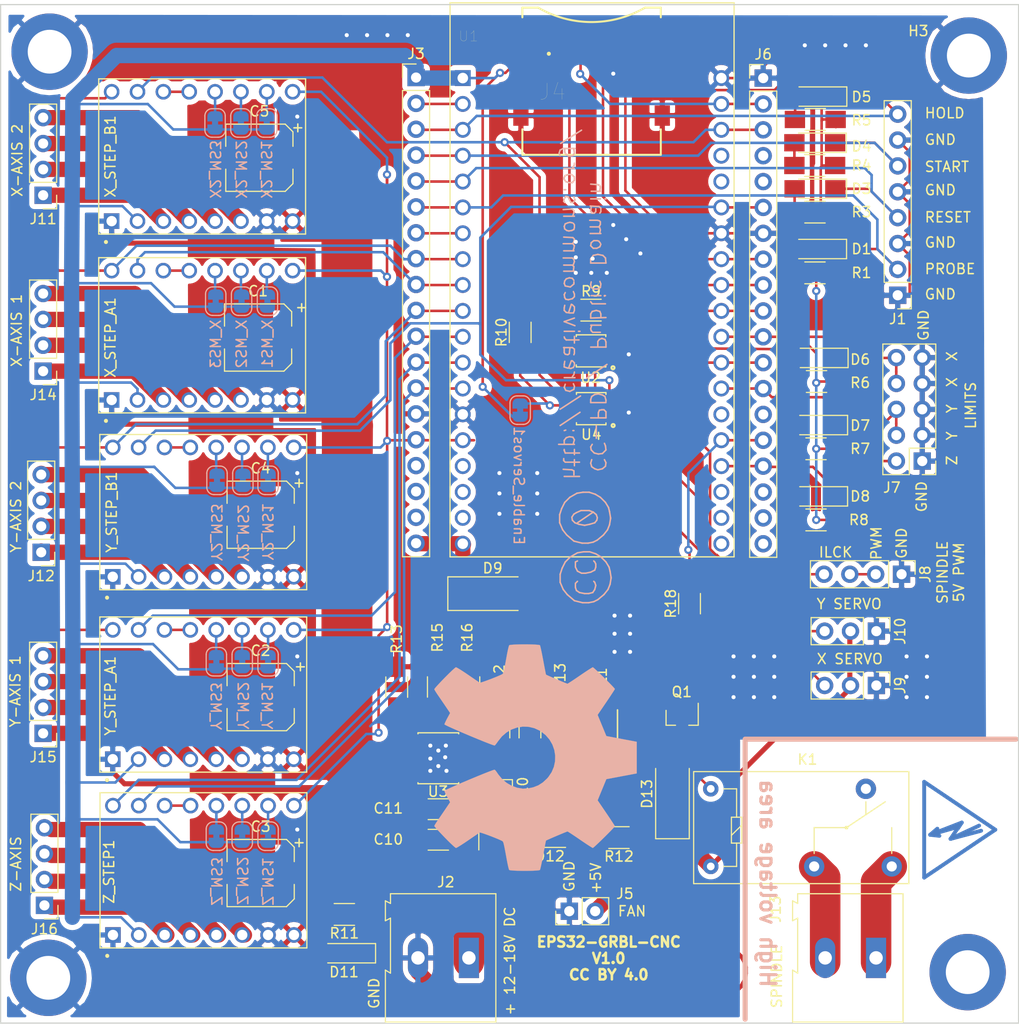
<source format=kicad_pcb>
(kicad_pcb (version 20171130) (host pcbnew "(5.1.5)-3")
  (layers (0 F.Cu signal) (31 B.Cu signal) (34 B.Paste user) (35 F.Paste user) (36 B.SilkS user) (37 F.SilkS user) (38 B.Mask user) (39 F.Mask user) (44 Edge.Cuts user))
  (net 0 "")
  (net 1 Vdrive)
  (net 2 GND)
  (net 3 +5V)
  (net 4 Probe)
  (net 5 "Net-(D1-Pad2)")
  (net 6 "Net-(D3-Pad2)")
  (net 7 Grbl_Reset)
  (net 8 Start)
  (net 9 "Net-(D4-Pad2)")
  (net 10 "Net-(D5-Pad2)")
  (net 11 Hold)
  (net 12 "Net-(D6-Pad2)")
  (net 13 X_LIMIT)
  (net 14 Y_LIMIT)
  (net 15 "Net-(D7-Pad2)")
  (net 16 Z_LIMIT)
  (net 17 +3V3)
  (net 18 EN)
  (net 19 Spindle_Enable)
  (net 20 Z_Dir)
  (net 21 Y_Dir)
  (net 22 X_Dir)
  (net 23 Step_Enable)
  (net 24 "Net-(J3-Pad16)")
  (net 25 "Net-(J3-Pad17)")
  (net 26 "Net-(J3-Pad18)")
  (net 27 "Net-(J4-Pad8)")
  (net 28 MISO)
  (net 29 SCK)
  (net 30 MOSI)
  (net 31 CS)
  (net 32 "Net-(J4-Pad1)")
  (net 33 "Net-(J6-Pad19)")
  (net 34 "Net-(J6-Pad18)")
  (net 35 "Net-(J6-Pad17)")
  (net 36 SPINDLE)
  (net 37 "Net-(J6-Pad14)")
  (net 38 Spindle_PWM_3v3)
  (net 39 Y_STEP_B)
  (net 40 "Net-(J6-Pad5)")
  (net 41 "Net-(J6-Pad4)")
  (net 42 X_STEP_B)
  (net 43 "Net-(J8-Pad2)")
  (net 44 "Net-(J9-Pad3)")
  (net 45 "Net-(J10-Pad3)")
  (net 46 "Net-(J13-Pad2)")
  (net 47 "Net-(J13-Pad1)")
  (net 48 "Net-(Q1-Pad1)")
  (net 49 Spindel_Enable)
  (net 50 "Net-(U1-Pad16)")
  (net 51 "Net-(U1-Pad17)")
  (net 52 "Net-(U1-Pad18)")
  (net 53 "Net-(U1-Pad23)")
  (net 54 "Net-(U1-Pad24)")
  (net 55 "Net-(U1-Pad33)")
  (net 56 "Net-(U1-Pad36)")
  (net 57 "Net-(U1-Pad37)")
  (net 58 "Net-(U1-Pad38)")
  (net 59 "Net-(U3-Pad2)")
  (net 60 Z_STEP)
  (net 61 "Net-(K1-Pad4)")
  (net 62 "Net-(H4-Pad1)")
  (net 63 "Net-(J8-Pad4)")
  (net 64 "Net-(C11-Pad1)")
  (net 65 "Net-(C11-Pad2)")
  (net 66 "Net-(C12-Pad2)")
  (net 67 "Net-(C12-Pad1)")
  (net 68 "Net-(D8-Pad2)")
  (net 69 "Net-(D9-Pad1)")
  (net 70 "Net-(D11-Pad2)")
  (net 71 "Net-(D12-Pad2)")
  (net 72 "Net-(D13-Pad2)")
  (net 73 "Net-(J11-Pad1)")
  (net 74 "Net-(J11-Pad2)")
  (net 75 "Net-(J11-Pad3)")
  (net 76 "Net-(J11-Pad4)")
  (net 77 "Net-(J12-Pad1)")
  (net 78 "Net-(J12-Pad2)")
  (net 79 "Net-(J12-Pad3)")
  (net 80 "Net-(J12-Pad4)")
  (net 81 "Net-(J14-Pad1)")
  (net 82 "Net-(J14-Pad2)")
  (net 83 "Net-(J14-Pad3)")
  (net 84 "Net-(J14-Pad4)")
  (net 85 "Net-(J15-Pad1)")
  (net 86 "Net-(J15-Pad2)")
  (net 87 "Net-(J15-Pad3)")
  (net 88 "Net-(J15-Pad4)")
  (net 89 "Net-(J16-Pad1)")
  (net 90 "Net-(J16-Pad2)")
  (net 91 "Net-(J16-Pad3)")
  (net 92 "Net-(J16-Pad4)")
  (net 93 "Net-(R13-Pad1)")
  (net 94 "Net-(R15-Pad1)")
  (net 95 "Net-(X_STEP_A1-Pad13)")
  (net 96 "Net-(X_STEP_B1-Pad13)")
  (net 97 "Net-(Y_STEP_A1-Pad13)")
  (net 98 "Net-(Y_STEP_B1-Pad13)")
  (net 99 "Net-(Z_STEP1-Pad13)")
  (net 100 Y_STEP)
  (net 101 X_STEP)
  (net 102 "Net-(U2-Pad8)")
  (net 103 "Net-(U2-Pad5)")
  (net 104 "Net-(X2_MS1-Pad2)")
  (net 105 "Net-(X2_MS2-Pad2)")
  (net 106 "Net-(X2_MS3-Pad2)")
  (net 107 "Net-(X_MS1-Pad2)")
  (net 108 "Net-(X_MS2-Pad2)")
  (net 109 "Net-(X_MS3-Pad2)")
  (net 110 "Net-(Y2_MS1-Pad2)")
  (net 111 "Net-(Y2_MS2-Pad2)")
  (net 112 "Net-(Y2_MS3-Pad2)")
  (net 113 "Net-(Y_MS1-Pad2)")
  (net 114 "Net-(Y_MS2-Pad2)")
  (net 115 "Net-(Y_MS3-Pad2)")
  (net 116 "Net-(Z_MS1-Pad2)")
  (net 117 "Net-(Z_MS2-Pad2)")
  (net 118 "Net-(Z_MS3-Pad2)")
  (net 119 "Net-(Enable_Servos1-Pad2)")
  (module Symbols:Symbol_CC-Attribution_CopperTop_Small (layer F.Cu) (at 85.725 129.921)
    (fp_text reference LOGO3 hide)
    (fp_text value SYM_CC_BY)
    (fp_line (start 0 -1.89992) (end 0 -1.50114) (layer F.Cu) (width 0.381))
    (fp_line (start -0.70104 -0.70104) (end 0.59944 -0.70104) (layer F.Cu) (width 0.381))
    (fp_line (start 0.50038 -0.39878) (end -0.70104 -0.39878) (layer F.Cu) (width 0.381))
    (fp_line (start -0.8001 -0.09906) (end 0.50038 -0.09906) (layer F.Cu) (width 0.381))
    (fp_line (start 0 0.29972) (end 0 1.6002) (layer F.Cu) (width 0.381))
    (fp_line (start 0.09906 1.80086) (end 0.29972 1.80086) (layer F.Cu) (width 0.381))
    (fp_line (start 0.29972 1.80086) (end 0.29972 0.20066) (layer F.Cu) (width 0.381))
    (fp_line (start -0.29972 0.29972) (end -0.29972 1.80086) (layer F.Cu) (width 0.381))
    (fp_line (start -0.29972 1.80086) (end 0.20066 1.80086) (layer F.Cu) (width 0.381))
    (fp_line (start -0.8001 -1.00076) (end 0.70104 -1.00076) (layer F.Cu) (width 0.381))
    (fp_line (start 0.70104 -1.00076) (end 0.70104 0.20066) (layer F.Cu) (width 0.381))
    (fp_line (start 0.70104 0.20066) (end -0.8001 0.20066) (layer F.Cu) (width 0.381))
    (fp_line (start -0.8001 0.20066) (end -0.8001 -1.00076) (layer F.Cu) (width 0.381))
    (fp_circle (center 0 -1.69926) (end 0.09906 -1.39954) (layer F.Cu) (width 0.381))
    (fp_line (start 0 -2.49936) (end -0.09906 -2.49936) (layer F.Cu) (width 0.381))
    (fp_line (start -0.09906 -2.49936) (end -0.70104 -2.4003) (layer F.Cu) (width 0.381))
    (fp_line (start -0.70104 -2.4003) (end -1.19888 -2.19964) (layer F.Cu) (width 0.381))
    (fp_line (start -1.19888 -2.19964) (end -1.69926 -1.80086) (layer F.Cu) (width 0.381))
    (fp_line (start -1.69926 -1.80086) (end -2.19964 -1.19888) (layer F.Cu) (width 0.381))
    (fp_line (start -2.19964 -1.19888) (end -2.4003 -0.8001) (layer F.Cu) (width 0.381))
    (fp_line (start -2.4003 -0.8001) (end -2.49936 -0.29972) (layer F.Cu) (width 0.381))
    (fp_line (start -2.49936 -0.29972) (end -2.49936 0.29972) (layer F.Cu) (width 0.381))
    (fp_line (start -2.49936 0.29972) (end -2.30124 1.09982) (layer F.Cu) (width 0.381))
    (fp_line (start -2.30124 1.09982) (end -1.69926 1.80086) (layer F.Cu) (width 0.381))
    (fp_line (start -1.69926 1.80086) (end -1.19888 2.19964) (layer F.Cu) (width 0.381))
    (fp_line (start -1.19888 2.19964) (end -0.50038 2.49936) (layer F.Cu) (width 0.381))
    (fp_line (start -0.50038 2.49936) (end 0.29972 2.49936) (layer F.Cu) (width 0.381))
    (fp_line (start 0.29972 2.49936) (end 0.89916 2.30124) (layer F.Cu) (width 0.381))
    (fp_line (start 0.89916 2.30124) (end 1.50114 1.99898) (layer F.Cu) (width 0.381))
    (fp_line (start 1.50114 1.99898) (end 1.99898 1.50114) (layer F.Cu) (width 0.381))
    (fp_line (start 1.99898 1.50114) (end 2.4003 0.8001) (layer F.Cu) (width 0.381))
    (fp_line (start 2.4003 0.8001) (end 2.49936 0.20066) (layer F.Cu) (width 0.381))
    (fp_line (start 2.49936 0.20066) (end 2.49936 -0.39878) (layer F.Cu) (width 0.381))
    (fp_line (start 2.49936 -0.39878) (end 2.30124 -1.00076) (layer F.Cu) (width 0.381))
    (fp_line (start 2.30124 -1.00076) (end 1.99898 -1.50114) (layer F.Cu) (width 0.381))
    (fp_line (start 1.99898 -1.50114) (end 1.50114 -1.99898) (layer F.Cu) (width 0.381))
    (fp_line (start 1.50114 -1.99898) (end 1.00076 -2.30124) (layer F.Cu) (width 0.381))
    (fp_line (start 1.00076 -2.30124) (end 0.59944 -2.4003) (layer F.Cu) (width 0.381))
    (fp_line (start 0.59944 -2.4003) (end 0 -2.49936) (layer F.Cu) (width 0.381))
  )
  (module Symbols:OSHW-Symbol_22.3x20mm_SilkScreen (layer B.Cu) (at 67.5005 108.966 90)
    (fp_text reference LOGO1 hide)
    (fp_text value Logo_Open_Hardware_Large hide)
  )
  (module Symbols:Symbol_HighVoltage_Type2_CopperTop_VerySmall (layer B.Cu) (at 108.5215 116.0145 90)
    (fp_text reference SYM1 hide)
    (fp_text value SYM_Flash_Small)
    (fp_line (start -0.49784 -2.19964) (end 0.70104 0.89916) (layer B.Cu) (width 0.381))
    (fp_line (start 0.70104 0.89916) (end 0.1016 0.50038) (layer B.Cu) (width 0.381))
    (fp_line (start -0.89916 -0.20066) (end 0.40132 2.60096) (layer B.Cu) (width 0.381))
    (fp_line (start -0.49784 -2.19964) (end 0.1016 -1.50114) (layer B.Cu) (width 0.381))
    (fp_line (start -0.09906 2.79908) (end -0.89916 -0.20066) (layer B.Cu) (width 0.381))
    (fp_line (start -0.89916 -0.20066) (end 0.29972 0.59944) (layer B.Cu) (width 0.381))
    (fp_line (start 0.29972 0.59944) (end -0.49784 -2.19964) (layer B.Cu) (width 0.381))
    (fp_line (start -0.49784 -2.19964) (end -0.59944 -1.30048) (layer B.Cu) (width 0.381))
    (fp_line (start 0 4.191) (end 4.699 -2.794) (layer B.Cu) (width 0.381))
    (fp_line (start 4.699 -2.794) (end -4.699 -2.794) (layer B.Cu) (width 0.381))
    (fp_line (start -4.699 -2.794) (end 0 4.191) (layer B.Cu) (width 0.381))
  )
  (module Symbols:Symbol_CreativeCommonsPublicDomain_SilkScreenTop_Small (layer B.Cu) (at 72.517 71.628 90)
    (fp_text reference LOGO2 hide)
    (fp_text value SYM_CC_BY)
  )
  (module Jumpers:SolderJumper-2_P1.3mm_Bridged_RoundedPad1.0x1.5mm (layer B.Cu) (at 36.195 116.6495 90)
    (fp_text reference Z_MS3 (at -4.445 0 270 unlocked) (layer B.SilkS) (effects (justify mirror)))
    (fp_text value Z_MS3)
    (fp_poly (pts (xy 0.25 0.3) (xy -0.25 0.3) (xy -0.25 -0.3) (xy 0.25 -0.3)) (layer B.Cu) (width 0))
    (pad 1 smd custom (at -0.65 0 90) (size 1 0.5) (layers B.Cu B.Mask) (net 17 +3V3) (options (clearance outline) (anchor rect)) (primitives (gr_circle (center 0 -0.25) (end 0.5 -0.25) (width 0)) (gr_circle (center 0 0.25) (end 0.5 0.25) (width 0)) (gr_poly (pts (xy 0 0.75) (xy 0.5 0.75) (xy 0.5 -0.75) (xy 0 -0.75)) (width 0))))
    (pad 2 smd custom (at 0.65 0 90) (size 1 0.5) (layers B.Cu B.Mask) (net 118 "Net-(Z_MS3-Pad2)") (options (clearance outline) (anchor rect)) (primitives (gr_circle (center 0 -0.25) (end 0.5 -0.25) (width 0)) (gr_circle (center 0 0.25) (end 0.5 0.25) (width 0)) (gr_poly (pts (xy 0 0.75) (xy -0.5 0.75) (xy -0.5 -0.75) (xy 0 -0.75)) (width 0))))
  )
  (module Jumpers:SolderJumper-2_P1.3mm_Bridged_RoundedPad1.0x1.5mm (layer B.Cu) (at 38.735 116.6495 90)
    (fp_text reference Z_MS2 (at -4.3815 0 270 unlocked) (layer B.SilkS) (effects (justify mirror)))
    (fp_text value Z_MS2)
    (fp_poly (pts (xy 0.25 0.3) (xy -0.25 0.3) (xy -0.25 -0.3) (xy 0.25 -0.3)) (layer B.Cu) (width 0))
    (pad 1 smd custom (at -0.65 0 90) (size 1 0.5) (layers B.Cu B.Mask) (net 17 +3V3) (options (clearance outline) (anchor rect)) (primitives (gr_circle (center 0 -0.25) (end 0.5 -0.25) (width 0)) (gr_circle (center 0 0.25) (end 0.5 0.25) (width 0)) (gr_poly (pts (xy 0 0.75) (xy 0.5 0.75) (xy 0.5 -0.75) (xy 0 -0.75)) (width 0))))
    (pad 2 smd custom (at 0.65 0 90) (size 1 0.5) (layers B.Cu B.Mask) (net 117 "Net-(Z_MS2-Pad2)") (options (clearance outline) (anchor rect)) (primitives (gr_circle (center 0 -0.25) (end 0.5 -0.25) (width 0)) (gr_circle (center 0 0.25) (end 0.5 0.25) (width 0)) (gr_poly (pts (xy 0 0.75) (xy -0.5 0.75) (xy -0.5 -0.75) (xy 0 -0.75)) (width 0))))
  )
  (module Jumpers:SolderJumper-2_P1.3mm_Bridged_RoundedPad1.0x1.5mm (layer B.Cu) (at 41.275 116.6495 90)
    (fp_text reference Z_MS1 (at -4.445 -0.0635 270 unlocked) (layer B.SilkS) (effects (justify mirror)))
    (fp_text value Z_MS1)
    (fp_poly (pts (xy 0.25 0.3) (xy -0.25 0.3) (xy -0.25 -0.3) (xy 0.25 -0.3)) (layer B.Cu) (width 0))
    (pad 1 smd custom (at -0.65 0 90) (size 1 0.5) (layers B.Cu B.Mask) (net 17 +3V3) (options (clearance outline) (anchor rect)) (primitives (gr_circle (center 0 -0.25) (end 0.5 -0.25) (width 0)) (gr_circle (center 0 0.25) (end 0.5 0.25) (width 0)) (gr_poly (pts (xy 0 0.75) (xy 0.5 0.75) (xy 0.5 -0.75) (xy 0 -0.75)) (width 0))))
    (pad 2 smd custom (at 0.65 0 90) (size 1 0.5) (layers B.Cu B.Mask) (net 116 "Net-(Z_MS1-Pad2)") (options (clearance outline) (anchor rect)) (primitives (gr_circle (center 0 -0.25) (end 0.5 -0.25) (width 0)) (gr_circle (center 0 0.25) (end 0.5 0.25) (width 0)) (gr_poly (pts (xy 0 0.75) (xy -0.5 0.75) (xy -0.5 -0.75) (xy 0 -0.75)) (width 0))))
  )
  (module Jumpers:SolderJumper-2_P1.3mm_Bridged_RoundedPad1.0x1.5mm (layer B.Cu) (at 36.195 99.5195 90)
    (fp_text reference Y_MS3 (at -4.3665 -0.0635 270 unlocked) (layer B.SilkS) (effects (justify mirror)))
    (fp_text value Y_MS3)
    (fp_poly (pts (xy 0.25 0.3) (xy -0.25 0.3) (xy -0.25 -0.3) (xy 0.25 -0.3)) (layer B.Cu) (width 0))
    (pad 1 smd custom (at -0.65 0 90) (size 1 0.5) (layers B.Cu B.Mask) (net 17 +3V3) (options (clearance outline) (anchor rect)) (primitives (gr_circle (center 0 -0.25) (end 0.5 -0.25) (width 0)) (gr_circle (center 0 0.25) (end 0.5 0.25) (width 0)) (gr_poly (pts (xy 0 0.75) (xy 0.5 0.75) (xy 0.5 -0.75) (xy 0 -0.75)) (width 0))))
    (pad 2 smd custom (at 0.65 0 90) (size 1 0.5) (layers B.Cu B.Mask) (net 115 "Net-(Y_MS3-Pad2)") (options (clearance outline) (anchor rect)) (primitives (gr_circle (center 0 -0.25) (end 0.5 -0.25) (width 0)) (gr_circle (center 0 0.25) (end 0.5 0.25) (width 0)) (gr_poly (pts (xy 0 0.75) (xy -0.5 0.75) (xy -0.5 -0.75) (xy 0 -0.75)) (width 0))))
  )
  (module Jumpers:SolderJumper-2_P1.3mm_Bridged_RoundedPad1.0x1.5mm (layer B.Cu) (at 38.735 99.5045 90)
    (fp_text reference Y_MS2 (at -4.318 0.0635 270 unlocked) (layer B.SilkS) (effects (justify mirror)))
    (fp_text value Y_MS2)
    (fp_poly (pts (xy 0.25 0.3) (xy -0.25 0.3) (xy -0.25 -0.3) (xy 0.25 -0.3)) (layer B.Cu) (width 0))
    (pad 1 smd custom (at -0.65 0 90) (size 1 0.5) (layers B.Cu B.Mask) (net 17 +3V3) (options (clearance outline) (anchor rect)) (primitives (gr_circle (center 0 -0.25) (end 0.5 -0.25) (width 0)) (gr_circle (center 0 0.25) (end 0.5 0.25) (width 0)) (gr_poly (pts (xy 0 0.75) (xy 0.5 0.75) (xy 0.5 -0.75) (xy 0 -0.75)) (width 0))))
    (pad 2 smd custom (at 0.65 0 90) (size 1 0.5) (layers B.Cu B.Mask) (net 114 "Net-(Y_MS2-Pad2)") (options (clearance outline) (anchor rect)) (primitives (gr_circle (center 0 -0.25) (end 0.5 -0.25) (width 0)) (gr_circle (center 0 0.25) (end 0.5 0.25) (width 0)) (gr_poly (pts (xy 0 0.75) (xy -0.5 0.75) (xy -0.5 -0.75) (xy 0 -0.75)) (width 0))))
  )
  (module Jumpers:SolderJumper-2_P1.3mm_Bridged_RoundedPad1.0x1.5mm (layer B.Cu) (at 41.275 99.5195 90)
    (fp_text reference Y_MS1 (at -4.303 -0.127 270 unlocked) (layer B.SilkS) (effects (justify mirror)))
    (fp_text value Y_MS1)
    (fp_poly (pts (xy 0.25 0.3) (xy -0.25 0.3) (xy -0.25 -0.3) (xy 0.25 -0.3)) (layer B.Cu) (width 0))
    (pad 1 smd custom (at -0.65 0 90) (size 1 0.5) (layers B.Cu B.Mask) (net 17 +3V3) (options (clearance outline) (anchor rect)) (primitives (gr_circle (center 0 -0.25) (end 0.5 -0.25) (width 0)) (gr_circle (center 0 0.25) (end 0.5 0.25) (width 0)) (gr_poly (pts (xy 0 0.75) (xy 0.5 0.75) (xy 0.5 -0.75) (xy 0 -0.75)) (width 0))))
    (pad 2 smd custom (at 0.65 0 90) (size 1 0.5) (layers B.Cu B.Mask) (net 113 "Net-(Y_MS1-Pad2)") (options (clearance outline) (anchor rect)) (primitives (gr_circle (center 0 -0.25) (end 0.5 -0.25) (width 0)) (gr_circle (center 0 0.25) (end 0.5 0.25) (width 0)) (gr_poly (pts (xy 0 0.75) (xy -0.5 0.75) (xy -0.5 -0.75) (xy 0 -0.75)) (width 0))))
  )
  (module Jumpers:SolderJumper-2_P1.3mm_Bridged_RoundedPad1.0x1.5mm (layer B.Cu) (at 36.2585 81.7095 90)
    (fp_text reference Y2_MS3 (at -5.095 -0.0635 270 unlocked) (layer B.SilkS) (effects (justify mirror)))
    (fp_text value Y2_MS3)
    (fp_poly (pts (xy 0.25 0.3) (xy -0.25 0.3) (xy -0.25 -0.3) (xy 0.25 -0.3)) (layer B.Cu) (width 0))
    (pad 1 smd custom (at -0.65 0 90) (size 1 0.5) (layers B.Cu B.Mask) (net 17 +3V3) (options (clearance outline) (anchor rect)) (primitives (gr_circle (center 0 -0.25) (end 0.5 -0.25) (width 0)) (gr_circle (center 0 0.25) (end 0.5 0.25) (width 0)) (gr_poly (pts (xy 0 0.75) (xy 0.5 0.75) (xy 0.5 -0.75) (xy 0 -0.75)) (width 0))))
    (pad 2 smd custom (at 0.65 0 90) (size 1 0.5) (layers B.Cu B.Mask) (net 112 "Net-(Y2_MS3-Pad2)") (options (clearance outline) (anchor rect)) (primitives (gr_circle (center 0 -0.25) (end 0.5 -0.25) (width 0)) (gr_circle (center 0 0.25) (end 0.5 0.25) (width 0)) (gr_poly (pts (xy 0 0.75) (xy -0.5 0.75) (xy -0.5 -0.75) (xy 0 -0.75)) (width 0))))
  )
  (module Jumpers:SolderJumper-2_P1.3mm_Bridged_RoundedPad1.0x1.5mm (layer B.Cu) (at 38.7985 81.7095 90)
    (fp_text reference Y2_MS2 (at -5.1585 0 270 unlocked) (layer B.SilkS) (effects (justify mirror)))
    (fp_text value Y2_MS2)
    (fp_poly (pts (xy 0.25 0.3) (xy -0.25 0.3) (xy -0.25 -0.3) (xy 0.25 -0.3)) (layer B.Cu) (width 0))
    (pad 1 smd custom (at -0.65 0 90) (size 1 0.5) (layers B.Cu B.Mask) (net 17 +3V3) (options (clearance outline) (anchor rect)) (primitives (gr_circle (center 0 -0.25) (end 0.5 -0.25) (width 0)) (gr_circle (center 0 0.25) (end 0.5 0.25) (width 0)) (gr_poly (pts (xy 0 0.75) (xy 0.5 0.75) (xy 0.5 -0.75) (xy 0 -0.75)) (width 0))))
    (pad 2 smd custom (at 0.65 0 90) (size 1 0.5) (layers B.Cu B.Mask) (net 111 "Net-(Y2_MS2-Pad2)") (options (clearance outline) (anchor rect)) (primitives (gr_circle (center 0 -0.25) (end 0.5 -0.25) (width 0)) (gr_circle (center 0 0.25) (end 0.5 0.25) (width 0)) (gr_poly (pts (xy 0 0.75) (xy -0.5 0.75) (xy -0.5 -0.75) (xy 0 -0.75)) (width 0))))
  )
  (module Jumpers:SolderJumper-2_P1.3mm_Bridged_RoundedPad1.0x1.5mm (layer B.Cu) (at 41.275 81.7095 90)
    (fp_text reference Y2_MS1 (at -5.0315 -0.0635 270 unlocked) (layer B.SilkS) (effects (justify mirror)))
    (fp_text value Y2_MS1)
    (fp_poly (pts (xy 0.25 0.3) (xy -0.25 0.3) (xy -0.25 -0.3) (xy 0.25 -0.3)) (layer B.Cu) (width 0))
    (pad 1 smd custom (at -0.65 0 90) (size 1 0.5) (layers B.Cu B.Mask) (net 17 +3V3) (options (clearance outline) (anchor rect)) (primitives (gr_circle (center 0 -0.25) (end 0.5 -0.25) (width 0)) (gr_circle (center 0 0.25) (end 0.5 0.25) (width 0)) (gr_poly (pts (xy 0 0.75) (xy 0.5 0.75) (xy 0.5 -0.75) (xy 0 -0.75)) (width 0))))
    (pad 2 smd custom (at 0.65 0 90) (size 1 0.5) (layers B.Cu B.Mask) (net 110 "Net-(Y2_MS1-Pad2)") (options (clearance outline) (anchor rect)) (primitives (gr_circle (center 0 -0.25) (end 0.5 -0.25) (width 0)) (gr_circle (center 0 0.25) (end 0.5 0.25) (width 0)) (gr_poly (pts (xy 0 0.75) (xy -0.5 0.75) (xy -0.5 -0.75) (xy 0 -0.75)) (width 0))))
  )
  (module Jumpers:SolderJumper-2_P1.3mm_Bridged_RoundedPad1.0x1.5mm (layer B.Cu) (at 36.1315 64.12 90)
    (fp_text reference X_MS3 (at -4.206 0 -90) (layer B.SilkS) (effects (justify mirror)))
    (fp_text value X_MS3)
    (fp_poly (pts (xy 0.25 0.3) (xy -0.25 0.3) (xy -0.25 -0.3) (xy 0.25 -0.3)) (layer B.Cu) (width 0))
    (pad 1 smd custom (at -0.65 0 90) (size 1 0.5) (layers B.Cu B.Mask) (net 17 +3V3) (options (clearance outline) (anchor rect)) (primitives (gr_circle (center 0 -0.25) (end 0.5 -0.25) (width 0)) (gr_circle (center 0 0.25) (end 0.5 0.25) (width 0)) (gr_poly (pts (xy 0 0.75) (xy 0.5 0.75) (xy 0.5 -0.75) (xy 0 -0.75)) (width 0))))
    (pad 2 smd custom (at 0.65 0 90) (size 1 0.5) (layers B.Cu B.Mask) (net 109 "Net-(X_MS3-Pad2)") (options (clearance outline) (anchor rect)) (primitives (gr_circle (center 0 -0.25) (end 0.5 -0.25) (width 0)) (gr_circle (center 0 0.25) (end 0.5 0.25) (width 0)) (gr_poly (pts (xy 0 0.75) (xy -0.5 0.75) (xy -0.5 -0.75) (xy 0 -0.75)) (width 0))))
  )
  (module Jumpers:SolderJumper-2_P1.3mm_Bridged_RoundedPad1.0x1.5mm (layer B.Cu) (at 38.6715 64.12 90)
    (fp_text reference X_MS2 (at -4.206 0 -90) (layer B.SilkS) (effects (justify mirror)))
    (fp_text value X_MS2)
    (fp_poly (pts (xy 0.25 0.3) (xy -0.25 0.3) (xy -0.25 -0.3) (xy 0.25 -0.3)) (layer B.Cu) (width 0))
    (pad 1 smd custom (at -0.65 0 90) (size 1 0.5) (layers B.Cu B.Mask) (net 17 +3V3) (options (clearance outline) (anchor rect)) (primitives (gr_circle (center 0 -0.25) (end 0.5 -0.25) (width 0)) (gr_circle (center 0 0.25) (end 0.5 0.25) (width 0)) (gr_poly (pts (xy 0 0.75) (xy 0.5 0.75) (xy 0.5 -0.75) (xy 0 -0.75)) (width 0))))
    (pad 2 smd custom (at 0.65 0 90) (size 1 0.5) (layers B.Cu B.Mask) (net 108 "Net-(X_MS2-Pad2)") (options (clearance outline) (anchor rect)) (primitives (gr_circle (center 0 -0.25) (end 0.5 -0.25) (width 0)) (gr_circle (center 0 0.25) (end 0.5 0.25) (width 0)) (gr_poly (pts (xy 0 0.75) (xy -0.5 0.75) (xy -0.5 -0.75) (xy 0 -0.75)) (width 0))))
  )
  (module Jumpers:SolderJumper-2_P1.3mm_Bridged_RoundedPad1.0x1.5mm (layer B.Cu) (at 41.2115 64.12 90)
    (fp_text reference X_MS1 (at -4.206 0 -90) (layer B.SilkS) (effects (justify mirror)))
    (fp_text value X_MS1)
    (fp_poly (pts (xy 0.25 0.3) (xy -0.25 0.3) (xy -0.25 -0.3) (xy 0.25 -0.3)) (layer B.Cu) (width 0))
    (pad 1 smd custom (at -0.65 0 90) (size 1 0.5) (layers B.Cu B.Mask) (net 17 +3V3) (options (clearance outline) (anchor rect)) (primitives (gr_circle (center 0 -0.25) (end 0.5 -0.25) (width 0)) (gr_circle (center 0 0.25) (end 0.5 0.25) (width 0)) (gr_poly (pts (xy 0 0.75) (xy 0.5 0.75) (xy 0.5 -0.75) (xy 0 -0.75)) (width 0))))
    (pad 2 smd custom (at 0.65 0 90) (size 1 0.5) (layers B.Cu B.Mask) (net 107 "Net-(X_MS1-Pad2)") (options (clearance outline) (anchor rect)) (primitives (gr_circle (center 0 -0.25) (end 0.5 -0.25) (width 0)) (gr_circle (center 0 0.25) (end 0.5 0.25) (width 0)) (gr_poly (pts (xy 0 0.75) (xy -0.5 0.75) (xy -0.5 -0.75) (xy 0 -0.75)) (width 0))))
  )
  (module Jumpers:SolderJumper-2_P1.3mm_Bridged_RoundedPad1.0x1.5mm (layer B.Cu) (at 66.04 74.818 90)
    (fp_text reference Enable_Servos1 (at -7.4145 -0.127 270 unlocked) (layer B.SilkS) (effects (justify mirror)))
    (fp_text value Enable_Servos)
    (fp_poly (pts (xy 0.25 0.3) (xy -0.25 0.3) (xy -0.25 -0.3) (xy 0.25 -0.3)) (layer B.Cu) (width 0))
    (pad 1 smd custom (at -0.65 0 90) (size 1 0.5) (layers B.Cu B.Mask) (net 17 +3V3) (options (clearance outline) (anchor rect)) (primitives (gr_circle (center 0 -0.25) (end 0.5 -0.25) (width 0)) (gr_circle (center 0 0.25) (end 0.5 0.25) (width 0)) (gr_poly (pts (xy 0 0.75) (xy 0.5 0.75) (xy 0.5 -0.75) (xy 0 -0.75)) (width 0))))
    (pad 2 smd custom (at 0.65 0 90) (size 1 0.5) (layers B.Cu B.Mask) (net 119 "Net-(Enable_Servos1-Pad2)") (options (clearance outline) (anchor rect)) (primitives (gr_circle (center 0 -0.25) (end 0.5 -0.25) (width 0)) (gr_circle (center 0 0.25) (end 0.5 0.25) (width 0)) (gr_poly (pts (xy 0 0.75) (xy -0.5 0.75) (xy -0.5 -0.75) (xy 0 -0.75)) (width 0))))
  )
  (module Resistors_SMD:R_1206_HandSoldering (layer F.Cu) (at 73 65)
    (fp_text reference R9 (at 0 -1.85) (layer F.SilkS))
    (fp_text value 10K)
    (pad 1 smd rect (at -2 0) (size 2 1.7) (layers F.Cu F.Paste F.Mask) (net 49 Spindel_Enable))
    (pad 2 smd rect (at 2 0) (size 2 1.7) (layers F.Cu F.Paste F.Mask) (net 2 GND))
  )
  (module TXS0102DCTR:SOP65P400X130-8N (layer F.Cu) (at 73 69 180)
    (fp_text reference U2 (at 0.0385 -2.628) (layer F.SilkS) (effects (font (size 1.001921 1.001921))))
    (fp_text value TXS0102DCT)
    (pad 8 smd rect (at 1.77 -0.975 180) (size 1.42 0.4) (layers F.Cu F.Paste F.Mask) (net 102 "Net-(U2-Pad8)"))
    (pad 7 smd rect (at 1.77 -0.325 180) (size 1.42 0.4) (layers F.Cu F.Paste F.Mask) (net 3 +5V))
    (pad 6 smd rect (at 1.77 0.325 180) (size 1.42 0.4) (layers F.Cu F.Paste F.Mask) (net 49 Spindel_Enable))
    (pad 5 smd rect (at 1.77 0.975 180) (size 1.42 0.4) (layers F.Cu F.Paste F.Mask) (net 103 "Net-(U2-Pad5)"))
    (pad 4 smd rect (at -1.77 0.975 180) (size 1.42 0.4) (layers F.Cu F.Paste F.Mask) (net 38 Spindle_PWM_3v3))
    (pad 3 smd rect (at -1.77 0.325 180) (size 1.42 0.4) (layers F.Cu F.Paste F.Mask) (net 17 +3V3))
    (pad 2 smd rect (at -1.77 -0.325 180) (size 1.42 0.4) (layers F.Cu F.Paste F.Mask) (net 2 GND))
    (pad 1 smd rect (at -1.77 -0.975 180) (size 1.42 0.4) (layers F.Cu F.Paste F.Mask) (net 63 "Net-(J8-Pad4)"))
  )
  (module Jumpers:SolderJumper-2_P1.3mm_Bridged_RoundedPad1.0x1.5mm (layer B.Cu) (at 36.068 46.624 90)
    (fp_text reference X2_MS3 (at -4.557 0 270 unlocked) (layer B.SilkS) (effects (justify mirror)))
    (fp_text value X2_MS3)
    (fp_poly (pts (xy 0.25 0.3) (xy -0.25 0.3) (xy -0.25 -0.3) (xy 0.25 -0.3)) (layer B.Cu) (width 0))
    (pad 1 smd custom (at -0.65 0 90) (size 1 0.5) (layers B.Cu B.Mask) (net 17 +3V3) (options (clearance outline) (anchor rect)) (primitives (gr_circle (center 0 -0.25) (end 0.5 -0.25) (width 0)) (gr_circle (center 0 0.25) (end 0.5 0.25) (width 0)) (gr_poly (pts (xy 0 0.75) (xy 0.5 0.75) (xy 0.5 -0.75) (xy 0 -0.75)) (width 0))))
    (pad 2 smd custom (at 0.65 0 90) (size 1 0.5) (layers B.Cu B.Mask) (net 106 "Net-(X2_MS3-Pad2)") (options (clearance outline) (anchor rect)) (primitives (gr_circle (center 0 -0.25) (end 0.5 -0.25) (width 0)) (gr_circle (center 0 0.25) (end 0.5 0.25) (width 0)) (gr_poly (pts (xy 0 0.75) (xy -0.5 0.75) (xy -0.5 -0.75) (xy 0 -0.75)) (width 0))))
  )
  (module Jumpers:SolderJumper-2_P1.3mm_Bridged_RoundedPad1.0x1.5mm (layer B.Cu) (at 38.608 46.624 90)
    (fp_text reference X2_MS2 (at -4.557 0 270 unlocked) (layer B.SilkS) (effects (justify mirror)))
    (fp_text value X2_MS2)
    (fp_poly (pts (xy 0.25 0.3) (xy -0.25 0.3) (xy -0.25 -0.3) (xy 0.25 -0.3)) (layer B.Cu) (width 0))
    (pad 1 smd custom (at -0.65 0 90) (size 1 0.5) (layers B.Cu B.Mask) (net 17 +3V3) (options (clearance outline) (anchor rect)) (primitives (gr_circle (center 0 -0.25) (end 0.5 -0.25) (width 0)) (gr_circle (center 0 0.25) (end 0.5 0.25) (width 0)) (gr_poly (pts (xy 0 0.75) (xy 0.5 0.75) (xy 0.5 -0.75) (xy 0 -0.75)) (width 0))))
    (pad 2 smd custom (at 0.65 0 90) (size 1 0.5) (layers B.Cu B.Mask) (net 105 "Net-(X2_MS2-Pad2)") (options (clearance outline) (anchor rect)) (primitives (gr_circle (center 0 -0.25) (end 0.5 -0.25) (width 0)) (gr_circle (center 0 0.25) (end 0.5 0.25) (width 0)) (gr_poly (pts (xy 0 0.75) (xy -0.5 0.75) (xy -0.5 -0.75) (xy 0 -0.75)) (width 0))))
  )
  (module Jumpers:SolderJumper-2_P1.3mm_Bridged_RoundedPad1.0x1.5mm (layer B.Cu) (at 41.148 46.624 90)
    (fp_text reference X2_MS1 (at -4.557 -0.0635 270 unlocked) (layer B.SilkS) (effects (justify mirror)))
    (fp_text value X2_MS1)
    (fp_poly (pts (xy 0.25 0.3) (xy -0.25 0.3) (xy -0.25 -0.3) (xy 0.25 -0.3)) (layer B.Cu) (width 0))
    (pad 1 smd custom (at -0.65 0 90) (size 1 0.5) (layers B.Cu B.Mask) (net 17 +3V3) (options (clearance outline) (anchor rect)) (primitives (gr_circle (center 0 -0.25) (end 0.5 -0.25) (width 0)) (gr_circle (center 0 0.25) (end 0.5 0.25) (width 0)) (gr_poly (pts (xy 0 0.75) (xy 0.5 0.75) (xy 0.5 -0.75) (xy 0 -0.75)) (width 0))))
    (pad 2 smd custom (at 0.65 0 90) (size 1 0.5) (layers B.Cu B.Mask) (net 104 "Net-(X2_MS1-Pad2)") (options (clearance outline) (anchor rect)) (primitives (gr_circle (center 0 -0.25) (end 0.5 -0.25) (width 0)) (gr_circle (center 0 0.25) (end 0.5 0.25) (width 0)) (gr_poly (pts (xy 0 0.75) (xy -0.5 0.75) (xy -0.5 -0.75) (xy 0 -0.75)) (width 0))))
  )
  (module Diodes_SMD:D_SMA_Handsoldering (layer F.Cu) (at 81 112.5 90)
    (fp_text reference D13 (at 0 -2.5 90) (layer F.SilkS))
    (fp_text value "diode, Schottkey 3A")
    (pad 1 smd rect (at -2.5 0 90) (size 3.5 1.8) (layers F.Cu F.Paste F.Mask) (net 3 +5V))
    (pad 2 smd rect (at 2.5 0 90) (size 3.5 1.8) (layers F.Cu F.Paste F.Mask) (net 72 "Net-(D13-Pad2)"))
  )
  (module Diodes_SMD:D_SMA_Handsoldering (layer F.Cu) (at 63.627 115.5 270)
    (fp_text reference D10 (at -3.232 -2.667 90) (layer F.SilkS))
    (fp_text value "diode, Schottkey 3A")
    (pad 1 smd rect (at -2.5 0 270) (size 3.5 1.8) (layers F.Cu F.Paste F.Mask) (net 65 "Net-(C11-Pad2)"))
    (pad 2 smd rect (at 2.5 0 270) (size 3.5 1.8) (layers F.Cu F.Paste F.Mask) (net 2 GND))
  )
  (module Diodes_SMD:D_SMA_Handsoldering (layer F.Cu) (at 63.333 92.837)
    (fp_text reference D9 (at 0 -2.5) (layer F.SilkS))
    (fp_text value "diode, Schottkey 3A")
    (pad 1 smd rect (at -2.5 0) (size 3.5 1.8) (layers F.Cu F.Paste F.Mask) (net 69 "Net-(D9-Pad1)"))
    (pad 2 smd rect (at 2.5 0) (size 3.5 1.8) (layers F.Cu F.Paste F.Mask) (net 3 +5V))
  )
  (module Capacitors_SMD:CP_Elec_6.3x5.3 (layer F.Cu) (at 40.419 50.038 180)
    (fp_text reference C5 (at 0 4.56) (layer F.SilkS))
    (fp_text value "47µ 35V")
    (fp_text user + (at -3.777 3.01) (layer F.SilkS))
    (pad 1 smd rect (at -2.7 0) (size 3.5 1.6) (layers F.Cu F.Paste F.Mask) (net 1 Vdrive))
    (pad 2 smd rect (at 2.7 0) (size 3.5 1.6) (layers F.Cu F.Paste F.Mask) (net 2 GND))
  )
  (module Capacitors_SMD:CP_Elec_6.3x5.3 (layer F.Cu) (at 40.546 85.09 180)
    (fp_text reference C4 (at 0 4.56) (layer F.SilkS))
    (fp_text value "47µ 35V")
    (fp_text user + (at -3.777 3.175) (layer F.SilkS))
    (pad 1 smd rect (at -2.7 0) (size 3.5 1.6) (layers F.Cu F.Paste F.Mask) (net 1 Vdrive))
    (pad 2 smd rect (at 2.7 0) (size 3.5 1.6) (layers F.Cu F.Paste F.Mask) (net 2 GND))
  )
  (module Capacitors_SMD:CP_Elec_6.3x5.3 (layer F.Cu) (at 40.546 120.269 180)
    (fp_text reference C3 (at 0 4.56) (layer F.SilkS))
    (fp_text value "47µ 35V")
    (fp_text user + (at -3.777 3.048) (layer F.SilkS))
    (pad 1 smd rect (at -2.7 0) (size 3.5 1.6) (layers F.Cu F.Paste F.Mask) (net 1 Vdrive))
    (pad 2 smd rect (at 2.7 0) (size 3.5 1.6) (layers F.Cu F.Paste F.Mask) (net 2 GND))
  )
  (module Capacitors_SMD:CP_Elec_6.3x5.3 (layer F.Cu) (at 40.546 102.997 180)
    (fp_text reference C2 (at 0 4.56) (layer F.SilkS))
    (fp_text value "47µ 35V")
    (fp_text user + (at -3.904 3.048) (layer F.SilkS))
    (pad 1 smd rect (at -2.7 0) (size 3.5 1.6) (layers F.Cu F.Paste F.Mask) (net 1 Vdrive))
    (pad 2 smd rect (at 2.7 0) (size 3.5 1.6) (layers F.Cu F.Paste F.Mask) (net 2 GND))
  )
  (module Capacitors_SMD:CP_Elec_6.3x5.3 (layer F.Cu) (at 40.292 67.691 180)
    (fp_text reference C1 (at 0 4.56) (layer F.SilkS))
    (fp_text value "47µ 35V")
    (fp_text user + (at -4.28 3.01) (layer F.SilkS))
    (pad 1 smd rect (at -2.7 0) (size 3.5 1.6) (layers F.Cu F.Paste F.Mask) (net 1 Vdrive))
    (pad 2 smd rect (at 2.7 0) (size 3.5 1.6) (layers F.Cu F.Paste F.Mask) (net 2 GND))
  )
  (module ESP32-DEVKITC-32D:MODULE_ESP32-DEVKITC-32D (layer F.Cu) (at 73.1012 61.9748)
    (fp_text reference U1 (at -12.1412 -23.8748) (layer F.SilkS) (effects (font (size 1.000386 1.000386) (thickness 0.015))))
    (fp_text value ESP32-DEVKITC-32D)
    (pad 1 thru_hole rect (at -12.7 -19.76) (size 1.56 1.56) (drill 1.04) (layers *.Cu *.Mask) (net 17 +3V3))
    (pad 2 thru_hole circle (at -12.7 -17.22) (size 1.56 1.56) (drill 1.04) (layers *.Cu *.Mask) (net 18 EN))
    (pad 19 thru_hole circle (at -12.7 25.96) (size 1.56 1.56) (drill 1.04) (layers *.Cu *.Mask) (net 69 "Net-(D9-Pad1)"))
    (pad 3 thru_hole circle (at -12.7 -14.68) (size 1.56 1.56) (drill 1.04) (layers *.Cu *.Mask) (net 11 Hold))
    (pad 4 thru_hole circle (at -12.7 -12.14) (size 1.56 1.56) (drill 1.04) (layers *.Cu *.Mask) (net 8 Start))
    (pad 5 thru_hole circle (at -12.7 -9.6) (size 1.56 1.56) (drill 1.04) (layers *.Cu *.Mask) (net 7 Grbl_Reset))
    (pad 6 thru_hole circle (at -12.7 -7.06) (size 1.56 1.56) (drill 1.04) (layers *.Cu *.Mask) (net 4 Probe))
    (pad 7 thru_hole circle (at -12.7 -4.52) (size 1.56 1.56) (drill 1.04) (layers *.Cu *.Mask) (net 19 Spindle_Enable))
    (pad 8 thru_hole circle (at -12.7 -1.98) (size 1.56 1.56) (drill 1.04) (layers *.Cu *.Mask) (net 22 X_Dir))
    (pad 9 thru_hole circle (at -12.7 0.56) (size 1.56 1.56) (drill 1.04) (layers *.Cu *.Mask) (net 101 X_STEP))
    (pad 10 thru_hole circle (at -12.7 3.1) (size 1.56 1.56) (drill 1.04) (layers *.Cu *.Mask) (net 21 Y_Dir))
    (pad 11 thru_hole circle (at -12.7 5.64) (size 1.56 1.56) (drill 1.04) (layers *.Cu *.Mask) (net 100 Y_STEP))
    (pad 12 thru_hole circle (at -12.7 8.18) (size 1.56 1.56) (drill 1.04) (layers *.Cu *.Mask) (net 20 Z_Dir))
    (pad 13 thru_hole circle (at -12.7 10.72) (size 1.56 1.56) (drill 1.04) (layers *.Cu *.Mask) (net 60 Z_STEP))
    (pad 14 thru_hole circle (at -12.7 13.26) (size 1.56 1.56) (drill 1.04) (layers *.Cu *.Mask) (net 2 GND))
    (pad 15 thru_hole circle (at -12.7 15.8) (size 1.56 1.56) (drill 1.04) (layers *.Cu *.Mask) (net 23 Step_Enable))
    (pad 16 thru_hole circle (at -12.7 18.34) (size 1.56 1.56) (drill 1.04) (layers *.Cu *.Mask) (net 50 "Net-(U1-Pad16)"))
    (pad 17 thru_hole circle (at -12.7 20.88) (size 1.56 1.56) (drill 1.04) (layers *.Cu *.Mask) (net 51 "Net-(U1-Pad17)"))
    (pad 18 thru_hole circle (at -12.7 23.42) (size 1.56 1.56) (drill 1.04) (layers *.Cu *.Mask) (net 52 "Net-(U1-Pad18)"))
    (pad 20 thru_hole circle (at 12.7 -19.76) (size 1.56 1.56) (drill 1.04) (layers *.Cu *.Mask) (net 2 GND))
    (pad 21 thru_hole circle (at 12.7 -17.22) (size 1.56 1.56) (drill 1.04) (layers *.Cu *.Mask) (net 30 MOSI))
    (pad 22 thru_hole circle (at 12.7 -14.68) (size 1.56 1.56) (drill 1.04) (layers *.Cu *.Mask) (net 42 X_STEP_B))
    (pad 23 thru_hole circle (at 12.7 -12.14) (size 1.56 1.56) (drill 1.04) (layers *.Cu *.Mask) (net 53 "Net-(U1-Pad23)"))
    (pad 24 thru_hole circle (at 12.7 -9.6) (size 1.56 1.56) (drill 1.04) (layers *.Cu *.Mask) (net 54 "Net-(U1-Pad24)"))
    (pad 25 thru_hole circle (at 12.7 -7.06) (size 1.56 1.56) (drill 1.04) (layers *.Cu *.Mask) (net 39 Y_STEP_B))
    (pad 26 thru_hole circle (at 12.7 -4.52) (size 1.56 1.56) (drill 1.04) (layers *.Cu *.Mask) (net 2 GND))
    (pad 27 thru_hole circle (at 12.7 -1.98) (size 1.56 1.56) (drill 1.04) (layers *.Cu *.Mask) (net 28 MISO))
    (pad 28 thru_hole circle (at 12.7 0.56) (size 1.56 1.56) (drill 1.04) (layers *.Cu *.Mask) (net 29 SCK))
    (pad 29 thru_hole circle (at 12.7 3.1) (size 1.56 1.56) (drill 1.04) (layers *.Cu *.Mask) (net 31 CS))
    (pad 30 thru_hole circle (at 12.7 5.64) (size 1.56 1.56) (drill 1.04) (layers *.Cu *.Mask) (net 13 X_LIMIT))
    (pad 31 thru_hole circle (at 12.7 8.18) (size 1.56 1.56) (drill 1.04) (layers *.Cu *.Mask) (net 38 Spindle_PWM_3v3))
    (pad 32 thru_hole circle (at 12.7 10.72) (size 1.56 1.56) (drill 1.04) (layers *.Cu *.Mask) (net 14 Y_LIMIT))
    (pad 33 thru_hole circle (at 12.7 13.26) (size 1.56 1.56) (drill 1.04) (layers *.Cu *.Mask) (net 55 "Net-(U1-Pad33)"))
    (pad 34 thru_hole circle (at 12.7 15.8) (size 1.56 1.56) (drill 1.04) (layers *.Cu *.Mask) (net 36 SPINDLE))
    (pad 35 thru_hole circle (at 12.7 18.34) (size 1.56 1.56) (drill 1.04) (layers *.Cu *.Mask) (net 16 Z_LIMIT))
    (pad 36 thru_hole circle (at 12.7 20.88) (size 1.56 1.56) (drill 1.04) (layers *.Cu *.Mask) (net 56 "Net-(U1-Pad36)"))
    (pad 37 thru_hole circle (at 12.7 23.42) (size 1.56 1.56) (drill 1.04) (layers *.Cu *.Mask) (net 57 "Net-(U1-Pad37)"))
    (pad 38 thru_hole circle (at 12.7 25.96) (size 1.56 1.56) (drill 1.04) (layers *.Cu *.Mask) (net 58 "Net-(U1-Pad38)"))
  )
  (module A4988_STEPPER_MOTOR_DRIVER_CARRIER:MODULE_A4988_STEPPER_MOTOR_DRIVER_CARRIER (layer F.Cu) (at 34.798 49.911 90)
    (fp_text reference X_STEP_B1 (at 0 -9.017 90) (layer F.SilkS))
    (fp_text value Pololu_Breakout_A4988)
    (pad 16 thru_hole circle (at 6.35 -8.89 90) (size 1.53 1.53) (drill 1.02) (layers *.Cu *.Mask) (net 22 X_Dir))
    (pad 15 thru_hole circle (at 6.35 -6.35 90) (size 1.53 1.53) (drill 1.02) (layers *.Cu *.Mask) (net 42 X_STEP_B))
    (pad 14 thru_hole circle (at 6.35 -3.81 90) (size 1.53 1.53) (drill 1.02) (layers *.Cu *.Mask) (net 96 "Net-(X_STEP_B1-Pad13)"))
    (pad 13 thru_hole circle (at 6.35 -1.27 90) (size 1.53 1.53) (drill 1.02) (layers *.Cu *.Mask) (net 96 "Net-(X_STEP_B1-Pad13)"))
    (pad 12 thru_hole circle (at 6.35 1.27 90) (size 1.53 1.53) (drill 1.02) (layers *.Cu *.Mask) (net 106 "Net-(X2_MS3-Pad2)"))
    (pad 11 thru_hole circle (at 6.35 3.81 90) (size 1.53 1.53) (drill 1.02) (layers *.Cu *.Mask) (net 105 "Net-(X2_MS2-Pad2)"))
    (pad 10 thru_hole circle (at 6.35 6.35 90) (size 1.53 1.53) (drill 1.02) (layers *.Cu *.Mask) (net 104 "Net-(X2_MS1-Pad2)"))
    (pad 9 thru_hole circle (at 6.35 8.89 90) (size 1.53 1.53) (drill 1.02) (layers *.Cu *.Mask) (net 23 Step_Enable))
    (pad 8 thru_hole circle (at -6.35 8.89 90) (size 1.53 1.53) (drill 1.02) (layers *.Cu *.Mask) (net 1 Vdrive))
    (pad 7 thru_hole circle (at -6.35 6.35 90) (size 1.53 1.53) (drill 1.02) (layers *.Cu *.Mask) (net 2 GND))
    (pad 6 thru_hole circle (at -6.35 3.81 90) (size 1.53 1.53) (drill 1.02) (layers *.Cu *.Mask) (net 76 "Net-(J11-Pad4)"))
    (pad 5 thru_hole circle (at -6.35 1.27 90) (size 1.53 1.53) (drill 1.02) (layers *.Cu *.Mask) (net 75 "Net-(J11-Pad3)"))
    (pad 4 thru_hole circle (at -6.35 -1.27 90) (size 1.53 1.53) (drill 1.02) (layers *.Cu *.Mask) (net 74 "Net-(J11-Pad2)"))
    (pad 3 thru_hole circle (at -6.35 -3.81 90) (size 1.53 1.53) (drill 1.02) (layers *.Cu *.Mask) (net 73 "Net-(J11-Pad1)"))
    (pad 2 thru_hole circle (at -6.35 -6.35 90) (size 1.53 1.53) (drill 1.02) (layers *.Cu *.Mask) (net 17 +3V3))
    (pad 1 thru_hole rect (at -6.35 -8.89 90) (size 1.53 1.53) (drill 1.02) (layers *.Cu *.Mask) (net 2 GND))
  )
  (module A4988_STEPPER_MOTOR_DRIVER_CARRIER:MODULE_A4988_STEPPER_MOTOR_DRIVER_CARRIER (layer F.Cu) (at 34.925 120 90)
    (fp_text reference Z_STEP1 (at -0.142 -9.271 90) (layer F.SilkS))
    (fp_text value Pololu_Breakout_A4988)
    (pad 16 thru_hole circle (at 6.35 -8.89 90) (size 1.53 1.53) (drill 1.02) (layers *.Cu *.Mask) (net 20 Z_Dir))
    (pad 15 thru_hole circle (at 6.35 -6.35 90) (size 1.53 1.53) (drill 1.02) (layers *.Cu *.Mask) (net 60 Z_STEP))
    (pad 14 thru_hole circle (at 6.35 -3.81 90) (size 1.53 1.53) (drill 1.02) (layers *.Cu *.Mask) (net 99 "Net-(Z_STEP1-Pad13)"))
    (pad 13 thru_hole circle (at 6.35 -1.27 90) (size 1.53 1.53) (drill 1.02) (layers *.Cu *.Mask) (net 99 "Net-(Z_STEP1-Pad13)"))
    (pad 12 thru_hole circle (at 6.35 1.27 90) (size 1.53 1.53) (drill 1.02) (layers *.Cu *.Mask) (net 118 "Net-(Z_MS3-Pad2)"))
    (pad 11 thru_hole circle (at 6.35 3.81 90) (size 1.53 1.53) (drill 1.02) (layers *.Cu *.Mask) (net 117 "Net-(Z_MS2-Pad2)"))
    (pad 10 thru_hole circle (at 6.35 6.35 90) (size 1.53 1.53) (drill 1.02) (layers *.Cu *.Mask) (net 116 "Net-(Z_MS1-Pad2)"))
    (pad 9 thru_hole circle (at 6.35 8.89 90) (size 1.53 1.53) (drill 1.02) (layers *.Cu *.Mask) (net 23 Step_Enable))
    (pad 8 thru_hole circle (at -6.35 8.89 90) (size 1.53 1.53) (drill 1.02) (layers *.Cu *.Mask) (net 1 Vdrive))
    (pad 7 thru_hole circle (at -6.35 6.35 90) (size 1.53 1.53) (drill 1.02) (layers *.Cu *.Mask) (net 2 GND))
    (pad 6 thru_hole circle (at -6.35 3.81 90) (size 1.53 1.53) (drill 1.02) (layers *.Cu *.Mask) (net 92 "Net-(J16-Pad4)"))
    (pad 5 thru_hole circle (at -6.35 1.27 90) (size 1.53 1.53) (drill 1.02) (layers *.Cu *.Mask) (net 91 "Net-(J16-Pad3)"))
    (pad 4 thru_hole circle (at -6.35 -1.27 90) (size 1.53 1.53) (drill 1.02) (layers *.Cu *.Mask) (net 90 "Net-(J16-Pad2)"))
    (pad 3 thru_hole circle (at -6.35 -3.81 90) (size 1.53 1.53) (drill 1.02) (layers *.Cu *.Mask) (net 89 "Net-(J16-Pad1)"))
    (pad 2 thru_hole circle (at -6.35 -6.35 90) (size 1.53 1.53) (drill 1.02) (layers *.Cu *.Mask) (net 17 +3V3))
    (pad 1 thru_hole rect (at -6.35 -8.89 90) (size 1.53 1.53) (drill 1.02) (layers *.Cu *.Mask) (net 2 GND))
  )
  (module A4988_STEPPER_MOTOR_DRIVER_CARRIER:MODULE_A4988_STEPPER_MOTOR_DRIVER_CARRIER (layer F.Cu) (at 34.906 84.831 90)
    (fp_text reference Y_STEP_B1 (at -0.005 -8.998 90) (layer F.SilkS))
    (fp_text value Pololu_Breakout_A4988)
    (pad 16 thru_hole circle (at 6.35 -8.89 90) (size 1.53 1.53) (drill 1.02) (layers *.Cu *.Mask) (net 21 Y_Dir))
    (pad 15 thru_hole circle (at 6.35 -6.35 90) (size 1.53 1.53) (drill 1.02) (layers *.Cu *.Mask) (net 39 Y_STEP_B))
    (pad 14 thru_hole circle (at 6.35 -3.81 90) (size 1.53 1.53) (drill 1.02) (layers *.Cu *.Mask) (net 98 "Net-(Y_STEP_B1-Pad13)"))
    (pad 13 thru_hole circle (at 6.35 -1.27 90) (size 1.53 1.53) (drill 1.02) (layers *.Cu *.Mask) (net 98 "Net-(Y_STEP_B1-Pad13)"))
    (pad 12 thru_hole circle (at 6.35 1.27 90) (size 1.53 1.53) (drill 1.02) (layers *.Cu *.Mask) (net 112 "Net-(Y2_MS3-Pad2)"))
    (pad 11 thru_hole circle (at 6.35 3.81 90) (size 1.53 1.53) (drill 1.02) (layers *.Cu *.Mask) (net 111 "Net-(Y2_MS2-Pad2)"))
    (pad 10 thru_hole circle (at 6.35 6.35 90) (size 1.53 1.53) (drill 1.02) (layers *.Cu *.Mask) (net 110 "Net-(Y2_MS1-Pad2)"))
    (pad 9 thru_hole circle (at 6.35 8.89 90) (size 1.53 1.53) (drill 1.02) (layers *.Cu *.Mask) (net 23 Step_Enable))
    (pad 8 thru_hole circle (at -6.35 8.89 90) (size 1.53 1.53) (drill 1.02) (layers *.Cu *.Mask) (net 1 Vdrive))
    (pad 7 thru_hole circle (at -6.35 6.35 90) (size 1.53 1.53) (drill 1.02) (layers *.Cu *.Mask) (net 2 GND))
    (pad 6 thru_hole circle (at -6.35 3.81 90) (size 1.53 1.53) (drill 1.02) (layers *.Cu *.Mask) (net 80 "Net-(J12-Pad4)"))
    (pad 5 thru_hole circle (at -6.35 1.27 90) (size 1.53 1.53) (drill 1.02) (layers *.Cu *.Mask) (net 79 "Net-(J12-Pad3)"))
    (pad 4 thru_hole circle (at -6.35 -1.27 90) (size 1.53 1.53) (drill 1.02) (layers *.Cu *.Mask) (net 78 "Net-(J12-Pad2)"))
    (pad 3 thru_hole circle (at -6.35 -3.81 90) (size 1.53 1.53) (drill 1.02) (layers *.Cu *.Mask) (net 77 "Net-(J12-Pad1)"))
    (pad 2 thru_hole circle (at -6.35 -6.35 90) (size 1.53 1.53) (drill 1.02) (layers *.Cu *.Mask) (net 17 +3V3))
    (pad 1 thru_hole rect (at -6.35 -8.89 90) (size 1.53 1.53) (drill 1.02) (layers *.Cu *.Mask) (net 2 GND))
  )
  (module Pin_Headers:Pin_Header_Straight_2x05_Pitch2.54mm (layer F.Cu) (at 105.537 79.8195 180)
    (fp_text reference J7 (at 2.9845 -2.6035) (layer F.SilkS))
    (fp_text value Limits)
    (pad 1 thru_hole rect (at 0 0 180) (size 1.7 1.7) (drill 1) (layers *.Cu *.Mask) (net 2 GND))
    (pad 2 thru_hole oval (at 2.54 0 180) (size 1.7 1.7) (drill 1) (layers *.Cu *.Mask) (net 16 Z_LIMIT))
    (pad 3 thru_hole oval (at 0 2.54 180) (size 1.7 1.7) (drill 1) (layers *.Cu *.Mask) (net 2 GND))
    (pad 4 thru_hole oval (at 2.54 2.54 180) (size 1.7 1.7) (drill 1) (layers *.Cu *.Mask) (net 14 Y_LIMIT))
    (pad 5 thru_hole oval (at 0 5.08 180) (size 1.7 1.7) (drill 1) (layers *.Cu *.Mask) (net 2 GND))
    (pad 6 thru_hole oval (at 2.54 5.08 180) (size 1.7 1.7) (drill 1) (layers *.Cu *.Mask) (net 14 Y_LIMIT))
    (pad 7 thru_hole oval (at 0 7.62 180) (size 1.7 1.7) (drill 1) (layers *.Cu *.Mask) (net 2 GND))
    (pad 8 thru_hole oval (at 2.54 7.62 180) (size 1.7 1.7) (drill 1) (layers *.Cu *.Mask) (net 13 X_LIMIT))
    (pad 9 thru_hole oval (at 0 10.16 180) (size 1.7 1.7) (drill 1) (layers *.Cu *.Mask) (net 2 GND))
    (pad 10 thru_hole oval (at 2.54 10.16 180) (size 1.7 1.7) (drill 1) (layers *.Cu *.Mask) (net 13 X_LIMIT))
  )
  (module Resistors_SMD:R_1206_HandSoldering (layer F.Cu) (at 75.7428 116.7892 180)
    (fp_text reference R12 (at 0 -1.85) (layer F.SilkS))
    (fp_text value 330)
    (pad 1 smd rect (at -2 0 180) (size 2 1.7) (layers F.Cu F.Paste F.Mask) (net 3 +5V))
    (pad 2 smd rect (at 2 0 180) (size 2 1.7) (layers F.Cu F.Paste F.Mask) (net 71 "Net-(D12-Pad2)"))
  )
  (module Resistors_SMD:R_1206_HandSoldering (layer F.Cu) (at 48.768 124.333 180)
    (fp_text reference R11 (at 0 -1.85) (layer F.SilkS))
    (fp_text value 2K)
    (pad 1 smd rect (at -2 0 180) (size 2 1.7) (layers F.Cu F.Paste F.Mask) (net 1 Vdrive))
    (pad 2 smd rect (at 2 0 180) (size 2 1.7) (layers F.Cu F.Paste F.Mask) (net 70 "Net-(D11-Pad2)"))
  )
  (module TO_SOT_Packages_SMD:SOT-23 (layer F.Cu) (at 81.95 105 270)
    (fp_text reference Q1 (at -2.511 0.035 180) (layer F.SilkS))
    (fp_text value FMTT491ATA)
    (pad 1 smd rect (at -1 -0.95 270) (size 0.9 0.8) (layers F.Cu F.Paste F.Mask) (net 48 "Net-(Q1-Pad1)"))
    (pad 2 smd rect (at -1 0.95 270) (size 0.9 0.8) (layers F.Cu F.Paste F.Mask) (net 72 "Net-(D13-Pad2)"))
    (pad 3 smd rect (at 1 0 270) (size 0.9 0.8) (layers F.Cu F.Paste F.Mask) (net 2 GND))
  )
  (module MEM2067-02-180-00-A_REVB:GCT_MEM2067-02-180-00-A_REVB (layer F.Cu) (at 73.055 42.525 180)
    (fp_text reference J4 (at 3.84 -1.036) (layer F.SilkS) (effects (font (size 1.602299 1.602299) (thickness 0.015))))
    (fp_text value MicroSD)
    (pad 12 smd rect (at 6.945 4.825 180) (size 1.5 2) (layers F.Cu F.Paste F.Mask) (net 2 GND))
    (pad 11 smd rect (at 6.945 -3.375 180) (size 1.5 2) (layers F.Cu F.Paste F.Mask) (net 2 GND))
    (pad 10 smd rect (at -6.945 -3.375 180) (size 1.5 2) (layers F.Cu F.Paste F.Mask) (net 2 GND))
    (pad 9 smd rect (at -6.945 4.825 180) (size 1.5 2) (layers F.Cu F.Paste F.Mask) (net 2 GND))
    (pad 8 smd rect (at -4.475 2.625 180) (size 0.8 1.2) (layers F.Cu F.Paste F.Mask) (net 27 "Net-(J4-Pad8)"))
    (pad 7 smd rect (at -3.375 2.625 180) (size 0.8 1.2) (layers F.Cu F.Paste F.Mask) (net 28 MISO))
    (pad 6 smd rect (at -2.275 2.625 180) (size 0.8 1.2) (layers F.Cu F.Paste F.Mask) (net 2 GND))
    (pad 5 smd rect (at -1.175 2.625 180) (size 0.8 1.2) (layers F.Cu F.Paste F.Mask) (net 29 SCK))
    (pad 4 smd rect (at -0.075 2.625 180) (size 0.8 1.2) (layers F.Cu F.Paste F.Mask) (net 17 +3V3))
    (pad 3 smd rect (at 1.025 2.625 180) (size 0.8 1.2) (layers F.Cu F.Paste F.Mask) (net 30 MOSI))
    (pad 2 smd rect (at 2.125 2.625 180) (size 0.8 1.2) (layers F.Cu F.Paste F.Mask) (net 31 CS))
    (pad 1 smd rect (at 3.225 2.625 180) (size 0.8 1.2) (layers F.Cu F.Paste F.Mask) (net 32 "Net-(J4-Pad1)"))
  )
  (module LEDs:LED_1206_HandSoldering (layer F.Cu) (at 68.9 116.8)
    (fp_text reference D12 (at 0.061 1.818) (layer F.SilkS))
    (fp_text value LED)
    (pad 1 smd rect (at -2 0) (size 2 1.7) (layers F.Cu F.Paste F.Mask) (net 2 GND))
    (pad 2 smd rect (at 2 0) (size 2 1.7) (layers F.Cu F.Paste F.Mask) (net 71 "Net-(D12-Pad2)"))
  )
  (module LEDs:LED_1206_HandSoldering (layer F.Cu) (at 48.736 128.143 180)
    (fp_text reference D11 (at 0 -1.85) (layer F.SilkS))
    (fp_text value RED)
    (pad 1 smd rect (at -2 0 180) (size 2 1.7) (layers F.Cu F.Paste F.Mask) (net 2 GND))
    (pad 2 smd rect (at 2 0 180) (size 2 1.7) (layers F.Cu F.Paste F.Mask) (net 70 "Net-(D11-Pad2)"))
  )
  (module Mounting_Holes:MountingHole_4.3mm_M4_DIN965_Pad (layer F.Cu) (at 110 130)
    (fp_text reference H4 hide)
    (fp_text value MountingHole_Pad)
    (pad 1 thru_hole circle (at 0 0) (size 7.5 7.5) (drill 4.3) (layers *.Cu *.Mask) (net 62 "Net-(H4-Pad1)"))
  )
  (module Mounting_Holes:MountingHole_4.3mm_M4_DIN965_Pad (layer F.Cu) (at 110.109 40.005)
    (fp_text reference H3 (at -4.953 -2.413) (layer F.SilkS))
    (fp_text value MountingHole_Pad)
    (pad 1 thru_hole circle (at 0 0) (size 7.5 7.5) (drill 4.3) (layers *.Cu *.Mask) (net 2 GND))
  )
  (module Mounting_Holes:MountingHole_4.3mm_M4_DIN965_Pad (layer F.Cu) (at 19.685 130.556)
    (fp_text reference H2 hide)
    (fp_text value MountingHole_Pad)
    (pad 1 thru_hole circle (at 0 0) (size 7.5 7.5) (drill 4.3) (layers *.Cu *.Mask) (net 2 GND))
  )
  (module Mounting_Holes:MountingHole_4.3mm_M4_DIN965_Pad (layer F.Cu) (at 19.812 39.624)
    (fp_text reference H1 hide)
    (fp_text value MountingHole_Pad)
    (pad 1 thru_hole circle (at 0 0) (size 7.5 7.5) (drill 4.3) (layers *.Cu *.Mask) (net 2 GND))
  )
  (module Relays_ThroughHole:Relay_SPDT_OMRON-G5Q (layer F.Cu) (at 84.76 119.62)
    (fp_text reference K1 (at 9.5 -10.5 180) (layer F.SilkS))
    (fp_text value G5Q-1)
    (pad 1 thru_hole circle (at 0 0 180) (size 1.52 1.52) (drill 0.76) (layers *.Cu *.Mask) (net 3 +5V))
    (pad 2 thru_hole circle (at 10.16 0 180) (size 2 2) (drill 1) (layers *.Cu *.Mask) (net 46 "Net-(J13-Pad2)"))
    (pad 3 thru_hole circle (at 17.78 0 180) (size 2 2) (drill 1) (layers *.Cu *.Mask) (net 47 "Net-(J13-Pad1)"))
    (pad 4 thru_hole circle (at 15.24 -7.62 180) (size 2 2) (drill 1) (layers *.Cu *.Mask) (net 61 "Net-(K1-Pad4)"))
    (pad 5 thru_hole circle (at 0 -7.62 180) (size 1.52 1.52) (drill 0.76) (layers *.Cu *.Mask) (net 72 "Net-(D13-Pad2)"))
  )
  (module TXS0102DCTR:SOP65P400X130-8N (layer F.Cu) (at 73.017 74.676 180)
    (fp_text reference U4 (at -0.008 -2.54) (layer F.SilkS) (effects (font (size 1.001921 1.001921))))
    (fp_text value TXS0102DCT)
    (pad 8 smd rect (at 1.77 -0.975 180) (size 1.42 0.4) (layers F.Cu F.Paste F.Mask) (net 44 "Net-(J9-Pad3)"))
    (pad 7 smd rect (at 1.77 -0.325 180) (size 1.42 0.4) (layers F.Cu F.Paste F.Mask) (net 3 +5V))
    (pad 6 smd rect (at 1.77 0.325 180) (size 1.42 0.4) (layers F.Cu F.Paste F.Mask) (net 119 "Net-(Enable_Servos1-Pad2)"))
    (pad 5 smd rect (at 1.77 0.975 180) (size 1.42 0.4) (layers F.Cu F.Paste F.Mask) (net 42 X_STEP_B))
    (pad 4 smd rect (at -1.77 0.975 180) (size 1.42 0.4) (layers F.Cu F.Paste F.Mask) (net 39 Y_STEP_B))
    (pad 3 smd rect (at -1.77 0.325 180) (size 1.42 0.4) (layers F.Cu F.Paste F.Mask) (net 17 +3V3))
    (pad 2 smd rect (at -1.77 -0.325 180) (size 1.42 0.4) (layers F.Cu F.Paste F.Mask) (net 2 GND))
    (pad 1 smd rect (at -1.77 -0.975 180) (size 1.42 0.4) (layers F.Cu F.Paste F.Mask) (net 45 "Net-(J10-Pad3)"))
  )
  (module A4988_STEPPER_MOTOR_DRIVER_CARRIER:MODULE_A4988_STEPPER_MOTOR_DRIVER_CARRIER (layer F.Cu) (at 34.906 102.743 90)
    (fp_text reference Y_STEP_A1 (at -0.127 -9.125 90) (layer F.SilkS))
    (fp_text value Pololu_Breakout_A4988)
    (pad 16 thru_hole circle (at 6.35 -8.89 90) (size 1.53 1.53) (drill 1.02) (layers *.Cu *.Mask) (net 21 Y_Dir))
    (pad 15 thru_hole circle (at 6.35 -6.35 90) (size 1.53 1.53) (drill 1.02) (layers *.Cu *.Mask) (net 100 Y_STEP))
    (pad 14 thru_hole circle (at 6.35 -3.81 90) (size 1.53 1.53) (drill 1.02) (layers *.Cu *.Mask) (net 97 "Net-(Y_STEP_A1-Pad13)"))
    (pad 13 thru_hole circle (at 6.35 -1.27 90) (size 1.53 1.53) (drill 1.02) (layers *.Cu *.Mask) (net 97 "Net-(Y_STEP_A1-Pad13)"))
    (pad 12 thru_hole circle (at 6.35 1.27 90) (size 1.53 1.53) (drill 1.02) (layers *.Cu *.Mask) (net 115 "Net-(Y_MS3-Pad2)"))
    (pad 11 thru_hole circle (at 6.35 3.81 90) (size 1.53 1.53) (drill 1.02) (layers *.Cu *.Mask) (net 114 "Net-(Y_MS2-Pad2)"))
    (pad 10 thru_hole circle (at 6.35 6.35 90) (size 1.53 1.53) (drill 1.02) (layers *.Cu *.Mask) (net 113 "Net-(Y_MS1-Pad2)"))
    (pad 9 thru_hole circle (at 6.35 8.89 90) (size 1.53 1.53) (drill 1.02) (layers *.Cu *.Mask) (net 23 Step_Enable))
    (pad 8 thru_hole circle (at -6.35 8.89 90) (size 1.53 1.53) (drill 1.02) (layers *.Cu *.Mask) (net 1 Vdrive))
    (pad 7 thru_hole circle (at -6.35 6.35 90) (size 1.53 1.53) (drill 1.02) (layers *.Cu *.Mask) (net 2 GND))
    (pad 6 thru_hole circle (at -6.35 3.81 90) (size 1.53 1.53) (drill 1.02) (layers *.Cu *.Mask) (net 88 "Net-(J15-Pad4)"))
    (pad 5 thru_hole circle (at -6.35 1.27 90) (size 1.53 1.53) (drill 1.02) (layers *.Cu *.Mask) (net 87 "Net-(J15-Pad3)"))
    (pad 4 thru_hole circle (at -6.35 -1.27 90) (size 1.53 1.53) (drill 1.02) (layers *.Cu *.Mask) (net 86 "Net-(J15-Pad2)"))
    (pad 3 thru_hole circle (at -6.35 -3.81 90) (size 1.53 1.53) (drill 1.02) (layers *.Cu *.Mask) (net 85 "Net-(J15-Pad1)"))
    (pad 2 thru_hole circle (at -6.35 -6.35 90) (size 1.53 1.53) (drill 1.02) (layers *.Cu *.Mask) (net 17 +3V3))
    (pad 1 thru_hole rect (at -6.35 -8.89 90) (size 1.53 1.53) (drill 1.02) (layers *.Cu *.Mask) (net 2 GND))
  )
  (module A4988_STEPPER_MOTOR_DRIVER_CARRIER:MODULE_A4988_STEPPER_MOTOR_DRIVER_CARRIER (layer F.Cu) (at 34.798 67.471 90)
    (fp_text reference X_STEP_A1 (at -0.22 -9.017 90) (layer F.SilkS))
    (fp_text value Pololu_Breakout_A4988)
    (pad 16 thru_hole circle (at 6.35 -8.89 90) (size 1.53 1.53) (drill 1.02) (layers *.Cu *.Mask) (net 22 X_Dir))
    (pad 15 thru_hole circle (at 6.35 -6.35 90) (size 1.53 1.53) (drill 1.02) (layers *.Cu *.Mask) (net 101 X_STEP))
    (pad 14 thru_hole circle (at 6.35 -3.81 90) (size 1.53 1.53) (drill 1.02) (layers *.Cu *.Mask) (net 95 "Net-(X_STEP_A1-Pad13)"))
    (pad 13 thru_hole circle (at 6.35 -1.27 90) (size 1.53 1.53) (drill 1.02) (layers *.Cu *.Mask) (net 95 "Net-(X_STEP_A1-Pad13)"))
    (pad 12 thru_hole circle (at 6.35 1.27 90) (size 1.53 1.53) (drill 1.02) (layers *.Cu *.Mask) (net 109 "Net-(X_MS3-Pad2)"))
    (pad 11 thru_hole circle (at 6.35 3.81 90) (size 1.53 1.53) (drill 1.02) (layers *.Cu *.Mask) (net 108 "Net-(X_MS2-Pad2)"))
    (pad 10 thru_hole circle (at 6.35 6.35 90) (size 1.53 1.53) (drill 1.02) (layers *.Cu *.Mask) (net 107 "Net-(X_MS1-Pad2)"))
    (pad 9 thru_hole circle (at 6.35 8.89 90) (size 1.53 1.53) (drill 1.02) (layers *.Cu *.Mask) (net 23 Step_Enable))
    (pad 8 thru_hole circle (at -6.35 8.89 90) (size 1.53 1.53) (drill 1.02) (layers *.Cu *.Mask) (net 1 Vdrive))
    (pad 7 thru_hole circle (at -6.35 6.35 90) (size 1.53 1.53) (drill 1.02) (layers *.Cu *.Mask) (net 2 GND))
    (pad 6 thru_hole circle (at -6.35 3.81 90) (size 1.53 1.53) (drill 1.02) (layers *.Cu *.Mask) (net 84 "Net-(J14-Pad4)"))
    (pad 5 thru_hole circle (at -6.35 1.27 90) (size 1.53 1.53) (drill 1.02) (layers *.Cu *.Mask) (net 83 "Net-(J14-Pad3)"))
    (pad 4 thru_hole circle (at -6.35 -1.27 90) (size 1.53 1.53) (drill 1.02) (layers *.Cu *.Mask) (net 82 "Net-(J14-Pad2)"))
    (pad 3 thru_hole circle (at -6.35 -3.81 90) (size 1.53 1.53) (drill 1.02) (layers *.Cu *.Mask) (net 81 "Net-(J14-Pad1)"))
    (pad 2 thru_hole circle (at -6.35 -6.35 90) (size 1.53 1.53) (drill 1.02) (layers *.Cu *.Mask) (net 17 +3V3))
    (pad 1 thru_hole rect (at -6.35 -8.89 90) (size 1.53 1.53) (drill 1.02) (layers *.Cu *.Mask) (net 2 GND))
  )
  (module Pin_Headers:Pin_Header_Straight_1x04_Pitch2.54mm (layer F.Cu) (at 19.304 123.444 180)
    (fp_text reference J16 (at 0 -2.33) (layer F.SilkS))
    (fp_text value Z_STEP)
    (pad 1 thru_hole rect (at 0 0 180) (size 1.7 1.7) (drill 1) (layers *.Cu *.Mask) (net 89 "Net-(J16-Pad1)"))
    (pad 2 thru_hole oval (at 0 2.54 180) (size 1.7 1.7) (drill 1) (layers *.Cu *.Mask) (net 90 "Net-(J16-Pad2)"))
    (pad 3 thru_hole oval (at 0 5.08 180) (size 1.7 1.7) (drill 1) (layers *.Cu *.Mask) (net 91 "Net-(J16-Pad3)"))
    (pad 4 thru_hole oval (at 0 7.62 180) (size 1.7 1.7) (drill 1) (layers *.Cu *.Mask) (net 92 "Net-(J16-Pad4)"))
  )
  (module Pin_Headers:Pin_Header_Straight_1x04_Pitch2.54mm (layer F.Cu) (at 19.177 106.553 180)
    (fp_text reference J15 (at 0 -2.33) (layer F.SilkS))
    (fp_text value Y_STEP_A)
    (pad 1 thru_hole rect (at 0 0 180) (size 1.7 1.7) (drill 1) (layers *.Cu *.Mask) (net 85 "Net-(J15-Pad1)"))
    (pad 2 thru_hole oval (at 0 2.54 180) (size 1.7 1.7) (drill 1) (layers *.Cu *.Mask) (net 86 "Net-(J15-Pad2)"))
    (pad 3 thru_hole oval (at 0 5.08 180) (size 1.7 1.7) (drill 1) (layers *.Cu *.Mask) (net 87 "Net-(J15-Pad3)"))
    (pad 4 thru_hole oval (at 0 7.62 180) (size 1.7 1.7) (drill 1) (layers *.Cu *.Mask) (net 88 "Net-(J15-Pad4)"))
  )
  (module Pin_Headers:Pin_Header_Straight_1x04_Pitch2.54mm (layer F.Cu) (at 19.177 70.993 180)
    (fp_text reference J14 (at 0 -2.33) (layer F.SilkS))
    (fp_text value X_STEP_A)
    (pad 1 thru_hole rect (at 0 0 180) (size 1.7 1.7) (drill 1) (layers *.Cu *.Mask) (net 81 "Net-(J14-Pad1)"))
    (pad 2 thru_hole oval (at 0 2.54 180) (size 1.7 1.7) (drill 1) (layers *.Cu *.Mask) (net 82 "Net-(J14-Pad2)"))
    (pad 3 thru_hole oval (at 0 5.08 180) (size 1.7 1.7) (drill 1) (layers *.Cu *.Mask) (net 83 "Net-(J14-Pad3)"))
    (pad 4 thru_hole oval (at 0 7.62 180) (size 1.7 1.7) (drill 1) (layers *.Cu *.Mask) (net 84 "Net-(J14-Pad4)"))
  )
  (module Pin_Headers:Pin_Header_Straight_1x04_Pitch2.54mm (layer F.Cu) (at 18.9865 88.773 180)
    (fp_text reference J12 (at 0 -2.33) (layer F.SilkS))
    (fp_text value Y_STEP_B)
    (pad 1 thru_hole rect (at 0 0 180) (size 1.7 1.7) (drill 1) (layers *.Cu *.Mask) (net 77 "Net-(J12-Pad1)"))
    (pad 2 thru_hole oval (at 0 2.54 180) (size 1.7 1.7) (drill 1) (layers *.Cu *.Mask) (net 78 "Net-(J12-Pad2)"))
    (pad 3 thru_hole oval (at 0 5.08 180) (size 1.7 1.7) (drill 1) (layers *.Cu *.Mask) (net 79 "Net-(J12-Pad3)"))
    (pad 4 thru_hole oval (at 0 7.62 180) (size 1.7 1.7) (drill 1) (layers *.Cu *.Mask) (net 80 "Net-(J12-Pad4)"))
  )
  (module Pin_Headers:Pin_Header_Straight_1x04_Pitch2.54mm (layer F.Cu) (at 19.177 53.721 180)
    (fp_text reference J11 (at 0 -2.33) (layer F.SilkS))
    (fp_text value X_STEP_B)
    (pad 1 thru_hole rect (at 0 0 180) (size 1.7 1.7) (drill 1) (layers *.Cu *.Mask) (net 73 "Net-(J11-Pad1)"))
    (pad 2 thru_hole oval (at 0 2.54 180) (size 1.7 1.7) (drill 1) (layers *.Cu *.Mask) (net 74 "Net-(J11-Pad2)"))
    (pad 3 thru_hole oval (at 0 5.08 180) (size 1.7 1.7) (drill 1) (layers *.Cu *.Mask) (net 75 "Net-(J11-Pad3)"))
    (pad 4 thru_hole oval (at 0 7.62 180) (size 1.7 1.7) (drill 1) (layers *.Cu *.Mask) (net 76 "Net-(J11-Pad4)"))
  )
  (module Pin_Headers:Pin_Header_Straight_1x03_Pitch2.54mm (layer F.Cu) (at 101.0285 96.52 270)
    (fp_text reference J10 (at 0 -2.33 90) (layer F.SilkS))
    (fp_text value Y-Servo)
    (pad 1 thru_hole rect (at 0 0 270) (size 1.7 1.7) (drill 1) (layers *.Cu *.Mask) (net 2 GND))
    (pad 2 thru_hole oval (at 0 2.54 270) (size 1.7 1.7) (drill 1) (layers *.Cu *.Mask) (net 3 +5V))
    (pad 3 thru_hole oval (at 0 5.08 270) (size 1.7 1.7) (drill 1) (layers *.Cu *.Mask) (net 45 "Net-(J10-Pad3)"))
  )
  (module Pin_Headers:Pin_Header_Straight_1x03_Pitch2.54mm (layer F.Cu) (at 101.0285 101.854 270)
    (fp_text reference J9 (at 0 -2.33 90) (layer F.SilkS))
    (fp_text value X-Servo)
    (pad 1 thru_hole rect (at 0 0 270) (size 1.7 1.7) (drill 1) (layers *.Cu *.Mask) (net 2 GND))
    (pad 2 thru_hole oval (at 0 2.54 270) (size 1.7 1.7) (drill 1) (layers *.Cu *.Mask) (net 3 +5V))
    (pad 3 thru_hole oval (at 0 5.08 270) (size 1.7 1.7) (drill 1) (layers *.Cu *.Mask) (net 44 "Net-(J9-Pad3)"))
  )
  (module Pin_Headers:Pin_Header_Straight_1x04_Pitch2.54mm (layer F.Cu) (at 103.505 90.932 270)
    (fp_text reference J8 (at 0 -2.33 90) (layer F.SilkS))
    (fp_text value "PWM Spindle (5V)")
    (pad 1 thru_hole rect (at 0 0 270) (size 1.7 1.7) (drill 1) (layers *.Cu *.Mask) (net 2 GND))
    (pad 2 thru_hole oval (at 0 2.54 270) (size 1.7 1.7) (drill 1) (layers *.Cu *.Mask) (net 43 "Net-(J8-Pad2)"))
    (pad 3 thru_hole oval (at 0 5.08 270) (size 1.7 1.7) (drill 1) (layers *.Cu *.Mask) (net 43 "Net-(J8-Pad2)"))
    (pad 4 thru_hole oval (at 0 7.62 270) (size 1.7 1.7) (drill 1) (layers *.Cu *.Mask) (net 63 "Net-(J8-Pad4)"))
  )
  (module Pin_Headers:Pin_Header_Straight_1x19_Pitch2.54mm (layer F.Cu) (at 89.91444 42.21936)
    (fp_text reference J6 (at 0 -2.33) (layer F.SilkS))
    (fp_text value Conn_01x19)
    (pad 1 thru_hole rect (at 0 0) (size 1.7 1.7) (drill 1) (layers *.Cu *.Mask) (net 2 GND))
    (pad 2 thru_hole oval (at 0 2.54) (size 1.7 1.7) (drill 1) (layers *.Cu *.Mask) (net 30 MOSI))
    (pad 3 thru_hole oval (at 0 5.08) (size 1.7 1.7) (drill 1) (layers *.Cu *.Mask) (net 42 X_STEP_B))
    (pad 4 thru_hole oval (at 0 7.62) (size 1.7 1.7) (drill 1) (layers *.Cu *.Mask) (net 41 "Net-(J6-Pad4)"))
    (pad 5 thru_hole oval (at 0 10.16) (size 1.7 1.7) (drill 1) (layers *.Cu *.Mask) (net 40 "Net-(J6-Pad5)"))
    (pad 6 thru_hole oval (at 0 12.7) (size 1.7 1.7) (drill 1) (layers *.Cu *.Mask) (net 39 Y_STEP_B))
    (pad 7 thru_hole oval (at 0 15.24) (size 1.7 1.7) (drill 1) (layers *.Cu *.Mask) (net 2 GND))
    (pad 8 thru_hole oval (at 0 17.78) (size 1.7 1.7) (drill 1) (layers *.Cu *.Mask) (net 28 MISO))
    (pad 9 thru_hole oval (at 0 20.32) (size 1.7 1.7) (drill 1) (layers *.Cu *.Mask) (net 29 SCK))
    (pad 10 thru_hole oval (at 0 22.86) (size 1.7 1.7) (drill 1) (layers *.Cu *.Mask) (net 31 CS))
    (pad 11 thru_hole oval (at 0 25.4) (size 1.7 1.7) (drill 1) (layers *.Cu *.Mask) (net 13 X_LIMIT))
    (pad 12 thru_hole oval (at 0 27.94) (size 1.7 1.7) (drill 1) (layers *.Cu *.Mask) (net 38 Spindle_PWM_3v3))
    (pad 13 thru_hole oval (at 0 30.48) (size 1.7 1.7) (drill 1) (layers *.Cu *.Mask) (net 14 Y_LIMIT))
    (pad 14 thru_hole oval (at 0 33.02) (size 1.7 1.7) (drill 1) (layers *.Cu *.Mask) (net 37 "Net-(J6-Pad14)"))
    (pad 15 thru_hole oval (at 0 35.56) (size 1.7 1.7) (drill 1) (layers *.Cu *.Mask) (net 36 SPINDLE))
    (pad 16 thru_hole oval (at 0 38.1) (size 1.7 1.7) (drill 1) (layers *.Cu *.Mask) (net 16 Z_LIMIT))
    (pad 17 thru_hole oval (at 0 40.64) (size 1.7 1.7) (drill 1) (layers *.Cu *.Mask) (net 35 "Net-(J6-Pad17)"))
    (pad 18 thru_hole oval (at 0 43.18) (size 1.7 1.7) (drill 1) (layers *.Cu *.Mask) (net 34 "Net-(J6-Pad18)"))
    (pad 19 thru_hole oval (at 0 45.72) (size 1.7 1.7) (drill 1) (layers *.Cu *.Mask) (net 33 "Net-(J6-Pad19)"))
  )
  (module Pin_Headers:Pin_Header_Straight_1x02_Pitch2.54mm (layer F.Cu) (at 70.866 124.0155 90)
    (fp_text reference J5 (at 1.7145 5.461 180) (layer F.SilkS))
    (fp_text value Fan)
    (pad 1 thru_hole rect (at 0 0 90) (size 1.7 1.7) (drill 1) (layers *.Cu *.Mask) (net 2 GND))
    (pad 2 thru_hole oval (at 0 2.54 90) (size 1.7 1.7) (drill 1) (layers *.Cu *.Mask) (net 3 +5V))
  )
  (module Pin_Headers:Pin_Header_Straight_1x19_Pitch2.54mm (layer F.Cu) (at 55.8124 42.164)
    (fp_text reference J3 (at 0 -2.33) (layer F.SilkS))
    (fp_text value Conn_01x19)
    (pad 1 thru_hole rect (at 0 0) (size 1.7 1.7) (drill 1) (layers *.Cu *.Mask) (net 17 +3V3))
    (pad 2 thru_hole oval (at 0 2.54) (size 1.7 1.7) (drill 1) (layers *.Cu *.Mask) (net 18 EN))
    (pad 3 thru_hole oval (at 0 5.08) (size 1.7 1.7) (drill 1) (layers *.Cu *.Mask) (net 11 Hold))
    (pad 4 thru_hole oval (at 0 7.62) (size 1.7 1.7) (drill 1) (layers *.Cu *.Mask) (net 8 Start))
    (pad 5 thru_hole oval (at 0 10.16) (size 1.7 1.7) (drill 1) (layers *.Cu *.Mask) (net 7 Grbl_Reset))
    (pad 6 thru_hole oval (at 0 12.7) (size 1.7 1.7) (drill 1) (layers *.Cu *.Mask) (net 4 Probe))
    (pad 7 thru_hole oval (at 0 15.24) (size 1.7 1.7) (drill 1) (layers *.Cu *.Mask) (net 19 Spindle_Enable))
    (pad 8 thru_hole oval (at 0 17.78) (size 1.7 1.7) (drill 1) (layers *.Cu *.Mask) (net 22 X_Dir))
    (pad 9 thru_hole oval (at 0 20.32) (size 1.7 1.7) (drill 1) (layers *.Cu *.Mask) (net 101 X_STEP))
    (pad 10 thru_hole oval (at 0 22.86) (size 1.7 1.7) (drill 1) (layers *.Cu *.Mask) (net 21 Y_Dir))
    (pad 11 thru_hole oval (at 0 25.4) (size 1.7 1.7) (drill 1) (layers *.Cu *.Mask) (net 100 Y_STEP))
    (pad 12 thru_hole oval (at 0 27.94) (size 1.7 1.7) (drill 1) (layers *.Cu *.Mask) (net 20 Z_Dir))
    (pad 13 thru_hole oval (at 0 30.48) (size 1.7 1.7) (drill 1) (layers *.Cu *.Mask) (net 60 Z_STEP))
    (pad 14 thru_hole oval (at 0 33.02) (size 1.7 1.7) (drill 1) (layers *.Cu *.Mask) (net 2 GND))
    (pad 15 thru_hole oval (at 0 35.56) (size 1.7 1.7) (drill 1) (layers *.Cu *.Mask) (net 23 Step_Enable))
    (pad 16 thru_hole oval (at 0 38.1) (size 1.7 1.7) (drill 1) (layers *.Cu *.Mask) (net 24 "Net-(J3-Pad16)"))
    (pad 17 thru_hole oval (at 0 40.64) (size 1.7 1.7) (drill 1) (layers *.Cu *.Mask) (net 25 "Net-(J3-Pad17)"))
    (pad 18 thru_hole oval (at 0 43.18) (size 1.7 1.7) (drill 1) (layers *.Cu *.Mask) (net 26 "Net-(J3-Pad18)"))
    (pad 19 thru_hole oval (at 0 45.72) (size 1.7 1.7) (drill 1) (layers *.Cu *.Mask) (net 69 "Net-(D9-Pad1)"))
  )
  (module Pin_Headers:Pin_Header_Straight_1x08_Pitch2.54mm (layer F.Cu) (at 103.127 63.54 180)
    (fp_text reference J1 (at 0 -2.33) (layer F.SilkS))
    (fp_text value Inputs)
    (pad 1 thru_hole rect (at 0 0 180) (size 1.7 1.7) (drill 1) (layers *.Cu *.Mask) (net 2 GND))
    (pad 2 thru_hole oval (at 0 2.54 180) (size 1.7 1.7) (drill 1) (layers *.Cu *.Mask) (net 4 Probe))
    (pad 3 thru_hole oval (at 0 5.08 180) (size 1.7 1.7) (drill 1) (layers *.Cu *.Mask) (net 2 GND))
    (pad 4 thru_hole oval (at 0 7.62 180) (size 1.7 1.7) (drill 1) (layers *.Cu *.Mask) (net 7 Grbl_Reset))
    (pad 5 thru_hole oval (at 0 10.16 180) (size 1.7 1.7) (drill 1) (layers *.Cu *.Mask) (net 2 GND))
    (pad 6 thru_hole oval (at 0 12.7 180) (size 1.7 1.7) (drill 1) (layers *.Cu *.Mask) (net 8 Start))
    (pad 7 thru_hole oval (at 0 15.24 180) (size 1.7 1.7) (drill 1) (layers *.Cu *.Mask) (net 2 GND))
    (pad 8 thru_hole oval (at 0 17.78 180) (size 1.7 1.7) (drill 1) (layers *.Cu *.Mask) (net 11 Hold))
  )
  (module Capacitors_SMD:C_1206_HandSoldering (layer F.Cu) (at 58 117)
    (fp_text reference C10 (at -4.914 -0.033) (layer F.SilkS))
    (fp_text value "10µ 35V")
    (pad 1 smd rect (at -2 0) (size 2 1.6) (layers F.Cu F.Paste F.Mask) (net 1 Vdrive))
    (pad 2 smd rect (at 2 0) (size 2 1.6) (layers F.Cu F.Paste F.Mask) (net 2 GND))
  )
  (module Capacitors_SMD:C_1206_HandSoldering (layer F.Cu) (at 58 114)
    (fp_text reference C11 (at -4.914 -0.081) (layer F.SilkS))
    (fp_text value 100nF)
    (pad 1 smd rect (at -2 0) (size 2 1.6) (layers F.Cu F.Paste F.Mask) (net 64 "Net-(C11-Pad1)"))
    (pad 2 smd rect (at 2 0) (size 2 1.6) (layers F.Cu F.Paste F.Mask) (net 65 "Net-(C11-Pad2)"))
  )
  (module Capacitors_SMD:C_1206_HandSoldering (layer F.Cu) (at 64 106 90)
    (fp_text reference C12 (at 4.781 0.008 90) (layer F.SilkS))
    (fp_text value 150pF)
    (pad 2 smd rect (at 2 0 90) (size 2 1.6) (layers F.Cu F.Paste F.Mask) (net 66 "Net-(C12-Pad2)"))
    (pad 1 smd rect (at -2 0 90) (size 2 1.6) (layers F.Cu F.Paste F.Mask) (net 67 "Net-(C12-Pad1)"))
  )
  (module Capacitors_SMD:C_1206_HandSoldering (layer F.Cu) (at 70 106 270)
    (fp_text reference C13 (at -4.908 0.023 90) (layer F.SilkS))
    (fp_text value "22µF 6.3V")
    (pad 2 smd rect (at 2 0 270) (size 2 1.6) (layers F.Cu F.Paste F.Mask) (net 2 GND))
    (pad 1 smd rect (at -2 0 270) (size 2 1.6) (layers F.Cu F.Paste F.Mask) (net 3 +5V))
  )
  (module LEDs:LED_1206_HandSoldering (layer F.Cu) (at 95 59 180)
    (fp_text reference D1 (at -4.568 0) (layer F.SilkS))
    (fp_text value GRN)
    (pad 1 smd rect (at -2 0 180) (size 2 1.7) (layers F.Cu F.Paste F.Mask) (net 4 Probe))
    (pad 2 smd rect (at 2 0 180) (size 2 1.7) (layers F.Cu F.Paste F.Mask) (net 5 "Net-(D1-Pad2)"))
  )
  (module LEDs:LED_1206_HandSoldering (layer F.Cu) (at 95 53.086 180)
    (fp_text reference D3 (at -4.568 0) (layer F.SilkS))
    (fp_text value GRN)
    (pad 2 smd rect (at 2 0 180) (size 2 1.7) (layers F.Cu F.Paste F.Mask) (net 6 "Net-(D3-Pad2)"))
    (pad 1 smd rect (at -2 0 180) (size 2 1.7) (layers F.Cu F.Paste F.Mask) (net 7 Grbl_Reset))
  )
  (module LEDs:LED_1206_HandSoldering (layer F.Cu) (at 94.9772 48.5648 180)
    (fp_text reference D4 (at -4.59504 -0.34876) (layer F.SilkS))
    (fp_text value GRN)
    (pad 1 smd rect (at -2 0 180) (size 2 1.7) (layers F.Cu F.Paste F.Mask) (net 8 Start))
    (pad 2 smd rect (at 2 0 180) (size 2 1.7) (layers F.Cu F.Paste F.Mask) (net 9 "Net-(D4-Pad2)"))
  )
  (module LEDs:LED_1206_HandSoldering (layer F.Cu) (at 95.028 44.032 180)
    (fp_text reference D5 (at -4.54 -0.037) (layer F.SilkS))
    (fp_text value GRN)
    (pad 2 smd rect (at 2 0 180) (size 2 1.7) (layers F.Cu F.Paste F.Mask) (net 10 "Net-(D5-Pad2)"))
    (pad 1 smd rect (at -2 0 180) (size 2 1.7) (layers F.Cu F.Paste F.Mask) (net 11 Hold))
  )
  (module LEDs:LED_1206_HandSoldering (layer F.Cu) (at 95.1524 69.6924 180)
    (fp_text reference D6 (at -4.2886 -0.1576) (layer F.SilkS))
    (fp_text value GRN)
    (pad 2 smd rect (at 2 0 180) (size 2 1.7) (layers F.Cu F.Paste F.Mask) (net 12 "Net-(D6-Pad2)"))
    (pad 1 smd rect (at -2 0 180) (size 2 1.7) (layers F.Cu F.Paste F.Mask) (net 13 X_LIMIT))
  )
  (module LEDs:LED_1206_HandSoldering (layer F.Cu) (at 95.1016 76.286 180)
    (fp_text reference D7 (at -4.3394 -0.041) (layer F.SilkS))
    (fp_text value GRN)
    (pad 1 smd rect (at -2 0 180) (size 2 1.7) (layers F.Cu F.Paste F.Mask) (net 14 Y_LIMIT))
    (pad 2 smd rect (at 2 0 180) (size 2 1.7) (layers F.Cu F.Paste F.Mask) (net 15 "Net-(D7-Pad2)"))
  )
  (module LEDs:LED_1206_HandSoldering (layer F.Cu) (at 95.1016 83.286 180)
    (fp_text reference D8 (at -4.3394 0) (layer F.SilkS))
    (fp_text value GRN)
    (pad 2 smd rect (at 2 0 180) (size 2 1.7) (layers F.Cu F.Paste F.Mask) (net 68 "Net-(D8-Pad2)"))
    (pad 1 smd rect (at -2 0 180) (size 2 1.7) (layers F.Cu F.Paste F.Mask) (net 16 Z_LIMIT))
  )
  (module Terminal_Blocks:TerminalBlock_Altech_AK300-2_P5.00mm (layer F.Cu) (at 61 128.6 180)
    (fp_text reference J2 (at 2.2625 7.442) (layer F.SilkS))
    (fp_text value "12-18V DC")
    (pad 1 thru_hole rect (at 0 0 180) (size 1.98 3.96) (drill 1.32) (layers *.Cu *.Mask) (net 1 Vdrive))
    (pad 2 thru_hole oval (at 5 0 180) (size 1.98 3.96) (drill 1.32) (layers *.Cu *.Mask) (net 2 GND))
  )
  (module Terminal_Blocks:TerminalBlock_Altech_AK300-2_P5.00mm (layer F.Cu) (at 101 128.6 180)
    (fp_text reference J13 (at 9.8775 4.775 90) (layer F.SilkS))
    (fp_text value "Spindle On/Off")
    (pad 2 thru_hole oval (at 5 0 180) (size 1.98 3.96) (drill 1.32) (layers *.Cu *.Mask) (net 46 "Net-(J13-Pad2)"))
    (pad 1 thru_hole rect (at 0 0 180) (size 1.98 3.96) (drill 1.32) (layers *.Cu *.Mask) (net 47 "Net-(J13-Pad1)"))
  )
  (module Inductors:Inductor_1212 (layer F.Cu) (at 74 105.75 90)
    (fp_text reference L1 (at 4.785 0.041 90) (layer F.SilkS))
    (fp_text value 4.7µH)
    (pad 2 smd rect (at 1.75 0 90) (size 2.5 2.5) (layers F.Cu F.Paste F.Mask) (net 3 +5V))
    (pad 1 smd rect (at -1.75 0 90) (size 2.5 2.5) (layers F.Cu F.Paste F.Mask) (net 65 "Net-(C11-Pad2)"))
  )
  (module Resistors_SMD:R_1206_HandSoldering (layer F.Cu) (at 95 61.341 180)
    (fp_text reference R1 (at -4.568 0) (layer F.SilkS))
    (fp_text value 220)
    (pad 1 smd rect (at -2 0 180) (size 2 1.7) (layers F.Cu F.Paste F.Mask) (net 17 +3V3))
    (pad 2 smd rect (at 2 0 180) (size 2 1.7) (layers F.Cu F.Paste F.Mask) (net 5 "Net-(D1-Pad2)"))
  )
  (module Resistors_SMD:R_1206_HandSoldering (layer F.Cu) (at 95 55.372 180)
    (fp_text reference R3 (at -4.568 0) (layer F.SilkS))
    (fp_text value 220)
    (pad 2 smd rect (at 2 0 180) (size 2 1.7) (layers F.Cu F.Paste F.Mask) (net 6 "Net-(D3-Pad2)"))
    (pad 1 smd rect (at -2 0 180) (size 2 1.7) (layers F.Cu F.Paste F.Mask) (net 17 +3V3))
  )
  (module Resistors_SMD:R_1206_HandSoldering (layer F.Cu) (at 94.9772 50.8 180)
    (fp_text reference R4 (at -4.5908 0) (layer F.SilkS))
    (fp_text value 220)
    (pad 1 smd rect (at -2 0 180) (size 2 1.7) (layers F.Cu F.Paste F.Mask) (net 17 +3V3))
    (pad 2 smd rect (at 2 0 180) (size 2 1.7) (layers F.Cu F.Paste F.Mask) (net 9 "Net-(D4-Pad2)"))
  )
  (module Resistors_SMD:R_1206_HandSoldering (layer F.Cu) (at 95.028 46.2788 180)
    (fp_text reference R5 (at -4.54 -0.0762) (layer F.SilkS))
    (fp_text value 220)
    (pad 1 smd rect (at -2 0 180) (size 2 1.7) (layers F.Cu F.Paste F.Mask) (net 17 +3V3))
    (pad 2 smd rect (at 2 0 180) (size 2 1.7) (layers F.Cu F.Paste F.Mask) (net 10 "Net-(D5-Pad2)"))
  )
  (module Resistors_SMD:R_1206_HandSoldering (layer F.Cu) (at 53.9115 102.013 90)
    (fp_text reference R13 (at 4.718 -0.009 90) (layer F.SilkS))
    (fp_text value 100K)
    (pad 1 smd rect (at -2 0 90) (size 2 1.7) (layers F.Cu F.Paste F.Mask) (net 93 "Net-(R13-Pad1)"))
    (pad 2 smd rect (at 2 0 90) (size 2 1.7) (layers F.Cu F.Paste F.Mask) (net 2 GND))
  )
  (module Resistors_SMD:R_1206_HandSoldering (layer F.Cu) (at 95.1524 72.009 180)
    (fp_text reference R6 (at -4.2886 -0.127) (layer F.SilkS))
    (fp_text value 220)
    (pad 2 smd rect (at 2 0 180) (size 2 1.7) (layers F.Cu F.Paste F.Mask) (net 12 "Net-(D6-Pad2)"))
    (pad 1 smd rect (at -2 0 180) (size 2 1.7) (layers F.Cu F.Paste F.Mask) (net 17 +3V3))
  )
  (module Resistors_SMD:R_1206_HandSoldering (layer F.Cu) (at 67 106 270)
    (fp_text reference R14 (at -4.908 0.071 90) (layer F.SilkS))
    (fp_text value 100K)
    (pad 2 smd rect (at 2 0 270) (size 2 1.7) (layers F.Cu F.Paste F.Mask) (net 2 GND))
    (pad 1 smd rect (at -2 0 270) (size 2 1.7) (layers F.Cu F.Paste F.Mask) (net 66 "Net-(C12-Pad2)"))
  )
  (module Resistors_SMD:R_1206_HandSoldering (layer F.Cu) (at 95.1016 78.613 180)
    (fp_text reference R7 (at -4.3394 0) (layer F.SilkS))
    (fp_text value 220)
    (pad 1 smd rect (at -2 0 180) (size 2 1.7) (layers F.Cu F.Paste F.Mask) (net 17 +3V3))
    (pad 2 smd rect (at 2 0 180) (size 2 1.7) (layers F.Cu F.Paste F.Mask) (net 15 "Net-(D7-Pad2)"))
  )
  (module Resistors_SMD:R_1206_HandSoldering (layer F.Cu) (at 58 102 90)
    (fp_text reference R15 (at 4.845 -0.088 90) (layer F.SilkS))
    (fp_text value 40.2K)
    (pad 2 smd rect (at 2 0 90) (size 2 1.7) (layers F.Cu F.Paste F.Mask) (net 2 GND))
    (pad 1 smd rect (at -2 0 90) (size 2 1.7) (layers F.Cu F.Paste F.Mask) (net 94 "Net-(R15-Pad1)"))
  )
  (module Resistors_SMD:R_1206_HandSoldering (layer F.Cu) (at 95.1016 85.598 180)
    (fp_text reference R8 (at -4.2124 0) (layer F.SilkS))
    (fp_text value 220)
    (pad 2 smd rect (at 2 0 180) (size 2 1.7) (layers F.Cu F.Paste F.Mask) (net 68 "Net-(D8-Pad2)"))
    (pad 1 smd rect (at -2 0 180) (size 2 1.7) (layers F.Cu F.Paste F.Mask) (net 17 +3V3))
  )
  (module Resistors_SMD:R_1206_HandSoldering (layer F.Cu) (at 61 102 270)
    (fp_text reference R16 (at -4.845 0.167 90) (layer F.SilkS))
    (fp_text value 210K)
    (pad 1 smd rect (at -2 0 270) (size 2 1.7) (layers F.Cu F.Paste F.Mask) (net 3 +5V))
    (pad 2 smd rect (at 2 0 270) (size 2 1.7) (layers F.Cu F.Paste F.Mask) (net 94 "Net-(R15-Pad1)"))
  )
  (module Resistors_SMD:R_1206_HandSoldering (layer F.Cu) (at 66.04 67.183 90)
    (fp_text reference R10 (at 0 -1.85 90) (layer F.SilkS))
    (fp_text value 10K)
    (pad 2 smd rect (at 2 0 90) (size 2 1.7) (layers F.Cu F.Paste F.Mask) (net 2 GND))
    (pad 1 smd rect (at -2 0 90) (size 2 1.7) (layers F.Cu F.Paste F.Mask) (net 119 "Net-(Enable_Servos1-Pad2)"))
  )
  (module Resistors_SMD:R_1206_HandSoldering (layer F.Cu) (at 82.677 93.821 90)
    (fp_text reference R18 (at 0 -1.85 90) (layer F.SilkS))
    (fp_text value 1K)
    (pad 2 smd rect (at 2 0 90) (size 2 1.7) (layers F.Cu F.Paste F.Mask) (net 36 SPINDLE))
    (pad 1 smd rect (at -2 0 90) (size 2 1.7) (layers F.Cu F.Paste F.Mask) (net 48 "Net-(Q1-Pad1)"))
  )
  (module MP1584EN:SOIC127P600X170-9N (layer F.Cu) (at 58 109 180)
    (fp_text reference U3 (at 0.0245 -3.268) (layer F.SilkS) (effects (font (size 1.004063 1.004063))))
    (fp_text value MP1584EN)
    (pad 1 smd rect (at -2.475 -1.905 180) (size 1.97 0.6) (layers F.Cu F.Paste F.Mask) (net 65 "Net-(C11-Pad2)"))
    (pad 2 smd rect (at -2.475 -0.635 180) (size 1.97 0.6) (layers F.Cu F.Paste F.Mask) (net 59 "Net-(U3-Pad2)"))
    (pad 3 smd rect (at -2.475 0.635 180) (size 1.97 0.6) (layers F.Cu F.Paste F.Mask) (net 67 "Net-(C12-Pad1)"))
    (pad 4 smd rect (at -2.475 1.905 180) (size 1.97 0.6) (layers F.Cu F.Paste F.Mask) (net 94 "Net-(R15-Pad1)"))
    (pad 5 smd rect (at 2.475 1.905 180) (size 1.97 0.6) (layers F.Cu F.Paste F.Mask) (net 2 GND))
    (pad 6 smd rect (at 2.475 0.635 180) (size 1.97 0.6) (layers F.Cu F.Paste F.Mask) (net 93 "Net-(R13-Pad1)"))
    (pad 7 smd rect (at 2.475 -0.635 180) (size 1.97 0.6) (layers F.Cu F.Paste F.Mask) (net 1 Vdrive))
    (pad 8 smd rect (at 2.475 -1.905 180) (size 1.97 0.6) (layers F.Cu F.Paste F.Mask) (net 64 "Net-(C11-Pad1)"))
    (pad 9 smd rect (at 0 0 180) (size 2.41 3.3) (layers F.Cu F.Mask) (net 2 GND))
  )
  (gr_line (start 88.138 107.1245) (end 114.7445 107.1245) (layer B.SilkS) (width 0.5))
  (gr_line (start 88.138 134.62) (end 88.138 107.2515) (layer B.SilkS) (width 0.5))
  (gr_text GND (at 103.505 87.884 90) (layer F.SilkS) (effects (font (size 1 1))))
  (gr_text PWM (at 101.0285 87.884 90) (layer F.SilkS) (effects (font (size 1 1))))
  (gr_text ILCK (at 97.028 88.773) (layer F.SilkS) (effects (font (size 1 1))))
  (gr_text GND (at 105.4735 83.312 90) (layer F.SilkS) (effects (font (size 1 1))))
  (gr_text GND (at 107.315 48.26) (layer F.SilkS) (effects (font (size 1 1))))
  (gr_text GND (at 107.315 53.213) (layer F.SilkS) (effects (font (size 1 1))))
  (gr_text GND (at 107.315 58.3565) (layer F.SilkS) (effects (font (size 1 1))))
  (gr_text "GND\n" (at 107.315 63.4365) (layer F.SilkS) (effects (font (size 1 1))))
  (gr_text GND (at 105.664 66.4845 90) (layer F.SilkS) (effects (font (size 1 1))))
  (gr_text +5V (at 73.4695 120.777 90) (layer F.SilkS) (effects (font (size 1 1))))
  (gr_text GND (at 70.866 120.5865 90) (layer F.SilkS) (effects (font (size 1 1))))
  (gr_text GND (at 51.689 132.08 90) (layer F.SilkS) (effects (font (size 1 1))))
  (gr_text "EPS32-GRBL-CNC\nV1.0\nCC BY 4.0" (at 74.7395 128.651) (layer F.SilkS) (effects (font (size 1 1) (thickness 0.25))))
  (gr_text "X-AXIS 2" (at 16.637 50.292 90) (layer F.SilkS) (effects (font (size 1 1))))
  (gr_text "X-AXIS 1" (at 16.5735 66.9925 90) (layer F.SilkS) (effects (font (size 1 1))))
  (gr_text "Y-AXIS 2" (at 16.51 85.2805 90) (layer F.SilkS) (effects (font (size 1 1))))
  (gr_text "Y-AXIS 1" (at 16.4465 102.4255 90) (layer F.SilkS) (effects (font (size 1 1))))
  (gr_text "Z-AXIS\n" (at 16.51 119.38 90) (layer F.SilkS) (effects (font (size 1 1))))
  (gr_text "PROBE\n" (at 108.267381 60.96) (layer F.SilkS) (effects (font (size 1 1))))
  (gr_text RESET (at 108.053096 55.88) (layer F.SilkS) (effects (font (size 1 1))))
  (gr_text START (at 107.957857 50.927) (layer F.SilkS) (effects (font (size 1 1))))
  (gr_text HOLD (at 107.743572 45.6565) (layer F.SilkS) (effects (font (size 1 1))))
  (gr_text "X SERVO\n" (at 98.425 99.2505) (layer F.SilkS) (effects (font (size 1 1))))
  (gr_text "Y SERVO\n" (at 98.3615 93.853) (layer F.SilkS) (effects (font (size 1 1))))
  (gr_text "SPINDLE\n5V PWM" (at 108.331 90.7415 90) (layer F.SilkS) (effects (font (size 1 1))))
  (gr_text X (at 108.458 69.5325 90) (layer F.SilkS) (effects (font (size 1 1))))
  (gr_text X (at 108.458 72.0725 90) (layer F.SilkS) (effects (font (size 1 1))))
  (gr_text Y (at 108.458 74.676 90) (layer F.SilkS) (effects (font (size 1 1))))
  (gr_text Y (at 108.458 77.343 90) (layer F.SilkS) (effects (font (size 1 1))))
  (gr_text Z (at 108.458 79.756 90) (layer F.SilkS) (effects (font (size 1 1))))
  (gr_text LIMITS (at 110.2995 74.3585 90) (layer F.SilkS) (effects (font (size 1 1))))
  (gr_text FAN (at 77.0255 124.0155) (layer F.SilkS) (effects (font (size 1 1))))
  (gr_text SPINDLE (at 91.2495 130.429 90) (layer F.SilkS) (effects (font (size 1 1))))
  (gr_text "+ 12-18V DC" (at 65.024 128.905 90) (layer F.SilkS) (effects (font (size 1 1))))
  (gr_text "High voltage area" (at 90.3605 121.285 270) (layer B.SilkS) (effects (font (size 1.5 1.5) (thickness 0.3)) (justify mirror)))
  (gr_line (start 115 135) (end 115 35) (layer Edge.Cuts) (width 0.12))
  (gr_line (start 15 135) (end 115 135) (layer Edge.Cuts) (width 0.12))
  (gr_line (start 15 35) (end 15 135) (layer Edge.Cuts) (width 0.12))
  (gr_line (start 15 35) (end 115 35) (layer Edge.Cuts) (width 0.12))
  (segment (start 61 124.02) (end 57.7824 120.8024) (width 3) (layer F.Cu) (net 1))
  (segment (start 61 129) (end 61 124.02) (width 3) (layer F.Cu) (net 1))
  (segment (start 52.9844 120.7516) (end 49.2252 120.8024) (width 3) (layer F.Cu) (net 1))
  (segment (start 56 119.02) (end 56 117) (width 0.25) (layer F.Cu) (net 1))
  (segment (start 57.7824 120.8024) (end 56 119.02) (width 0.25) (layer F.Cu) (net 1))
  (segment (start 56 120.3776) (end 55.5244 120.8532) (width 1.5) (layer F.Cu) (net 1))
  (segment (start 56 117) (end 56 120.3776) (width 1.5) (layer F.Cu) (net 1))
  (segment (start 57.7824 120.8024) (end 55.5244 120.8532) (width 3) (layer F.Cu) (net 1))
  (segment (start 55.5244 120.8532) (end 52.9844 120.7516) (width 3) (layer F.Cu) (net 1))
  (segment (start 54.2814 109.6264) (end 49.0728 109.6264) (width 0.25) (layer F.Cu) (net 1))
  (segment (start 54.29 109.635) (end 54.2814 109.6264) (width 0.25) (layer F.Cu) (net 1))
  (segment (start 49.2252 120.8024) (end 49.0728 109.6264) (width 3) (layer F.Cu) (net 1))
  (segment (start 55.525 109.635) (end 54.29 109.635) (width 0.25) (layer F.Cu) (net 1))
  (segment (start 51 120.7516) (end 52.9844 120.7516) (width 0.25) (layer F.Cu) (net 1))
  (segment (start 49.022 85.344) (end 49.0728 76.334367) (width 5) (layer F.Cu) (net 1))
  (segment (start 49.0728 76.334367) (end 49.022 76.283567) (width 5) (layer F.Cu) (net 1))
  (segment (start 48.895 67.31) (end 49.022 67.437) (width 1.5) (layer F.Cu) (net 1))
  (segment (start 49.022 76.283567) (end 49.022 67.437) (width 5) (layer F.Cu) (net 1))
  (segment (start 49.022 67.437) (end 49.022 52.197) (width 5) (layer F.Cu) (net 1))
  (segment (start 49.5874 120.8024) (end 49.2252 120.8024) (width 1.5) (layer F.Cu) (net 1))
  (segment (start 50.768 121.983) (end 49.5874 120.8024) (width 1.5) (layer F.Cu) (net 1))
  (segment (start 50.768 124.333) (end 50.768 121.983) (width 1.5) (layer F.Cu) (net 1))
  (segment (start 46.736 49.911) (end 49.022 52.197) (width 1.5) (layer F.Cu) (net 1))
  (segment (start 49.022 84.836) (end 49.022 85.344) (width 1.5) (layer F.Cu) (net 1))
  (segment (start 48.6918 120.269) (end 49.2252 120.8024) (width 1.5) (layer F.Cu) (net 1))
  (segment (start 49.0728 109.6264) (end 49.022 109.5756) (width 5) (layer F.Cu) (net 1))
  (segment (start 49.022 109.5756) (end 49.022 85.344) (width 5) (layer F.Cu) (net 1))
  (via (at 58.801 110.236) (size 0.8) (drill 0.4) (layers F.Cu B.Cu) (net 2))
  (via (at 57.2135 110.236) (size 0.8) (drill 0.4) (layers F.Cu B.Cu) (net 2))
  (via (at 57.2135 109.0295) (size 0.8) (drill 0.4) (layers F.Cu B.Cu) (net 2))
  (via (at 58.674 108.9025) (size 0.8) (drill 0.4) (layers F.Cu B.Cu) (net 2))
  (via (at 58.7375 107.7595) (size 0.8) (drill 0.4) (layers F.Cu B.Cu) (net 2))
  (via (at 57.2135 107.7595) (size 0.8) (drill 0.4) (layers F.Cu B.Cu) (net 2))
  (segment (start 58.75 117) (end 60 117) (width 0.25) (layer F.Cu) (net 2))
  (segment (start 58 116.25) (end 58.75 117) (width 0.25) (layer F.Cu) (net 2))
  (segment (start 58 109) (end 58 109.767) (width 0.25) (layer F.Cu) (net 2))
  (segment (start 58 107.1) (end 57.995 107.095) (width 0.25) (layer F.Cu) (net 2))
  (segment (start 58 109) (end 58 108.243) (width 0.25) (layer F.Cu) (net 2))
  (segment (start 55.525 106.545) (end 56.175001 105.894999) (width 0.25) (layer F.Cu) (net 2))
  (segment (start 55.525 107.095) (end 55.525 106.545) (width 0.25) (layer F.Cu) (net 2))
  (segment (start 67 106.75) (end 67 108) (width 0.25) (layer F.Cu) (net 2))
  (segment (start 60.39664 75.23936) (end 60.4012 75.2348) (width 0.25) (layer B.Cu) (net 2))
  (segment (start 80.8228 37.2364) (end 79.945 37.2364) (width 0.25) (layer F.Cu) (net 2))
  (segment (start 85.8012 42.2148) (end 80.8228 37.2364) (width 0.25) (layer F.Cu) (net 2))
  (segment (start 79.945 37.2364) (end 79.945 38.4864) (width 0.25) (layer F.Cu) (net 2))
  (segment (start 89.90988 42.2148) (end 89.91444 42.21936) (width 0.25) (layer F.Cu) (net 2))
  (segment (start 85.8012 42.2148) (end 89.90988 42.2148) (width 0.25) (layer F.Cu) (net 2))
  (segment (start 89.90988 57.4548) (end 89.91444 57.45936) (width 0.25) (layer F.Cu) (net 2))
  (segment (start 85.8012 57.4548) (end 89.90988 57.4548) (width 0.25) (layer F.Cu) (net 2))
  (segment (start 105.5235 78.9) (end 105.5235 77.46) (width 0.25) (layer F.Cu) (net 2))
  (segment (start 105.5235 80) (end 105.5235 78.9) (width 0.25) (layer F.Cu) (net 2))
  (segment (start 105.5235 76.257919) (end 105.5235 74.92) (width 0.25) (layer F.Cu) (net 2))
  (segment (start 105.5235 77.46) (end 105.5235 76.257919) (width 0.25) (layer F.Cu) (net 2))
  (segment (start 105.5235 73.717919) (end 105.5235 72.38) (width 0.25) (layer F.Cu) (net 2))
  (segment (start 105.5235 74.92) (end 105.5235 73.717919) (width 0.25) (layer F.Cu) (net 2))
  (segment (start 105.5235 71.177919) (end 105.5235 69.84) (width 0.25) (layer F.Cu) (net 2))
  (segment (start 105.5235 72.38) (end 105.5235 71.177919) (width 0.25) (layer F.Cu) (net 2))
  (segment (start 103.976999 59.309999) (end 103.127 58.46) (width 0.25) (layer F.Cu) (net 2))
  (segment (start 104.302001 59.635001) (end 103.976999 59.309999) (width 0.25) (layer F.Cu) (net 2))
  (segment (start 104.302001 63.464999) (end 104.302001 59.635001) (width 0.25) (layer F.Cu) (net 2))
  (segment (start 104.227 63.54) (end 104.302001 63.464999) (width 0.25) (layer F.Cu) (net 2))
  (segment (start 103.127 63.54) (end 104.227 63.54) (width 0.25) (layer F.Cu) (net 2))
  (segment (start 104.302001 54.555001) (end 103.976999 54.229999) (width 0.25) (layer F.Cu) (net 2))
  (segment (start 104.302001 57.284999) (end 104.302001 54.555001) (width 0.25) (layer F.Cu) (net 2))
  (segment (start 103.976999 54.229999) (end 103.127 53.38) (width 0.25) (layer F.Cu) (net 2))
  (segment (start 103.127 58.46) (end 104.302001 57.284999) (width 0.25) (layer F.Cu) (net 2))
  (segment (start 103.976999 49.149999) (end 103.127 48.3) (width 0.25) (layer F.Cu) (net 2))
  (segment (start 104.302001 49.475001) (end 103.976999 49.149999) (width 0.25) (layer F.Cu) (net 2))
  (segment (start 104.302001 52.204999) (end 104.302001 49.475001) (width 0.25) (layer F.Cu) (net 2))
  (segment (start 103.127 53.38) (end 104.302001 52.204999) (width 0.25) (layer F.Cu) (net 2))
  (segment (start 103.127 48.3) (end 104.367 48.3) (width 0.25) (layer F.Cu) (net 2))
  (segment (start 89.91444 41.11936) (end 89.91444 42.21936) (width 0.25) (layer F.Cu) (net 2))
  (segment (start 92.0338 39) (end 89.91444 41.11936) (width 0.25) (layer F.Cu) (net 2))
  (segment (start 40.383001 74.585999) (end 40.349001 74.585999) (width 0.5) (layer F.Cu) (net 2))
  (segment (start 41.148 73.821) (end 40.383001 74.585999) (width 0.5) (layer F.Cu) (net 2))
  (segment (start 40.349001 74.585999) (end 38.735 76.2) (width 0.5) (layer F.Cu) (net 2))
  (segment (start 25.908 75.086) (end 25.908 73.821) (width 0.5) (layer F.Cu) (net 2))
  (segment (start 27.022 76.2) (end 25.908 75.086) (width 0.5) (layer F.Cu) (net 2))
  (segment (start 38.735 76.2) (end 27.022 76.2) (width 0.5) (layer F.Cu) (net 2))
  (segment (start 25.908 57.526) (end 26.802 58.42) (width 0.5) (layer F.Cu) (net 2))
  (segment (start 25.908 56.261) (end 25.908 57.526) (width 0.5) (layer F.Cu) (net 2))
  (segment (start 38.989 58.42) (end 41.148 56.261) (width 0.5) (layer F.Cu) (net 2))
  (segment (start 26.802 58.42) (end 38.989 58.42) (width 0.5) (layer F.Cu) (net 2))
  (segment (start 26.016 92.446) (end 27.042 93.472) (width 0.5) (layer F.Cu) (net 2))
  (segment (start 26.016 91.181) (end 26.016 92.446) (width 0.5) (layer F.Cu) (net 2))
  (segment (start 38.965 93.472) (end 41.256 91.181) (width 0.5) (layer F.Cu) (net 2))
  (segment (start 27.042 93.472) (end 38.965 93.472) (width 0.5) (layer F.Cu) (net 2))
  (segment (start 26.016 110.358) (end 27.164 111.506) (width 0.5) (layer F.Cu) (net 2))
  (segment (start 26.016 109.093) (end 26.016 110.358) (width 0.5) (layer F.Cu) (net 2))
  (segment (start 38.843 111.506) (end 41.256 109.093) (width 0.5) (layer F.Cu) (net 2))
  (segment (start 27.164 111.506) (end 38.843 111.506) (width 0.5) (layer F.Cu) (net 2))
  (segment (start 26.035 127.615) (end 26.944 128.524) (width 0.5) (layer F.Cu) (net 2))
  (segment (start 26.035 126.35) (end 26.035 127.615) (width 0.5) (layer F.Cu) (net 2))
  (segment (start 39.101 128.524) (end 41.275 126.35) (width 0.5) (layer F.Cu) (net 2))
  (segment (start 26.944 128.524) (end 39.101 128.524) (width 0.5) (layer F.Cu) (net 2))
  (via (at 75.184 41.783) (size 0.8) (drill 0.4) (layers F.Cu B.Cu) (net 2))
  (segment (start 75.275 39.4364) (end 75.275 41.692) (width 0.25) (layer F.Cu) (net 2))
  (segment (start 75.275 41.692) (end 75.184 41.783) (width 0.25) (layer F.Cu) (net 2))
  (segment (start 76.835 95.853) (end 76.835 96.774) (width 0.25) (layer F.Cu) (net 2))
  (via (at 76.835 98.552) (size 0.8) (drill 0.4) (layers F.Cu B.Cu) (net 2))
  (segment (start 76.835 95.853) (end 76.835 98.552) (width 0.25) (layer F.Cu) (net 2))
  (segment (start 79.945 54.418) (end 79.945 45.4364) (width 0.25) (layer F.Cu) (net 2))
  (segment (start 85.8012 57.4548) (end 82.9818 57.4548) (width 0.25) (layer F.Cu) (net 2))
  (segment (start 82.9818 57.4548) (end 79.945 54.418) (width 0.25) (layer F.Cu) (net 2))
  (segment (start 81.95 102.35) (end 81.9 102.3) (width 0.25) (layer F.Cu) (net 2))
  (segment (start 81.95 106) (end 81.95 102.35) (width 0.25) (layer F.Cu) (net 2))
  (segment (start 76.835 97.103) (end 81.9 102.3) (width 0.25) (layer F.Cu) (net 2))
  (via (at 64 81) (size 0.8) (drill 0.4) (layers F.Cu B.Cu) (net 2))
  (via (at 67.7145 81) (size 0.8) (drill 0.4) (layers F.Cu B.Cu) (net 2))
  (via (at 67.7145 85) (size 0.8) (drill 0.4) (layers F.Cu B.Cu) (net 2))
  (via (at 64 85) (size 0.8) (drill 0.4) (layers F.Cu B.Cu) (net 2))
  (via (at 64 83) (size 0.8) (drill 0.4) (layers F.Cu B.Cu) (net 2))
  (via (at 67.7145 83) (size 0.8) (drill 0.4) (layers F.Cu B.Cu) (net 2))
  (via (at 44.143 81) (size 0.8) (drill 0.4) (layers F.Cu B.Cu) (net 2))
  (via (at 44.143 99) (size 0.8) (drill 0.4) (layers F.Cu B.Cu) (net 2))
  (via (at 44.143 46) (size 0.8) (drill 0.4) (layers F.Cu B.Cu) (net 2))
  (via (at 44.143 116) (size 0.8) (drill 0.4) (layers F.Cu B.Cu) (net 2))
  (via (at 87 99) (size 0.8) (drill 0.4) (layers F.Cu B.Cu) (net 2))
  (via (at 89 99) (size 0.8) (drill 0.4) (layers F.Cu B.Cu) (net 2))
  (via (at 91 99) (size 0.8) (drill 0.4) (layers F.Cu B.Cu) (net 2))
  (via (at 91 101) (size 0.8) (drill 0.4) (layers F.Cu B.Cu) (net 2))
  (via (at 89 101) (size 0.8) (drill 0.4) (layers F.Cu B.Cu) (net 2))
  (via (at 87 101) (size 0.8) (drill 0.4) (layers F.Cu B.Cu) (net 2))
  (via (at 87 103) (size 0.8) (drill 0.4) (layers F.Cu B.Cu) (net 2))
  (via (at 89 103) (size 0.8) (drill 0.4) (layers F.Cu B.Cu) (net 2))
  (via (at 91 103) (size 0.8) (drill 0.4) (layers F.Cu B.Cu) (net 2))
  (via (at 104 99) (size 0.8) (drill 0.4) (layers F.Cu B.Cu) (net 2))
  (via (at 106 99) (size 0.8) (drill 0.4) (layers F.Cu B.Cu) (net 2))
  (via (at 106 101) (size 0.8) (drill 0.4) (layers F.Cu B.Cu) (net 2))
  (via (at 106 103) (size 0.8) (drill 0.4) (layers F.Cu B.Cu) (net 2))
  (via (at 104 103) (size 0.8) (drill 0.4) (layers F.Cu B.Cu) (net 2))
  (via (at 104 101) (size 0.8) (drill 0.4) (layers F.Cu B.Cu) (net 2))
  (segment (start 94 39) (end 92.0338 39) (width 0.25) (layer F.Cu) (net 2))
  (via (at 94 39) (size 0.8) (drill 0.4) (layers F.Cu B.Cu) (net 2))
  (segment (start 96 39) (end 94 39) (width 0.25) (layer F.Cu) (net 2))
  (via (at 96 39) (size 0.8) (drill 0.4) (layers F.Cu B.Cu) (net 2))
  (segment (start 98 39) (end 96 39) (width 0.25) (layer F.Cu) (net 2))
  (via (at 98 39) (size 0.8) (drill 0.4) (layers F.Cu B.Cu) (net 2))
  (segment (start 100 39) (end 98 39) (width 0.25) (layer F.Cu) (net 2))
  (via (at 100 39) (size 0.8) (drill 0.4) (layers F.Cu B.Cu) (net 2))
  (via (at 49 38) (size 0.8) (drill 0.4) (layers F.Cu B.Cu) (net 2))
  (via (at 51 38) (size 0.8) (drill 0.4) (layers F.Cu B.Cu) (net 2))
  (via (at 53 38) (size 0.8) (drill 0.4) (layers F.Cu B.Cu) (net 2))
  (via (at 55 38) (size 0.8) (drill 0.4) (layers F.Cu B.Cu) (net 2))
  (via (at 76.708 69.342) (size 0.8) (drill 0.4) (layers F.Cu B.Cu) (net 2))
  (segment (start 74.787 69.342) (end 74.77 69.325) (width 0.25) (layer F.Cu) (net 2))
  (segment (start 76.708 69.342) (end 74.787 69.342) (width 0.25) (layer F.Cu) (net 2))
  (via (at 76.708 75.057) (size 0.8) (drill 0.4) (layers F.Cu B.Cu) (net 2))
  (segment (start 74.787 75.001) (end 76.652 75.001) (width 0.25) (layer F.Cu) (net 2))
  (segment (start 76.652 75.001) (end 76.708 75.057) (width 0.25) (layer F.Cu) (net 2))
  (via (at 75.184 56.642) (size 0.8) (drill 0.4) (layers F.Cu B.Cu) (net 2))
  (via (at 76.454 58.039) (size 0.8) (drill 0.4) (layers F.Cu B.Cu) (net 2))
  (via (at 77.851 59.436) (size 0.8) (drill 0.4) (layers F.Cu B.Cu) (net 2))
  (segment (start 76.835 96.774) (end 76.835 97.103) (width 0.25) (layer F.Cu) (net 2))
  (via (at 76.835 96.774) (size 0.8) (drill 0.4) (layers F.Cu B.Cu) (net 2))
  (via (at 76.835 94.996) (size 0.8) (drill 0.4) (layers F.Cu B.Cu) (net 2))
  (via (at 75.311 94.996) (size 0.8) (drill 0.4) (layers F.Cu B.Cu) (net 2))
  (via (at 75.311 96.774) (size 0.8) (drill 0.4) (layers F.Cu B.Cu) (net 2))
  (via (at 75.311 98.552) (size 0.8) (drill 0.4) (layers F.Cu B.Cu) (net 2))
  (segment (start 56 129.99) (end 56 129) (width 1.5) (layer F.Cu) (net 2))
  (segment (start 62.200002 132.48) (end 58.49 132.48) (width 1.5) (layer F.Cu) (net 2))
  (segment (start 67 124) (end 67 127.680002) (width 1.5) (layer F.Cu) (net 2))
  (segment (start 67 127.680002) (end 62.200002 132.48) (width 1.5) (layer F.Cu) (net 2))
  (via (at 71.501 58.293) (size 0.8) (drill 0.4) (layers F.Cu B.Cu) (net 2))
  (via (at 71.501 59.817) (size 0.8) (drill 0.4) (layers F.Cu B.Cu) (net 2))
  (via (at 71.501 61.341) (size 0.8) (drill 0.4) (layers F.Cu B.Cu) (net 2))
  (via (at 73.025 61.341) (size 0.8) (drill 0.4) (layers F.Cu B.Cu) (net 2))
  (via (at 73.152 59.944) (size 0.8) (drill 0.4) (layers F.Cu B.Cu) (net 2))
  (via (at 74.549 61.341) (size 0.8) (drill 0.4) (layers F.Cu B.Cu) (net 2))
  (segment (start 58.49 132.48) (end 56 129.99) (width 1.5) (layer F.Cu) (net 2))
  (segment (start 55.949 128.651) (end 56 128.6) (width 0.25) (layer F.Cu) (net 2))
  (segment (start 53.721 128.651) (end 55.949 128.651) (width 0.25) (layer F.Cu) (net 2))
  (segment (start 50.736 128.143) (end 53.213 128.143) (width 0.25) (layer F.Cu) (net 2))
  (segment (start 53.213 128.143) (end 53.721 128.651) (width 0.25) (layer F.Cu) (net 2))
  (segment (start 106.6165 43.3835) (end 111 39) (width 0.25) (layer F.Cu) (net 2))
  (segment (start 106.6165 46.2915) (end 106.6165 43.3835) (width 0.25) (layer F.Cu) (net 2))
  (segment (start 104.367 48.3) (end 104.608 48.3) (width 0.25) (layer F.Cu) (net 2))
  (segment (start 104.608 48.3) (end 106.6165 46.2915) (width 0.25) (layer F.Cu) (net 2))
  (segment (start 58 108.243) (end 58 107.1) (width 0.25) (layer F.Cu) (net 2))
  (via (at 58 108.243) (size 0.8) (drill 0.4) (layers F.Cu B.Cu) (net 2))
  (segment (start 58 109.767) (end 58 116.25) (width 0.25) (layer F.Cu) (net 2))
  (via (at 58 109.767) (size 0.8) (drill 0.4) (layers F.Cu B.Cu) (net 2))
  (segment (start 71.05 104) (end 74 104) (width 1.5) (layer F.Cu) (net 3))
  (segment (start 70 104) (end 71.05 104) (width 0.25) (layer F.Cu) (net 3))
  (segment (start 81 114.75) (end 81 114) (width 0.25) (layer F.Cu) (net 3))
  (segment (start 81 115.86) (end 84.76 119.62) (width 1.5) (layer F.Cu) (net 3))
  (segment (start 81 114) (end 81 115.86) (width 1.5) (layer F.Cu) (net 3))
  (segment (start 70 101.5) (end 70 104) (width 1.5) (layer F.Cu) (net 3))
  (segment (start 68.5 100) (end 70 101.5) (width 1.5) (layer F.Cu) (net 3))
  (segment (start 61 100) (end 68.5 100) (width 1.5) (layer F.Cu) (net 3))
  (segment (start 75.5 104) (end 74 104) (width 0.25) (layer F.Cu) (net 3))
  (segment (start 70 104) (end 69.977 98.171) (width 1.5) (layer F.Cu) (net 3))
  (segment (start 69.083 92.837) (end 69.977 93.731) (width 1.5) (layer F.Cu) (net 3))
  (segment (start 69.977 93.731) (end 69.977 98.171) (width 1.5) (layer F.Cu) (net 3))
  (segment (start 65.833 92.837) (end 69.083 92.837) (width 1.5) (layer F.Cu) (net 3))
  (segment (start 80.7 114) (end 81 114) (width 1.5) (layer F.Cu) (net 3))
  (segment (start 78.7 106.64) (end 78.7 112) (width 1.5) (layer F.Cu) (net 3))
  (segment (start 74 104) (end 76.06 104) (width 1.5) (layer F.Cu) (net 3))
  (segment (start 78.7 112) (end 80.7 114) (width 1.5) (layer F.Cu) (net 3))
  (segment (start 76.06 104) (end 78.7 106.64) (width 1.5) (layer F.Cu) (net 3))
  (segment (start 79.532 115) (end 77.7428 116.7892) (width 1.5) (layer F.Cu) (net 3))
  (segment (start 81 114) (end 81 115) (width 1.5) (layer F.Cu) (net 3))
  (segment (start 81 115) (end 79.532 115) (width 1.5) (layer F.Cu) (net 3))
  (segment (start 69.083 76.205) (end 69.083 92.837) (width 0.25) (layer F.Cu) (net 3))
  (segment (start 70.287 75.001) (end 69.083 76.205) (width 0.25) (layer F.Cu) (net 3))
  (segment (start 71.247 75.001) (end 70.287 75.001) (width 0.25) (layer F.Cu) (net 3))
  (segment (start 72.207 75.001) (end 71.247 75.001) (width 0.25) (layer F.Cu) (net 3))
  (segment (start 72.644 74.564) (end 72.207 75.001) (width 0.25) (layer F.Cu) (net 3))
  (segment (start 72.644 69.779) (end 72.644 74.564) (width 0.25) (layer F.Cu) (net 3))
  (segment (start 71.23 69.325) (end 72.19 69.325) (width 0.25) (layer F.Cu) (net 3))
  (segment (start 72.19 69.325) (end 72.644 69.779) (width 0.25) (layer F.Cu) (net 3))
  (segment (start 77.7428 119.6787) (end 73.406 124.0155) (width 1.5) (layer F.Cu) (net 3))
  (segment (start 77.7428 116.7892) (end 77.7428 119.6787) (width 1.5) (layer F.Cu) (net 3))
  (segment (start 85.519999 118.860001) (end 84.76 119.62) (width 0.5) (layer F.Cu) (net 3))
  (segment (start 87.249 110.871) (end 87.249 117.131) (width 0.5) (layer F.Cu) (net 3))
  (segment (start 98.425 96.5835) (end 98.425 102.1715) (width 0.5) (layer F.Cu) (net 3))
  (segment (start 87.249 117.131) (end 85.519999 118.860001) (width 0.5) (layer F.Cu) (net 3))
  (segment (start 98.425 102.1715) (end 96.7105 103.886) (width 0.5) (layer F.Cu) (net 3))
  (segment (start 98.4885 96.52) (end 98.425 96.5835) (width 0.5) (layer F.Cu) (net 3))
  (segment (start 96.7105 103.886) (end 94.234 103.886) (width 0.5) (layer F.Cu) (net 3))
  (segment (start 94.234 103.886) (end 87.249 110.871) (width 0.5) (layer F.Cu) (net 3))
  (segment (start 55.81696 54.9148) (end 55.8124 54.91936) (width 0.25) (layer B.Cu) (net 4))
  (segment (start 60.4012 54.9148) (end 55.81696 54.9148) (width 0.25) (layer F.Cu) (net 4))
  (segment (start 102.587 61.54) (end 103.127 61) (width 0.25) (layer F.Cu) (net 4))
  (segment (start 101.127 59) (end 103.127 61) (width 0.25) (layer B.Cu) (net 4))
  (segment (start 63.1952 54.9148) (end 64.365641 53.744359) (width 0.25) (layer B.Cu) (net 4))
  (segment (start 64.365641 53.744359) (end 98.765859 53.744359) (width 0.25) (layer B.Cu) (net 4))
  (segment (start 60.4012 54.9148) (end 63.1952 54.9148) (width 0.25) (layer B.Cu) (net 4))
  (segment (start 98.765859 53.744359) (end 101.127 56.1055) (width 0.25) (layer B.Cu) (net 4))
  (segment (start 101.127 56.1055) (end 101.127 59) (width 0.25) (layer B.Cu) (net 4))
  (segment (start 101.127 59) (end 103.127 61) (width 0.25) (layer F.Cu) (net 4))
  (segment (start 97 59) (end 101.127 59) (width 0.25) (layer F.Cu) (net 4))
  (segment (start 93 59) (end 93 61) (width 0.25) (layer F.Cu) (net 5))
  (segment (start 93 53) (end 93 55) (width 0.25) (layer F.Cu) (net 6))
  (segment (start 55.81696 52.3748) (end 55.8124 52.37936) (width 0.25) (layer B.Cu) (net 7))
  (segment (start 60.4012 52.3748) (end 55.81696 52.3748) (width 0.25) (layer F.Cu) (net 7))
  (segment (start 97.254 52.832) (end 97 53.086) (width 0.25) (layer F.Cu) (net 7))
  (segment (start 100.293 53.086) (end 103.127 55.92) (width 0.25) (layer F.Cu) (net 7))
  (segment (start 97 53.086) (end 100.293 53.086) (width 0.25) (layer F.Cu) (net 7))
  (segment (start 100.565001 53.358001) (end 103.127 55.92) (width 0.25) (layer B.Cu) (net 7))
  (segment (start 100.565001 51.733501) (end 100.565001 53.358001) (width 0.25) (layer B.Cu) (net 7))
  (segment (start 99.8855 51.054) (end 100.565001 51.733501) (width 0.25) (layer B.Cu) (net 7))
  (segment (start 60.4012 52.3748) (end 61.722 51.054) (width 0.25) (layer B.Cu) (net 7))
  (segment (start 61.722 51.054) (end 99.8855 51.054) (width 0.25) (layer B.Cu) (net 7))
  (segment (start 55.81696 49.8348) (end 55.8124 49.83936) (width 0.25) (layer B.Cu) (net 8))
  (segment (start 60.4012 49.8348) (end 55.81696 49.8348) (width 0.25) (layer F.Cu) (net 8))
  (segment (start 102.8622 51.1048) (end 103.127 50.84) (width 0.25) (layer F.Cu) (net 8))
  (segment (start 101.5815 49.2945) (end 103.127 50.84) (width 0.25) (layer F.Cu) (net 8))
  (segment (start 100.3808 48.5648) (end 100.3935 48.5775) (width 0.25) (layer F.Cu) (net 8))
  (segment (start 100.8518 48.5648) (end 101.5815 49.2945) (width 0.25) (layer F.Cu) (net 8))
  (segment (start 96.9772 48.5648) (end 100.3808 48.5648) (width 0.25) (layer F.Cu) (net 8))
  (segment (start 100.4062 48.5648) (end 100.8518 48.5648) (width 0.25) (layer F.Cu) (net 8))
  (segment (start 100.3935 48.5775) (end 100.4062 48.5648) (width 0.25) (layer F.Cu) (net 8))
  (segment (start 100.8645 48.5775) (end 103.127 50.84) (width 0.25) (layer B.Cu) (net 8))
  (segment (start 84.7725 48.5775) (end 100.8645 48.5775) (width 0.25) (layer B.Cu) (net 8))
  (segment (start 60.4012 49.8348) (end 83.5152 49.8348) (width 0.25) (layer B.Cu) (net 8))
  (segment (start 83.5152 49.8348) (end 84.7725 48.5775) (width 0.25) (layer B.Cu) (net 8))
  (segment (start 92.9772 48.5648) (end 92.9772 50.8) (width 0.25) (layer F.Cu) (net 9))
  (segment (start 93.0508 46.256) (end 93.028 46.2788) (width 0.25) (layer F.Cu) (net 10))
  (segment (start 93.0508 44.032) (end 93.0508 46.256) (width 0.25) (layer F.Cu) (net 10))
  (segment (start 55.81696 47.2948) (end 55.8124 47.29936) (width 0.25) (layer B.Cu) (net 11))
  (segment (start 60.4012 47.2948) (end 55.81696 47.2948) (width 0.25) (layer F.Cu) (net 11))
  (segment (start 101.399 44.032) (end 103.127 45.76) (width 0.25) (layer F.Cu) (net 11))
  (segment (start 97.028 44.032) (end 101.399 44.032) (width 0.25) (layer F.Cu) (net 11))
  (segment (start 60.4012 47.2948) (end 61.761639 45.934361) (width 0.25) (layer B.Cu) (net 11))
  (segment (start 102.952639 45.934361) (end 103.127 45.76) (width 0.25) (layer B.Cu) (net 11))
  (segment (start 61.761639 45.934361) (end 102.952639 45.934361) (width 0.25) (layer B.Cu) (net 11))
  (segment (start 93.1524 71.6924) (end 93.1524 69.6924) (width 0.25) (layer F.Cu) (net 12))
  (segment (start 89.90988 67.6148) (end 89.91444 67.61936) (width 0.25) (layer F.Cu) (net 13))
  (segment (start 85.8012 67.6148) (end 89.90988 67.6148) (width 0.25) (layer F.Cu) (net 13))
  (segment (start 97.1524 68.5924) (end 97.1524 69.6924) (width 0.25) (layer F.Cu) (net 13))
  (segment (start 96.17936 67.61936) (end 97.1524 68.5924) (width 0.25) (layer F.Cu) (net 13))
  (segment (start 89.91444 67.61936) (end 96.17936 67.61936) (width 0.25) (layer F.Cu) (net 13))
  (segment (start 102.9835 71.042081) (end 102.9835 72.38) (width 0.25) (layer F.Cu) (net 13))
  (segment (start 102.9835 69.84) (end 102.9835 71.042081) (width 0.25) (layer F.Cu) (net 13))
  (segment (start 102.8359 69.6924) (end 102.9835 69.84) (width 0.25) (layer F.Cu) (net 13))
  (segment (start 97.1524 69.6924) (end 102.8359 69.6924) (width 0.25) (layer F.Cu) (net 13))
  (segment (start 89.90988 72.6948) (end 89.91444 72.69936) (width 0.25) (layer F.Cu) (net 14))
  (segment (start 85.8012 72.6948) (end 89.90988 72.6948) (width 0.25) (layer F.Cu) (net 14))
  (segment (start 102.9835 76.122081) (end 102.9835 77.46) (width 0.25) (layer F.Cu) (net 14))
  (segment (start 102.9835 74.92) (end 102.9835 76.122081) (width 0.25) (layer F.Cu) (net 14))
  (segment (start 101.6175 76.286) (end 102.9835 74.92) (width 0.25) (layer F.Cu) (net 14))
  (segment (start 101.5775 76.286) (end 101.6175 76.286) (width 0.25) (layer F.Cu) (net 14))
  (segment (start 97.1016 74.8766) (end 97.1016 75.186) (width 0.25) (layer F.Cu) (net 14))
  (segment (start 90.764439 73.549359) (end 95.774359 73.549359) (width 0.25) (layer F.Cu) (net 14))
  (segment (start 97.1016 75.186) (end 97.1016 76.286) (width 0.25) (layer F.Cu) (net 14))
  (segment (start 89.91444 72.69936) (end 90.764439 73.549359) (width 0.25) (layer F.Cu) (net 14))
  (segment (start 95.774359 73.549359) (end 97.1016 74.8766) (width 0.25) (layer F.Cu) (net 14))
  (segment (start 97.1016 76.286) (end 101.5775 76.286) (width 0.25) (layer F.Cu) (net 14))
  (segment (start 93.1016 76.286) (end 93.1016 78.286) (width 0.25) (layer F.Cu) (net 15))
  (segment (start 89.90988 80.3148) (end 89.91444 80.31936) (width 0.25) (layer F.Cu) (net 16))
  (segment (start 85.8012 80.3148) (end 89.90988 80.3148) (width 0.25) (layer F.Cu) (net 16))
  (segment (start 94.7986 80.391) (end 97.1016 82.694) (width 0.25) (layer F.Cu) (net 16))
  (segment (start 90.3508 80.391) (end 94.7986 80.391) (width 0.25) (layer F.Cu) (net 16))
  (segment (start 97.308 83.286) (end 97.1016 83.286) (width 0.25) (layer F.Cu) (net 16))
  (segment (start 102.997 79.8195) (end 100.7745 79.8195) (width 0.25) (layer F.Cu) (net 16))
  (segment (start 100.7745 79.8195) (end 97.308 83.286) (width 0.25) (layer F.Cu) (net 16))
  (segment (start 26.8374 124.6124) (end 28.575 126.35) (width 0.25) (layer B.Cu) (net 17))
  (segment (start 28.448 72.739127) (end 27.819473 72.1106) (width 0.25) (layer B.Cu) (net 17))
  (segment (start 28.448 73.821) (end 28.448 72.739127) (width 0.25) (layer B.Cu) (net 17))
  (segment (start 28.448 56.261) (end 26.9748 54.7878) (width 0.25) (layer B.Cu) (net 17))
  (segment (start 28.556 91.181) (end 27.2656 89.8906) (width 0.25) (layer B.Cu) (net 17))
  (segment (start 97.0508 47.032) (end 97.0508 47.018) (width 0.25) (layer F.Cu) (net 17))
  (segment (start 60.4012 42.2148) (end 63.5508 42.2148) (width 0.25) (layer B.Cu) (net 17))
  (via (at 64.0588 41.7068) (size 0.8) (drill 0.4) (layers F.Cu B.Cu) (net 17))
  (segment (start 63.5508 42.2148) (end 64.0588 41.7068) (width 0.25) (layer B.Cu) (net 17))
  (segment (start 73.075 38.5864) (end 73.075 39.4364) (width 0.25) (layer F.Cu) (net 17))
  (segment (start 95.652199 50.724999) (end 95.7272 50.8) (width 0.25) (layer F.Cu) (net 17))
  (segment (start 95.778 46.2788) (end 95.652199 46.404601) (width 0.25) (layer F.Cu) (net 17))
  (segment (start 95.652199 46.404601) (end 95.652199 50.724999) (width 0.25) (layer F.Cu) (net 17))
  (segment (start 97.028 46.2788) (end 95.778 46.2788) (width 0.25) (layer F.Cu) (net 17))
  (segment (start 96.9772 50.8) (end 95.7272 50.8) (width 0.25) (layer F.Cu) (net 17))
  (segment (start 28.556 109.093) (end 26.27 111.379) (width 0.25) (layer B.Cu) (net 17))
  (segment (start 22.098 107.2896) (end 22.098 111.379) (width 1.5) (layer B.Cu) (net 17))
  (segment (start 22.098 111.379) (end 22.098 114.935) (width 1.5) (layer B.Cu) (net 17))
  (segment (start 22.098 114.935) (end 22.0472 124.6124) (width 1.5) (layer B.Cu) (net 17))
  (segment (start 22.098 107.2896) (end 22.098 97.663) (width 1.5) (layer B.Cu) (net 17))
  (segment (start 22.098 97.663) (end 21.971 62.357) (width 1.5) (layer B.Cu) (net 17))
  (segment (start 21.971 62.357) (end 22.098 44.704) (width 1.5) (layer B.Cu) (net 17))
  (segment (start 95.652199 43.201199) (end 95.652199 46.404601) (width 0.25) (layer F.Cu) (net 17))
  (segment (start 94.869 42.418) (end 95.652199 43.201199) (width 0.25) (layer F.Cu) (net 17))
  (segment (start 92.000802 42.418) (end 94.869 42.418) (width 0.25) (layer F.Cu) (net 17))
  (segment (start 83.017963 43.394361) (end 91.024441 43.394361) (width 0.25) (layer F.Cu) (net 17))
  (segment (start 73.075 38.5864) (end 73.4344 38.227) (width 0.25) (layer F.Cu) (net 17))
  (segment (start 73.4344 38.227) (end 77.850602 38.227) (width 0.25) (layer F.Cu) (net 17))
  (segment (start 77.850602 38.227) (end 83.017963 43.394361) (width 0.25) (layer F.Cu) (net 17))
  (segment (start 91.024441 43.394361) (end 92.000802 42.418) (width 0.25) (layer F.Cu) (net 17))
  (segment (start 95.25 72.009) (end 95.123 72.136) (width 0.25) (layer F.Cu) (net 17))
  (via (at 95.123 72.136) (size 0.8) (drill 0.4) (layers F.Cu B.Cu) (net 17))
  (segment (start 97.1524 72.009) (end 95.25 72.009) (width 0.25) (layer F.Cu) (net 17))
  (via (at 95.123 78.613) (size 0.8) (drill 0.4) (layers F.Cu B.Cu) (net 17))
  (segment (start 97.1016 78.613) (end 95.123 78.613) (width 0.25) (layer F.Cu) (net 17))
  (segment (start 95.123 78.613) (end 95.123 72.644) (width 0.25) (layer B.Cu) (net 17))
  (via (at 95.123 85.598) (size 0.8) (drill 0.4) (layers F.Cu B.Cu) (net 17))
  (segment (start 97.1016 85.598) (end 95.123 85.598) (width 0.25) (layer F.Cu) (net 17))
  (segment (start 95.123 72.644) (end 95.123 72.136) (width 0.25) (layer B.Cu) (net 17))
  (segment (start 72.6886 38.2) (end 73.075 38.5864) (width 0.25) (layer F.Cu) (net 17))
  (segment (start 68.1 38.2) (end 72.6886 38.2) (width 0.25) (layer F.Cu) (net 17))
  (segment (start 64.0588 41.7068) (end 64.5932 41.7068) (width 0.25) (layer F.Cu) (net 17))
  (segment (start 64.5932 41.7068) (end 68.1 38.2) (width 0.25) (layer F.Cu) (net 17))
  (segment (start 74.77 68.675) (end 73.81 68.675) (width 0.25) (layer F.Cu) (net 17))
  (segment (start 62.357 72.532592) (end 62.357 43.4086) (width 0.25) (layer F.Cu) (net 17))
  (segment (start 63.658801 42.106799) (end 64.0588 41.7068) (width 0.25) (layer F.Cu) (net 17))
  (segment (start 62.357 43.4086) (end 63.658801 42.106799) (width 0.25) (layer F.Cu) (net 17))
  (segment (start 26.9748 54.7878) (end 21.8694 54.7878) (width 0.25) (layer B.Cu) (net 17))
  (segment (start 27.7876 72.1106) (end 21.971 72.1106) (width 0.25) (layer B.Cu) (net 17))
  (segment (start 27.813 72.136) (end 27.7876 72.1106) (width 0.25) (layer B.Cu) (net 17))
  (segment (start 27.178 89.8906) (end 21.8186 89.8906) (width 0.25) (layer B.Cu) (net 17))
  (segment (start 22.0472 124.6124) (end 26.797 124.6124) (width 0.25) (layer B.Cu) (net 17))
  (segment (start 26.289 111.379) (end 22.098 111.379) (width 0.25) (layer B.Cu) (net 17))
  (segment (start 22.098 44.294002) (end 22.098 44.704) (width 1.5) (layer B.Cu) (net 17))
  (segment (start 26.387002 40.005) (end 22.098 44.294002) (width 1.5) (layer B.Cu) (net 17))
  (segment (start 55.81696 42.2148) (end 55.8124 42.21936) (width 1.5) (layer B.Cu) (net 17))
  (segment (start 60.4012 42.2148) (end 55.81696 42.2148) (width 1.5) (layer B.Cu) (net 17))
  (segment (start 55.8124 42.21936) (end 55.8124 41.0804) (width 1.5) (layer B.Cu) (net 17))
  (segment (start 54.737 40.005) (end 26.387002 40.005) (width 1.5) (layer B.Cu) (net 17))
  (segment (start 55.8124 41.0804) (end 54.737 40.005) (width 1.5) (layer B.Cu) (net 17))
  (segment (start 95.123 71.570315) (end 95.123 72.136) (width 0.25) (layer F.Cu) (net 17))
  (segment (start 94.412401 68.517399) (end 95.123 69.227998) (width 0.25) (layer F.Cu) (net 17))
  (segment (start 91.892399 68.517399) (end 94.412401 68.517399) (width 0.25) (layer F.Cu) (net 17))
  (segment (start 95.123 69.227998) (end 95.123 71.570315) (width 0.25) (layer F.Cu) (net 17))
  (segment (start 91.575798 68.834) (end 91.892399 68.517399) (width 0.25) (layer F.Cu) (net 17))
  (segment (start 73.406 68.271) (end 73.406 67.893998) (width 0.25) (layer F.Cu) (net 17))
  (segment (start 73.81 68.675) (end 73.406 68.271) (width 0.25) (layer F.Cu) (net 17))
  (segment (start 73.862998 67.437) (end 79.811412 67.437) (width 0.25) (layer F.Cu) (net 17))
  (segment (start 81.106839 68.732427) (end 91.575798 68.834) (width 0.25) (layer F.Cu) (net 17))
  (segment (start 79.811412 67.437) (end 81.106839 68.732427) (width 0.25) (layer F.Cu) (net 17))
  (segment (start 73.406 67.893998) (end 73.862998 67.437) (width 0.25) (layer F.Cu) (net 17))
  (segment (start 73.827 74.351) (end 74.787 74.351) (width 0.25) (layer F.Cu) (net 17))
  (segment (start 73.406 73.93) (end 73.827 74.351) (width 0.25) (layer F.Cu) (net 17))
  (segment (start 73.81 68.675) (end 73.406 69.079) (width 0.25) (layer F.Cu) (net 17))
  (segment (start 73.406 69.079) (end 73.406 73.93) (width 0.25) (layer F.Cu) (net 17))
  (via (at 62.357 72.532592) (size 0.8) (drill 0.4) (layers F.Cu B.Cu) (net 17))
  (segment (start 66.04 75.468) (end 65.292408 75.468) (width 0.25) (layer B.Cu) (net 17))
  (segment (start 65.292408 75.468) (end 62.357 72.532592) (width 0.25) (layer B.Cu) (net 17))
  (segment (start 30.099 80.391) (end 30.0355 80.391) (width 0.25) (layer B.Cu) (net 17))
  (segment (start 41.275 82.453) (end 32.161 82.453) (width 0.25) (layer B.Cu) (net 17))
  (segment (start 32.161 82.453) (end 30.099 80.391) (width 0.25) (layer B.Cu) (net 17))
  (segment (start 22.606 80.391) (end 21.844 79.629) (width 0.25) (layer B.Cu) (net 17))
  (segment (start 30.099 80.391) (end 22.606 80.391) (width 0.25) (layer B.Cu) (net 17))
  (segment (start 39.355592 64.658) (end 41.148 64.658) (width 0.25) (layer B.Cu) (net 17))
  (segment (start 32.0825 64.658) (end 39.355592 64.658) (width 0.25) (layer B.Cu) (net 17))
  (segment (start 21.971 62.357) (end 29.7815 62.357) (width 0.25) (layer B.Cu) (net 17))
  (segment (start 29.7815 62.357) (end 32.0825 64.658) (width 0.25) (layer B.Cu) (net 17))
  (segment (start 22.1615 44.7675) (end 22.098 44.704) (width 0.25) (layer B.Cu) (net 17))
  (segment (start 41.148 47.259) (end 31.9555 47.259) (width 0.25) (layer B.Cu) (net 17))
  (segment (start 29.464 44.7675) (end 22.1615 44.7675) (width 0.25) (layer B.Cu) (net 17))
  (segment (start 31.9555 47.259) (end 29.464 44.7675) (width 0.25) (layer B.Cu) (net 17))
  (segment (start 36.195 100.0125) (end 36.195 100.203) (width 0.25) (layer B.Cu) (net 17))
  (segment (start 36.3855 100.203) (end 36.195 100.0125) (width 0.25) (layer B.Cu) (net 17))
  (segment (start 41.275 100.2815) (end 41.275 100.203) (width 0.25) (layer B.Cu) (net 17))
  (segment (start 41.275 100.203) (end 36.3855 100.203) (width 0.25) (layer B.Cu) (net 17))
  (segment (start 32.4485 100.2665) (end 29.972 97.79) (width 0.25) (layer B.Cu) (net 17))
  (segment (start 36.195 100.0125) (end 35.941 100.2665) (width 0.25) (layer B.Cu) (net 17))
  (segment (start 35.941 100.2665) (end 32.4485 100.2665) (width 0.25) (layer B.Cu) (net 17))
  (segment (start 22.225 97.79) (end 22.098 97.663) (width 0.25) (layer B.Cu) (net 17))
  (segment (start 29.972 97.79) (end 22.225 97.79) (width 0.25) (layer B.Cu) (net 17))
  (segment (start 32.654 117.236) (end 30.4165 114.9985) (width 0.25) (layer B.Cu) (net 17))
  (segment (start 41.275 117.236) (end 32.654 117.236) (width 0.25) (layer B.Cu) (net 17))
  (segment (start 22.1615 114.9985) (end 22.098 114.935) (width 0.25) (layer B.Cu) (net 17))
  (segment (start 30.4165 114.9985) (end 22.1615 114.9985) (width 0.25) (layer B.Cu) (net 17))
  (segment (start 97 55.372) (end 95.75 55.372) (width 0.25) (layer F.Cu) (net 17))
  (segment (start 95.75 55.372) (end 95.6945 55.372) (width 0.25) (layer F.Cu) (net 17))
  (segment (start 95.123 72.136) (end 95.123 63.119004) (width 0.25) (layer B.Cu) (net 17))
  (segment (start 95.123 63.119004) (end 95.123004 63.119) (width 0.25) (layer B.Cu) (net 17))
  (segment (start 95.123004 61.967996) (end 95.123004 63.119) (width 0.25) (layer F.Cu) (net 17))
  (segment (start 95.75 61.341) (end 95.123004 61.967996) (width 0.25) (layer F.Cu) (net 17))
  (via (at 95.123004 63.119) (size 0.8) (drill 0.4) (layers F.Cu B.Cu) (net 17))
  (segment (start 97 61.341) (end 95.75 61.341) (width 0.25) (layer F.Cu) (net 17))
  (segment (start 95.123 85.598) (end 95.123 78.613) (width 0.25) (layer B.Cu) (net 17))
  (segment (start 95.75 61) (end 97 61) (width 0.25) (layer F.Cu) (net 17))
  (segment (start 95.5675 60.8175) (end 95.75 61) (width 0.25) (layer F.Cu) (net 17))
  (segment (start 95.6945 55.372) (end 95.5675 55.499) (width 0.25) (layer F.Cu) (net 17))
  (segment (start 95.5675 55.499) (end 95.5675 60.8175) (width 0.25) (layer F.Cu) (net 17))
  (segment (start 95.5675 55.245) (end 95.6945 55.372) (width 0.25) (layer F.Cu) (net 17))
  (segment (start 95.7272 50.8) (end 95.5675 50.9597) (width 0.25) (layer F.Cu) (net 17))
  (segment (start 95.5675 50.9597) (end 95.5675 55.245) (width 0.25) (layer F.Cu) (net 17))
  (segment (start 55.81696 44.7548) (end 55.8124 44.75936) (width 0.25) (layer B.Cu) (net 18))
  (segment (start 60.4012 44.7548) (end 55.81696 44.7548) (width 0.25) (layer F.Cu) (net 18))
  (segment (start 55.81696 57.4548) (end 55.8124 57.45936) (width 0.25) (layer B.Cu) (net 19))
  (segment (start 60.4012 57.4548) (end 55.81696 57.4548) (width 0.25) (layer F.Cu) (net 19))
  (segment (start 60.4012 70.1548) (end 55.81696 70.1548) (width 0.25) (layer F.Cu) (net 20))
  (segment (start 28.56 111.125) (end 44.069 111.125) (width 0.25) (layer B.Cu) (net 20))
  (segment (start 44.069 111.125) (end 54.187389 101.006611) (width 0.25) (layer B.Cu) (net 20))
  (segment (start 26.035 113.65) (end 28.56 111.125) (width 0.25) (layer B.Cu) (net 20))
  (segment (start 55.8124 70.15936) (end 55.81696 70.1548) (width 0.25) (layer B.Cu) (net 20))
  (segment (start 54.187389 101.006611) (end 54.187389 71.784371) (width 0.25) (layer B.Cu) (net 20))
  (segment (start 54.187389 71.784371) (end 55.8124 70.15936) (width 0.25) (layer B.Cu) (net 20))
  (segment (start 60.4012 65.0748) (end 55.81696 65.0748) (width 0.25) (layer F.Cu) (net 21))
  (segment (start 16.637 92.837) (end 20.193 96.393) (width 0.25) (layer F.Cu) (net 21))
  (segment (start 16.637 80.518) (end 16.637 92.837) (width 0.25) (layer F.Cu) (net 21))
  (segment (start 20.193 96.393) (end 26.016 96.393) (width 0.25) (layer F.Cu) (net 21))
  (segment (start 26.016 78.481) (end 18.674 78.481) (width 0.25) (layer F.Cu) (net 21))
  (segment (start 18.674 78.481) (end 16.637 80.518) (width 0.25) (layer F.Cu) (net 21))
  (segment (start 28.297 76.2) (end 28.321 76.2) (width 0.25) (layer B.Cu) (net 21))
  (segment (start 26.016 78.481) (end 28.297 76.2) (width 0.25) (layer B.Cu) (net 21))
  (segment (start 55.8124 65.07936) (end 55.81696 65.0748) (width 0.25) (layer B.Cu) (net 21))
  (segment (start 52.837357 68.054403) (end 55.8124 65.07936) (width 0.25) (layer B.Cu) (net 21))
  (segment (start 52.837357 73.400643) (end 52.837357 68.054403) (width 0.25) (layer B.Cu) (net 21))
  (segment (start 28.321 76.2) (end 50.038 76.2) (width 0.25) (layer B.Cu) (net 21))
  (segment (start 50.038 76.2) (end 52.837357 73.400643) (width 0.25) (layer B.Cu) (net 21))
  (segment (start 60.4012 59.9948) (end 55.81696 59.9948) (width 0.25) (layer F.Cu) (net 22))
  (segment (start 25.908 61.121) (end 28.355 58.674) (width 0.25) (layer B.Cu) (net 22))
  (segment (start 25.908 43.561) (end 25.273 44.196) (width 0.25) (layer F.Cu) (net 22))
  (segment (start 53.284959 58.674) (end 28.448 58.674) (width 0.25) (layer B.Cu) (net 22))
  (segment (start 54.610319 59.99936) (end 53.284959 58.674) (width 0.25) (layer B.Cu) (net 22))
  (segment (start 55.81696 59.9948) (end 55.8124 59.99936) (width 0.25) (layer B.Cu) (net 22))
  (segment (start 55.8124 59.99936) (end 54.610319 59.99936) (width 0.25) (layer B.Cu) (net 22))
  (segment (start 17 57.386) (end 20.735 61.121) (width 0.25) (layer F.Cu) (net 22))
  (segment (start 24.826127 61.121) (end 25.908 61.121) (width 0.25) (layer F.Cu) (net 22))
  (segment (start 20.735 61.121) (end 24.826127 61.121) (width 0.25) (layer F.Cu) (net 22))
  (segment (start 18.573499 44.196) (end 17 45.769499) (width 0.25) (layer F.Cu) (net 22))
  (segment (start 25.273 44.196) (end 18.573499 44.196) (width 0.25) (layer F.Cu) (net 22))
  (segment (start 17 45.769499) (end 17 57.386) (width 0.25) (layer F.Cu) (net 22))
  (segment (start 55.81696 77.7748) (end 55.8124 77.77936) (width 0.25) (layer B.Cu) (net 23))
  (segment (start 60.4012 77.7748) (end 55.81696 77.7748) (width 0.25) (layer F.Cu) (net 23))
  (segment (start 53.103353 77.706647) (end 52.971693 77.838307) (width 0.25) (layer F.Cu) (net 23))
  (segment (start 53.052 96.3) (end 53.052 96.197294) (width 0.25) (layer B.Cu) (net 23))
  (segment (start 52.971693 95.551302) (end 52.971693 96.116987) (width 0.25) (layer F.Cu) (net 23))
  (segment (start 53.052 96.197294) (end 52.971693 96.116987) (width 0.25) (layer B.Cu) (net 23))
  (via (at 52.971693 96.116987) (size 0.8) (drill 0.4) (layers F.Cu B.Cu) (net 23))
  (segment (start 52.971693 77.838307) (end 52.971693 95.551302) (width 0.25) (layer F.Cu) (net 23))
  (segment (start 44.877873 78.481) (end 44.882873 78.486) (width 0.25) (layer B.Cu) (net 23))
  (segment (start 43.796 78.481) (end 44.877873 78.481) (width 0.25) (layer B.Cu) (net 23))
  (via (at 52.971693 77.838307) (size 0.8) (drill 0.4) (layers F.Cu B.Cu) (net 23))
  (segment (start 43.739873 78.486) (end 52.324 78.486) (width 0.25) (layer B.Cu) (net 23))
  (segment (start 52.324 78.486) (end 52.971693 77.838307) (width 0.25) (layer B.Cu) (net 23))
  (segment (start 61.504286 77.7748) (end 60.4012 77.7748) (width 0.25) (layer F.Cu) (net 23))
  (via (at 52.959 61.722) (size 0.8) (drill 0.4) (layers F.Cu B.Cu) (net 23))
  (via (at 52.959 51.689) (size 0.8) (drill 0.4) (layers F.Cu B.Cu) (net 23))
  (segment (start 52.959 52.254685) (end 52.959 51.689) (width 0.25) (layer F.Cu) (net 23))
  (segment (start 52.959 52.705) (end 52.959 52.254685) (width 0.25) (layer F.Cu) (net 23))
  (segment (start 53.26836 77.77936) (end 55.8124 77.77936) (width 0.25) (layer F.Cu) (net 23))
  (segment (start 52.959 52.705) (end 52.959 77.47) (width 0.25) (layer F.Cu) (net 23))
  (segment (start 52.959 77.47) (end 53.26836 77.77936) (width 0.25) (layer F.Cu) (net 23))
  (segment (start 52.959 51.689) (end 52.959 52.705) (width 0.25) (layer F.Cu) (net 23))
  (segment (start 52.358 61.121) (end 52.959 61.722) (width 0.25) (layer B.Cu) (net 23))
  (segment (start 43.688 61.121) (end 52.358 61.121) (width 0.25) (layer B.Cu) (net 23))
  (segment (start 52.959 50.038) (end 52.959 51.689) (width 0.25) (layer B.Cu) (net 23))
  (segment (start 43.688 43.561) (end 46.482 43.561) (width 0.25) (layer B.Cu) (net 23))
  (segment (start 46.482 43.561) (end 52.959 50.038) (width 0.25) (layer B.Cu) (net 23))
  (segment (start 52.69568 96.393) (end 52.971693 96.116987) (width 0.25) (layer B.Cu) (net 23))
  (segment (start 43.796 96.393) (end 52.69568 96.393) (width 0.25) (layer B.Cu) (net 23))
  (via (at 52.1335 106.4895) (size 0.8) (drill 0.4) (layers F.Cu B.Cu) (net 23))
  (segment (start 50.927 106.6165) (end 52.0065 106.6165) (width 0.25) (layer B.Cu) (net 23))
  (segment (start 43.815 113.65) (end 43.8935 113.65) (width 0.25) (layer B.Cu) (net 23))
  (segment (start 52.0065 106.6165) (end 52.1335 106.4895) (width 0.25) (layer B.Cu) (net 23))
  (segment (start 43.8935 113.65) (end 50.927 106.6165) (width 0.25) (layer B.Cu) (net 23))
  (segment (start 52.1335 96.95518) (end 52.1335 106.4895) (width 0.25) (layer F.Cu) (net 23))
  (segment (start 52.971693 96.116987) (end 52.1335 96.95518) (width 0.25) (layer F.Cu) (net 23))
  (segment (start 89.90988 59.9948) (end 89.91444 59.99936) (width 0.25) (layer F.Cu) (net 28))
  (segment (start 85.8012 59.9948) (end 89.90988 59.9948) (width 0.25) (layer F.Cu) (net 28))
  (segment (start 83.1088 59.9948) (end 85.8012 59.9948) (width 0.25) (layer F.Cu) (net 28))
  (segment (start 76.375 39.4364) (end 76.375 53.261) (width 0.25) (layer F.Cu) (net 28))
  (segment (start 76.375 53.261) (end 83.1088 59.9948) (width 0.25) (layer F.Cu) (net 28))
  (segment (start 89.90988 62.5348) (end 89.91444 62.53936) (width 0.25) (layer F.Cu) (net 29))
  (segment (start 85.8012 62.5348) (end 89.90988 62.5348) (width 0.25) (layer F.Cu) (net 29))
  (segment (start 82.8548 62.5348) (end 85.8012 62.5348) (width 0.25) (layer F.Cu) (net 29))
  (segment (start 74.175 39.4364) (end 74.175 53.855) (width 0.25) (layer F.Cu) (net 29))
  (segment (start 74.175 53.855) (end 82.8548 62.5348) (width 0.25) (layer F.Cu) (net 29))
  (segment (start 89.90988 44.7548) (end 89.91444 44.75936) (width 0.25) (layer F.Cu) (net 30))
  (segment (start 85.8012 44.7548) (end 89.90988 44.7548) (width 0.25) (layer F.Cu) (net 30))
  (segment (start 71.975 39.4364) (end 71.975 41.7662) (width 0.25) (layer F.Cu) (net 30))
  (via (at 71.9328 41.8084) (size 0.8) (drill 0.4) (layers F.Cu B.Cu) (net 30))
  (segment (start 71.975 41.7662) (end 71.9328 41.8084) (width 0.25) (layer F.Cu) (net 30))
  (segment (start 74.8792 44.7548) (end 85.8012 44.7548) (width 0.25) (layer B.Cu) (net 30))
  (segment (start 71.9328 41.8084) (end 74.8792 44.7548) (width 0.25) (layer B.Cu) (net 30))
  (segment (start 89.90988 65.0748) (end 89.91444 65.07936) (width 0.25) (layer F.Cu) (net 31))
  (segment (start 85.8012 65.0748) (end 89.90988 65.0748) (width 0.25) (layer F.Cu) (net 31))
  (segment (start 81.9658 65.0748) (end 85.8012 65.0748) (width 0.25) (layer F.Cu) (net 31))
  (segment (start 70.875 39.4364) (end 70.875 53.984) (width 0.25) (layer F.Cu) (net 31))
  (segment (start 70.875 53.984) (end 81.9658 65.0748) (width 0.25) (layer F.Cu) (net 31))
  (segment (start 89.90988 77.7748) (end 89.91444 77.77936) (width 0.25) (layer F.Cu) (net 36))
  (segment (start 85.8012 77.7748) (end 89.90988 77.7748) (width 0.25) (layer F.Cu) (net 36))
  (segment (start 82.676998 88.576685) (end 82.636994 88.536681) (width 0.25) (layer F.Cu) (net 36))
  (segment (start 82.636994 88.536681) (end 82.558362 88.536681) (width 0.25) (layer F.Cu) (net 36))
  (segment (start 85.8012 77.7748) (end 82.558362 81.017638) (width 0.25) (layer B.Cu) (net 36))
  (segment (start 82.677 91.821) (end 82.677 88.655319) (width 0.25) (layer F.Cu) (net 36))
  (segment (start 82.558362 81.017638) (end 82.558362 87.970996) (width 0.25) (layer B.Cu) (net 36))
  (via (at 82.558362 88.536681) (size 0.8) (drill 0.4) (layers F.Cu B.Cu) (net 36))
  (segment (start 82.677 88.655319) (end 82.558362 88.536681) (width 0.25) (layer F.Cu) (net 36))
  (segment (start 82.558362 87.970996) (end 82.558362 88.536681) (width 0.25) (layer B.Cu) (net 36))
  (segment (start 89.90988 70.1548) (end 89.91444 70.15936) (width 0.25) (layer F.Cu) (net 38))
  (segment (start 85.8012 70.1548) (end 89.90988 70.1548) (width 0.25) (layer F.Cu) (net 38))
  (segment (start 79.763002 68.025) (end 81.892802 70.1548) (width 0.25) (layer F.Cu) (net 38))
  (segment (start 74.77 68.025) (end 79.763002 68.025) (width 0.25) (layer F.Cu) (net 38))
  (segment (start 81.892802 70.1548) (end 84.698114 70.1548) (width 0.25) (layer F.Cu) (net 38))
  (segment (start 84.698114 70.1548) (end 85.8012 70.1548) (width 0.25) (layer F.Cu) (net 38))
  (segment (start 89.90988 54.9148) (end 89.91444 54.91936) (width 0.25) (layer F.Cu) (net 39))
  (segment (start 85.8012 54.9148) (end 89.90988 54.9148) (width 0.25) (layer F.Cu) (net 39))
  (segment (start 62.126359 57.888641) (end 62.126359 66.444359) (width 0.25) (layer B.Cu) (net 39))
  (segment (start 85.8012 54.9148) (end 85.7504 54.864) (width 0.25) (layer B.Cu) (net 39))
  (segment (start 65.151 54.864) (end 62.126359 57.888641) (width 0.25) (layer B.Cu) (net 39))
  (segment (start 85.7504 54.864) (end 65.151 54.864) (width 0.25) (layer B.Cu) (net 39))
  (segment (start 62.126359 66.444359) (end 62.126359 69.365359) (width 0.25) (layer B.Cu) (net 39))
  (via (at 74.803 71.882) (size 0.8) (drill 0.4) (layers F.Cu B.Cu) (net 39))
  (segment (start 62.126359 69.365359) (end 64.643 71.882) (width 0.25) (layer B.Cu) (net 39))
  (segment (start 64.643 71.882) (end 74.803 71.882) (width 0.25) (layer B.Cu) (net 39))
  (segment (start 74.803 73.685) (end 74.787 73.701) (width 0.25) (layer F.Cu) (net 39))
  (segment (start 74.803 71.882) (end 74.803 73.685) (width 0.25) (layer F.Cu) (net 39))
  (segment (start 61.976 66.294) (end 62.126359 66.444359) (width 0.25) (layer B.Cu) (net 39))
  (segment (start 55.258379 66.294) (end 61.976 66.294) (width 0.25) (layer B.Cu) (net 39))
  (segment (start 30.226 76.835) (end 50.292 76.835) (width 0.25) (layer B.Cu) (net 39))
  (segment (start 50.292 76.835) (end 53.287367 73.839633) (width 0.25) (layer B.Cu) (net 39))
  (segment (start 30.0355 77.0255) (end 30.226 76.835) (width 0.25) (layer B.Cu) (net 39))
  (segment (start 53.287367 73.839633) (end 53.287367 68.265012) (width 0.25) (layer B.Cu) (net 39))
  (segment (start 53.287367 68.265012) (end 55.258379 66.294) (width 0.25) (layer B.Cu) (net 39))
  (segment (start 29.948 77.089) (end 29.972 77.089) (width 0.25) (layer B.Cu) (net 39))
  (segment (start 28.556 78.481) (end 29.948 77.089) (width 0.25) (layer B.Cu) (net 39))
  (segment (start 89.90988 47.2948) (end 89.91444 47.29936) (width 0.25) (layer F.Cu) (net 42))
  (segment (start 85.8012 47.2948) (end 89.90988 47.2948) (width 0.25) (layer F.Cu) (net 42))
  (segment (start 67.945 51.943004) (end 64.915999 48.914003) (width 0.25) (layer F.Cu) (net 42))
  (via (at 64.516 48.514004) (size 0.8) (drill 0.4) (layers F.Cu B.Cu) (net 42))
  (segment (start 64.915999 48.914003) (end 64.516 48.514004) (width 0.25) (layer F.Cu) (net 42))
  (segment (start 71.247 73.701) (end 70.287 73.701) (width 0.25) (layer F.Cu) (net 42))
  (segment (start 67.945 71.359) (end 67.945 51.943004) (width 0.25) (layer F.Cu) (net 42))
  (segment (start 83.057996 48.514004) (end 65.081685 48.514004) (width 0.25) (layer B.Cu) (net 42))
  (segment (start 70.287 73.701) (end 67.945 71.359) (width 0.25) (layer F.Cu) (net 42))
  (segment (start 84.2772 47.2948) (end 83.057996 48.514004) (width 0.25) (layer B.Cu) (net 42))
  (segment (start 85.8012 47.2948) (end 84.2772 47.2948) (width 0.25) (layer B.Cu) (net 42))
  (segment (start 65.081685 48.514004) (end 64.516 48.514004) (width 0.25) (layer B.Cu) (net 42))
  (segment (start 63.950315 48.514004) (end 64.516 48.514004) (width 0.25) (layer B.Cu) (net 42))
  (segment (start 52.959004 48.514004) (end 63.950315 48.514004) (width 0.25) (layer B.Cu) (net 42))
  (segment (start 28.448 43.561) (end 29.845 42.164) (width 0.25) (layer B.Cu) (net 42))
  (segment (start 46.609 42.164) (end 52.959004 48.514004) (width 0.25) (layer B.Cu) (net 42))
  (segment (start 29.845 42.164) (end 46.609 42.164) (width 0.25) (layer B.Cu) (net 42))
  (segment (start 98.425 90.932) (end 100.965 90.932) (width 0.25) (layer F.Cu) (net 43))
  (segment (start 83.796177 88.749177) (end 83.796177 89.701677) (width 0.25) (layer F.Cu) (net 44))
  (segment (start 71.247 75.651) (end 71.247 76.2) (width 0.25) (layer F.Cu) (net 44))
  (segment (start 83.796177 89.701677) (end 95.9485 101.854) (width 0.25) (layer F.Cu) (net 44))
  (segment (start 71.247 76.2) (end 83.796177 88.749177) (width 0.25) (layer F.Cu) (net 44))
  (segment (start 92.20341 96.52) (end 95.9485 96.52) (width 0.25) (layer F.Cu) (net 45))
  (segment (start 85.173222 89.489812) (end 92.20341 96.52) (width 0.25) (layer F.Cu) (net 45))
  (segment (start 74.787 75.651) (end 75.747 75.651) (width 0.25) (layer F.Cu) (net 45))
  (segment (start 85.084399 89.489812) (end 85.173222 89.489812) (width 0.25) (layer F.Cu) (net 45))
  (segment (start 75.747 75.651) (end 84.246188 84.150188) (width 0.25) (layer F.Cu) (net 45))
  (segment (start 84.246188 84.150188) (end 84.246188 88.651601) (width 0.25) (layer F.Cu) (net 45))
  (segment (start 84.246188 88.651601) (end 85.084399 89.489812) (width 0.25) (layer F.Cu) (net 45))
  (segment (start 96 120.7) (end 94.92 119.62) (width 3) (layer F.Cu) (net 46))
  (segment (start 96 129) (end 96 120.7) (width 3) (layer F.Cu) (net 46))
  (segment (start 101 121.16) (end 102.54 119.62) (width 3) (layer F.Cu) (net 47))
  (segment (start 101 129) (end 101 121.16) (width 3) (layer F.Cu) (net 47))
  (segment (start 82.9 103.3) (end 82.9 104) (width 0.25) (layer F.Cu) (net 48))
  (segment (start 82.677 95.821) (end 82.677 103.077) (width 0.25) (layer F.Cu) (net 48))
  (segment (start 82.677 103.077) (end 82.9 103.3) (width 0.25) (layer F.Cu) (net 48))
  (segment (start 70.85 65) (end 71 65) (width 0.25) (layer F.Cu) (net 49))
  (segment (start 69.75 66.1) (end 70.85 65) (width 0.25) (layer F.Cu) (net 49))
  (segment (start 69.75 68.155) (end 69.75 66.1) (width 0.25) (layer F.Cu) (net 49))
  (segment (start 70.27 68.675) (end 69.75 68.155) (width 0.25) (layer F.Cu) (net 49))
  (segment (start 71.23 68.675) (end 70.27 68.675) (width 0.25) (layer F.Cu) (net 49))
  (segment (start 60.4012 72.6948) (end 55.81696 72.6948) (width 0.25) (layer F.Cu) (net 60))
  (segment (start 44.196 111.76) (end 44.323 111.76) (width 0.25) (layer B.Cu) (net 60))
  (segment (start 28.575 113.65) (end 30.465 111.76) (width 0.25) (layer B.Cu) (net 60))
  (segment (start 30.465 111.76) (end 44.196 111.76) (width 0.25) (layer B.Cu) (net 60))
  (segment (start 55.8124 72.69936) (end 55.81696 72.6948) (width 0.25) (layer B.Cu) (net 60))
  (segment (start 54.6374 73.87436) (end 55.8124 72.69936) (width 0.25) (layer B.Cu) (net 60))
  (segment (start 44.324411 111.76) (end 54.6374 101.447011) (width 0.25) (layer B.Cu) (net 60))
  (segment (start 54.6374 101.447011) (end 54.6374 73.87436) (width 0.25) (layer B.Cu) (net 60))
  (segment (start 87.25182 90.932) (end 94.682919 90.932) (width 0.25) (layer F.Cu) (net 63))
  (segment (start 85.359621 89.039801) (end 87.25182 90.932) (width 0.25) (layer F.Cu) (net 63))
  (segment (start 75.73 69.975) (end 84.696199 78.941199) (width 0.25) (layer F.Cu) (net 63))
  (segment (start 74.77 69.975) (end 75.73 69.975) (width 0.25) (layer F.Cu) (net 63))
  (segment (start 94.682919 90.932) (end 95.885 90.932) (width 0.25) (layer F.Cu) (net 63))
  (segment (start 84.696199 88.465201) (end 85.270799 89.039801) (width 0.25) (layer F.Cu) (net 63))
  (segment (start 84.696199 78.941199) (end 84.696199 88.465201) (width 0.25) (layer F.Cu) (net 63))
  (segment (start 85.270799 89.039801) (end 85.359621 89.039801) (width 0.25) (layer F.Cu) (net 63))
  (segment (start 54.29 110.905) (end 53.6448 111.5502) (width 0.25) (layer F.Cu) (net 64))
  (segment (start 55.525 110.905) (end 54.29 110.905) (width 0.25) (layer F.Cu) (net 64))
  (segment (start 54.75 114) (end 56 114) (width 0.25) (layer F.Cu) (net 64))
  (segment (start 53.6448 112.8948) (end 54.75 114) (width 0.25) (layer F.Cu) (net 64))
  (segment (start 53.6448 111.5502) (end 53.6448 112.8948) (width 0.25) (layer F.Cu) (net 64))
  (segment (start 64 104) (end 67 104) (width 0.25) (layer F.Cu) (net 66))
  (segment (start 63.635 108.365) (end 64 108) (width 0.25) (layer F.Cu) (net 67))
  (segment (start 60.475 108.365) (end 63.635 108.365) (width 0.25) (layer F.Cu) (net 67))
  (segment (start 93.1016 83.286) (end 93.1016 85.286) (width 0.25) (layer F.Cu) (net 68))
  (segment (start 55.81696 87.9348) (end 55.8124 87.93936) (width 0.25) (layer B.Cu) (net 69))
  (segment (start 60.4664 88) (end 60.4012 87.9348) (width 1.5) (layer F.Cu) (net 69))
  (segment (start 55.81696 87.9348) (end 55.8124 87.93936) (width 1.5) (layer F.Cu) (net 69))
  (segment (start 60.4012 87.9348) (end 55.81696 87.9348) (width 1.5) (layer F.Cu) (net 69))
  (segment (start 60.4012 92.4052) (end 60.833 92.837) (width 1.5) (layer F.Cu) (net 69))
  (segment (start 60.4012 87.9348) (end 60.4012 92.4052) (width 1.5) (layer F.Cu) (net 69))
  (segment (start 46.768 128.111) (end 46.736 128.143) (width 0.25) (layer F.Cu) (net 70))
  (segment (start 46.768 124.333) (end 46.768 128.111) (width 0.25) (layer F.Cu) (net 70))
  (segment (start 70.358 116.7892) (end 73.7428 116.7892) (width 0.25) (layer F.Cu) (net 71))
  (segment (start 83.76 111) (end 84.76 112) (width 0.25) (layer F.Cu) (net 72))
  (segment (start 81 104) (end 81 111) (width 0.25) (layer F.Cu) (net 72))
  (segment (start 81 111) (end 83.76 111) (width 0.25) (layer F.Cu) (net 72))
  (segment (start 28.448 53.721) (end 30.988 56.261) (width 1.5) (layer F.Cu) (net 73))
  (segment (start 19.177 53.721) (end 28.448 53.721) (width 1.5) (layer F.Cu) (net 73))
  (segment (start 28.448 51.181) (end 33.528 56.261) (width 1.5) (layer F.Cu) (net 74))
  (segment (start 19.177 51.181) (end 28.448 51.181) (width 1.5) (layer F.Cu) (net 74))
  (segment (start 28.448 48.641) (end 36.068 56.261) (width 1.5) (layer F.Cu) (net 75))
  (segment (start 19.177 48.641) (end 28.448 48.641) (width 1.5) (layer F.Cu) (net 75))
  (segment (start 28.448 46.101) (end 38.608 56.261) (width 1.5) (layer F.Cu) (net 76))
  (segment (start 19.177 46.101) (end 28.448 46.101) (width 1.5) (layer F.Cu) (net 76))
  (segment (start 28.688 88.773) (end 31.096 91.181) (width 1.5) (layer F.Cu) (net 77))
  (segment (start 18.9865 88.646) (end 19.1135 88.773) (width 1.5) (layer F.Cu) (net 77))
  (segment (start 19.1135 88.773) (end 28.688 88.773) (width 1.5) (layer F.Cu) (net 77))
  (segment (start 28.688 86.233) (end 33.636 91.181) (width 1.5) (layer F.Cu) (net 78))
  (segment (start 18.9865 86.106) (end 19.1135 86.233) (width 1.5) (layer F.Cu) (net 78))
  (segment (start 19.1135 86.233) (end 28.688 86.233) (width 1.5) (layer F.Cu) (net 78))
  (segment (start 28.688 83.693) (end 36.176 91.181) (width 1.5) (layer F.Cu) (net 79))
  (segment (start 18.9865 83.566) (end 19.1135 83.693) (width 1.5) (layer F.Cu) (net 79))
  (segment (start 19.1135 83.693) (end 28.688 83.693) (width 1.5) (layer F.Cu) (net 79))
  (segment (start 19.1135 81.153) (end 18.9865 81.026) (width 1.5) (layer F.Cu) (net 80))
  (segment (start 38.716 91.181) (end 28.688 81.153) (width 1.5) (layer F.Cu) (net 80))
  (segment (start 28.688 81.153) (end 19.1135 81.153) (width 1.5) (layer F.Cu) (net 80))
  (segment (start 28.16 70.993) (end 30.988 73.821) (width 1.5) (layer F.Cu) (net 81))
  (segment (start 19.177 70.993) (end 28.16 70.993) (width 1.5) (layer F.Cu) (net 81))
  (segment (start 28.16 68.453) (end 33.528 73.821) (width 1.5) (layer F.Cu) (net 82))
  (segment (start 19.177 68.453) (end 28.16 68.453) (width 1.5) (layer F.Cu) (net 82))
  (segment (start 28.16 65.913) (end 36.068 73.821) (width 1.5) (layer F.Cu) (net 83))
  (segment (start 19.177 65.913) (end 28.16 65.913) (width 1.5) (layer F.Cu) (net 83))
  (segment (start 28.16 63.373) (end 38.608 73.821) (width 1.5) (layer F.Cu) (net 84))
  (segment (start 19.177 63.373) (end 28.16 63.373) (width 1.5) (layer F.Cu) (net 84))
  (segment (start 28.556 106.553) (end 31.096 109.093) (width 1.5) (layer F.Cu) (net 85))
  (segment (start 19.177 106.553) (end 28.556 106.553) (width 1.5) (layer F.Cu) (net 85))
  (segment (start 28.556 104.013) (end 33.636 109.093) (width 1.5) (layer F.Cu) (net 86))
  (segment (start 19.177 104.013) (end 28.556 104.013) (width 1.5) (layer F.Cu) (net 86))
  (segment (start 28.556 101.473) (end 36.176 109.093) (width 1.5) (layer F.Cu) (net 87))
  (segment (start 19.177 101.473) (end 28.556 101.473) (width 1.5) (layer F.Cu) (net 87))
  (segment (start 28.556 98.933) (end 38.716 109.093) (width 1.5) (layer F.Cu) (net 88))
  (segment (start 19.177 98.933) (end 28.556 98.933) (width 1.5) (layer F.Cu) (net 88))
  (segment (start 28.603 123.62) (end 31.333 126.35) (width 1.5) (layer F.Cu) (net 89))
  (segment (start 20 123.62) (end 28.603 123.62) (width 1.5) (layer F.Cu) (net 89))
  (segment (start 28.603 121.08) (end 33.873 126.35) (width 1.5) (layer F.Cu) (net 90))
  (segment (start 20 121.08) (end 28.603 121.08) (width 1.5) (layer F.Cu) (net 90))
  (segment (start 28.603 118.54) (end 36.413 126.35) (width 1.5) (layer F.Cu) (net 91))
  (segment (start 20 118.54) (end 28.603 118.54) (width 1.5) (layer F.Cu) (net 91))
  (segment (start 28.603 116) (end 38.953 126.35) (width 1.5) (layer F.Cu) (net 92))
  (segment (start 20 116) (end 28.603 116) (width 1.5) (layer F.Cu) (net 92))
  (via (at 68.9535 74.351) (size 0.8) (drill 0.4) (layers F.Cu B.Cu) (net 119))
  (segment (start 66.04 74.168) (end 68.7705 74.168) (width 0.25) (layer B.Cu) (net 119))
  (segment (start 68.7705 74.168) (end 68.9535 74.351) (width 0.25) (layer B.Cu) (net 119))
  (segment (start 66.04 70.433) (end 66.04 69.183) (width 0.25) (layer F.Cu) (net 119))
  (segment (start 71.247 74.351) (end 68.9535 74.351) (width 0.25) (layer F.Cu) (net 119))
  (segment (start 66.04 71.4375) (end 66.04 70.433) (width 0.25) (layer F.Cu) (net 119))
  (segment (start 68.9535 74.351) (end 66.04 71.4375) (width 0.25) (layer F.Cu) (net 119))
  (segment (start 53.9 104.0245) (end 53.9115 104.013) (width 0.25) (layer F.Cu) (net 93))
  (segment (start 53.9 107.975) (end 53.9 104.0245) (width 0.25) (layer F.Cu) (net 93))
  (segment (start 55.525 108.365) (end 54.29 108.365) (width 0.25) (layer F.Cu) (net 93))
  (segment (start 54.29 108.365) (end 53.9 107.975) (width 0.25) (layer F.Cu) (net 93))
  (segment (start 61 106.57) (end 60.475 107.095) (width 0.25) (layer F.Cu) (net 94))
  (segment (start 61 104) (end 61 106.57) (width 0.25) (layer F.Cu) (net 94))
  (segment (start 58 104) (end 61 104) (width 0.25) (layer F.Cu) (net 94))
  (segment (start 30.988 61.121) (end 33.528 61.121) (width 0.25) (layer F.Cu) (net 95))
  (segment (start 30.988 43.561) (end 33.528 43.561) (width 0.25) (layer F.Cu) (net 96))
  (segment (start 31.096 96.393) (end 33.636 96.393) (width 0.25) (layer F.Cu) (net 97))
  (segment (start 31.096 78.481) (end 33.636 78.481) (width 0.25) (layer F.Cu) (net 98))
  (segment (start 31.115 113.65) (end 33.655 113.65) (width 0.25) (layer F.Cu) (net 99))
  (segment (start 60.4012 67.6148) (end 55.81696 67.6148) (width 0.25) (layer F.Cu) (net 100))
  (segment (start 28.556 96.393) (end 29.953 94.996) (width 0.25) (layer B.Cu) (net 100))
  (segment (start 55.8124 67.61936) (end 55.81696 67.6148) (width 0.25) (layer B.Cu) (net 100))
  (segment (start 53.737377 92.693623) (end 53.737377 69.694383) (width 0.25) (layer B.Cu) (net 100))
  (segment (start 29.972 94.996) (end 51.435 94.996) (width 0.25) (layer B.Cu) (net 100))
  (segment (start 53.737377 69.694383) (end 55.8124 67.61936) (width 0.25) (layer B.Cu) (net 100))
  (segment (start 51.435 94.996) (end 53.737377 92.693623) (width 0.25) (layer B.Cu) (net 100))
  (segment (start 60.4012 62.5348) (end 55.81696 62.5348) (width 0.25) (layer F.Cu) (net 101))
  (segment (start 28.448 60.039127) (end 28.448 61.121) (width 0.25) (layer B.Cu) (net 101))
  (segment (start 52.58204 59.309) (end 29.178127 59.309) (width 0.25) (layer B.Cu) (net 101))
  (segment (start 55.81696 62.5348) (end 55.8124 62.53936) (width 0.25) (layer B.Cu) (net 101))
  (segment (start 29.178127 59.309) (end 28.448 60.039127) (width 0.25) (layer B.Cu) (net 101))
  (segment (start 55.8124 62.53936) (end 52.58204 59.309) (width 0.25) (layer B.Cu) (net 101))
  (segment (start 41.148 43.561) (end 41.148 45.959) (width 0.25) (layer B.Cu) (net 104))
  (segment (start 38.608 45.959) (end 38.608 43.561) (width 0.25) (layer B.Cu) (net 105))
  (segment (start 36.068 43.561) (end 36.068 45.959) (width 0.25) (layer B.Cu) (net 106))
  (segment (start 41.148 61.121) (end 41.148 63.358) (width 0.25) (layer B.Cu) (net 107))
  (segment (start 38.608 61.121) (end 38.608 63.358) (width 0.25) (layer B.Cu) (net 108))
  (segment (start 36.068 61.121) (end 36.068 63.358) (width 0.25) (layer B.Cu) (net 109))
  (segment (start 41.256 81.134) (end 41.275 81.153) (width 0.25) (layer B.Cu) (net 110))
  (segment (start 41.256 78.481) (end 41.256 81.134) (width 0.25) (layer B.Cu) (net 110))
  (segment (start 38.716 81.134) (end 38.735 81.153) (width 0.25) (layer B.Cu) (net 111))
  (segment (start 38.716 78.481) (end 38.716 81.134) (width 0.25) (layer B.Cu) (net 111))
  (segment (start 36.176 81.134) (end 36.195 81.153) (width 0.25) (layer B.Cu) (net 112))
  (segment (start 36.176 78.481) (end 36.176 81.134) (width 0.25) (layer B.Cu) (net 112))
  (segment (start 41.275 96.412) (end 41.256 96.393) (width 0.25) (layer B.Cu) (net 113))
  (segment (start 41.275 98.791) (end 41.275 96.412) (width 0.25) (layer B.Cu) (net 113))
  (segment (start 38.716 98.9625) (end 38.735 98.9815) (width 0.25) (layer B.Cu) (net 114))
  (segment (start 38.716 96.393) (end 38.716 98.772) (width 0.25) (layer B.Cu) (net 114))
  (segment (start 36.176 98.9625) (end 36.195 98.9815) (width 0.25) (layer B.Cu) (net 115))
  (segment (start 36.176 96.393) (end 36.176 98.772) (width 0.25) (layer B.Cu) (net 115))
  (segment (start 41.275 113.65) (end 41.275 115.936) (width 0.25) (layer B.Cu) (net 116))
  (segment (start 38.735 113.65) (end 38.735 115.936) (width 0.25) (layer B.Cu) (net 117))
  (segment (start 36.195 113.65) (end 36.195 115.936) (width 0.25) (layer B.Cu) (net 118))
  (zone (net 1) (net_name Vdrive) (layer F.Cu) (connect_pads (clearance 0.508)) (min_thickness 0.254) (fill yes (arc_segments 32) (thermal_gap 0.508) (thermal_bridge_width 0.508))
    (polygon (pts (xy 49.403 107) (xy 52.8 107) (xy 54.9 109.1) (xy 54.9 112.1) (xy 56.388 113.538) (xy 56.388 120.038) (xy 49.53 120.002621) (xy 49.53 120.5865) (xy 57.658 120.65) (xy 48.514 128.397) (xy 42.560875 128.397) (xy 42.529125 118.0465) (xy 49.022 117.983) (xy 49.022 111.125) (xy 42.6085 111.125) (xy 42.6085 100.711) (xy 49.403 100.711)))
  )
  (zone (net 65) (net_name "Net-(C11-Pad2)") (layer F.Cu) (connect_pads (clearance 0.508)) (min_thickness 0.254) (fill yes (arc_segments 32) (thermal_gap 0.508) (thermal_bridge_width 0.508))
    (polygon (pts (xy 76.054 114.8) (xy 59.436 114.808) (xy 59.436 110.022) (xy 71.374 110) (xy 71.374 106.807) (xy 76.092 106.8705)))
  )
  (zone (net 2) (net_name GND) (layer F.Cu) (connect_pads (clearance 0.508)) (min_thickness 0.254) (fill yes (arc_segments 32) (thermal_gap 0.508) (thermal_bridge_width 0.508))
    (polygon (pts (xy 111.412 36.516) (xy 111.6 107.248) (xy 81.969719 106.9) (xy 82.030282 105.2) (xy 70.519719 105.15) (xy 70.480281 109.25) (xy 58.824355 109.294217) (xy 58.8645 115.316) (xy 71.8185 115.443) (xy 71.8185 134.112) (xy 33.655 133.985) (xy 33.3375 44.45) (xy 41.926637 44.24025) (xy 41.893364 58.88375) (xy 45.930274 58.928) (xy 45.974 65.024) (xy 41.771462 65.024) (xy 41.794538 76.581) (xy 45.988671 76.581) (xy 45.974 82.296) (xy 42.02792 82.296) (xy 42.04608 93.726) (xy 45.98338 93.726) (xy 45.974 100.203) (xy 41.969298 100.203) (xy 41.977702 111.633) (xy 47.117 111.633) (xy 47.117 117.475) (xy 41.970123 117.475) (xy 41.976877 128.905) (xy 49.911 128.905) (xy 57.023 122.809) (xy 60.833 122.809) (xy 57.15 118.872) (xy 57.15 109.9185) (xy 52.7625 105.6875) (xy 51.495828 105.657938) (xy 51.628172 70.618063) (xy 49.905657 42.532875) (xy 18.923 42.545) (xy 19.048219 36.1315)))
  )
  (zone (net 2) (net_name GND) (layer B.Cu) (connect_pads (clearance 0.508)) (min_thickness 0.254) (fill yes (arc_segments 32) (thermal_gap 0.508) (thermal_bridge_width 0.508))
    (polygon (pts (xy 111.799563 107.13275) (xy 87.64575 107.166) (xy 87.61425 134.769) (xy 15.626813 134.635563) (xy 15.773188 36) (xy 111.466438 36.071125)))
  )
  (zone (net 1) (net_name Vdrive) (layer F.Cu) (connect_pads (clearance 0.508)) (min_thickness 0.254) (fill yes (arc_segments 32) (thermal_gap 0.508) (thermal_bridge_width 0.508))
    (polygon (pts (xy 49.276 58.293) (xy 42.4815 58.293) (xy 42.4815 47.879) (xy 49.276 47.879)))
  )
  (zone (net 1) (net_name Vdrive) (layer F.Cu) (connect_pads (clearance 0.508)) (min_thickness 0.254) (fill yes (arc_segments 32) (thermal_gap 0.508) (thermal_bridge_width 0.508))
    (polygon (pts (xy 49.403 75.946) (xy 42.3545 75.946) (xy 42.3545 65.532) (xy 49.403 65.532)))
  )
  (zone (net 1) (net_name Vdrive) (layer F.Cu) (connect_pads (clearance 0.508)) (min_thickness 0.254) (fill yes (arc_segments 32) (thermal_gap 0.508) (thermal_bridge_width 0.508))
    (polygon (pts (xy 49.403 93.218) (xy 42.6085 93.218) (xy 42.6085 82.804) (xy 49.403 82.804)))
  )
  (zone (net 2) (net_name GND) (layer F.Cu) (connect_pads (clearance 0.508)) (min_thickness 0.254) (fill yes (arc_segments 32) (thermal_gap 0.508) (thermal_bridge_width 0.508))
    (polygon (pts (xy 50.95875 47.33925) (xy 42.164 47.371) (xy 42.1005 42.3545) (xy 50.89525 42.32275)))
  )
)
</source>
